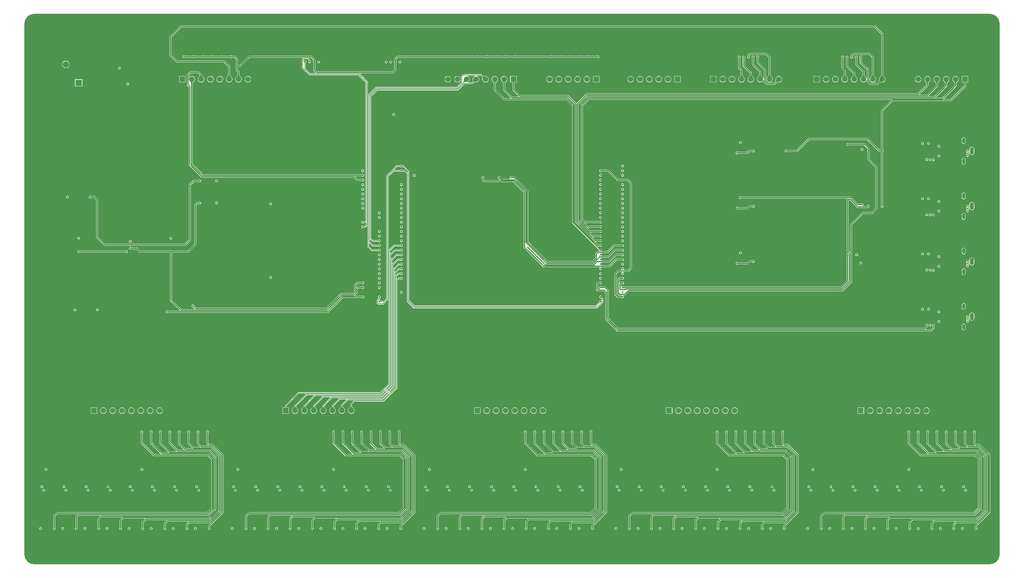
<source format=gbr>
%TF.GenerationSoftware,Altium Limited,Altium Designer,20.0.13 (296)*%
G04 Layer_Physical_Order=3*
G04 Layer_Color=16440176*
%FSLAX26Y26*%
%MOIN*%
%TF.FileFunction,Copper,L3,Inr,Signal*%
%TF.Part,Single*%
G01*
G75*
%TA.AperFunction,Conductor*%
%ADD32C,0.007874*%
%ADD33C,0.011811*%
%TA.AperFunction,ComponentPad*%
%ADD35O,0.043307X0.078740*%
%ADD36O,0.031496X0.062992*%
%ADD37R,0.060000X0.060000*%
%ADD38C,0.060000*%
%ADD39R,0.070866X0.070866*%
%ADD40C,0.070866*%
%TA.AperFunction,ViaPad*%
%ADD43C,0.019685*%
%ADD44C,0.118110*%
G36*
X10336091Y5893628D02*
X10349775Y5889961D01*
X10362864Y5884539D01*
X10375133Y5877456D01*
X10386372Y5868831D01*
X10396390Y5858814D01*
X10405015Y5847574D01*
X10412098Y5835305D01*
X10417520Y5822216D01*
X10421187Y5808531D01*
X10423036Y5794485D01*
X10423036Y5787401D01*
Y118110D01*
X10423036Y111026D01*
X10421187Y96980D01*
X10417520Y83296D01*
X10412098Y70207D01*
X10405015Y57938D01*
X10396390Y46698D01*
X10386372Y36680D01*
X10375132Y28056D01*
X10362864Y20973D01*
X10349774Y15551D01*
X10336091Y11884D01*
X10322044Y10035D01*
X111027D01*
X96981Y11884D01*
X83296Y15551D01*
X70207Y20972D01*
X57938Y28056D01*
X46698Y36680D01*
X36680Y46698D01*
X28056Y57938D01*
X20973Y70207D01*
X15551Y83296D01*
X11884Y96980D01*
X10035Y111027D01*
Y118110D01*
Y5787402D01*
Y5794485D01*
X11884Y5808531D01*
X15551Y5822216D01*
X20972Y5835305D01*
X28056Y5847574D01*
X36680Y5858814D01*
X46698Y5868831D01*
X57938Y5877456D01*
X70207Y5884539D01*
X83296Y5889961D01*
X96981Y5893628D01*
X111026Y5895477D01*
X10322044D01*
X10336091Y5893628D01*
D02*
G37*
%LPC*%
G36*
X1814173Y5450589D02*
X1808797Y5449520D01*
X1806527Y5448003D01*
X1805694Y5447808D01*
X1805306Y5447530D01*
X1805031Y5447359D01*
X1804750Y5447210D01*
X1804461Y5447082D01*
X1804163Y5446973D01*
X1803846Y5446881D01*
X1803512Y5446808D01*
X1803155Y5446754D01*
X1802772Y5446720D01*
X1802239Y5446704D01*
X1801950Y5446575D01*
X1726397D01*
X1726107Y5446704D01*
X1725575Y5446720D01*
X1725192Y5446754D01*
X1724835Y5446808D01*
X1724500Y5446881D01*
X1724184Y5446973D01*
X1723886Y5447082D01*
X1723596Y5447211D01*
X1723315Y5447359D01*
X1723040Y5447530D01*
X1722652Y5447808D01*
X1721820Y5448003D01*
X1719550Y5449520D01*
X1714173Y5450589D01*
X1708797Y5449520D01*
X1704239Y5446474D01*
X1701193Y5441916D01*
X1700124Y5436539D01*
X1701193Y5431163D01*
X1704239Y5426605D01*
X1708797Y5423560D01*
X1714173Y5422490D01*
X1719550Y5423560D01*
X1721820Y5425076D01*
X1722652Y5425270D01*
X1723040Y5425549D01*
X1723316Y5425720D01*
X1723597Y5425869D01*
X1723884Y5425997D01*
X1724184Y5426106D01*
X1724501Y5426198D01*
X1724833Y5426270D01*
X1725192Y5426325D01*
X1725575Y5426359D01*
X1726107Y5426374D01*
X1726396Y5426504D01*
X1801950D01*
X1802240Y5426374D01*
X1802772Y5426359D01*
X1803155Y5426325D01*
X1803513Y5426270D01*
X1803846Y5426198D01*
X1804163Y5426106D01*
X1804463Y5425997D01*
X1804750Y5425869D01*
X1805031Y5425720D01*
X1805308Y5425548D01*
X1805695Y5425270D01*
X1806527Y5425076D01*
X1808797Y5423560D01*
X1814173Y5422490D01*
X1819550Y5423560D01*
X1821820Y5425076D01*
X1822652Y5425270D01*
X1823040Y5425549D01*
X1823316Y5425720D01*
X1823597Y5425869D01*
X1823884Y5425997D01*
X1824184Y5426106D01*
X1824501Y5426198D01*
X1824833Y5426270D01*
X1825192Y5426325D01*
X1825575Y5426359D01*
X1826107Y5426374D01*
X1826396Y5426504D01*
X1901950D01*
X1902240Y5426374D01*
X1902772Y5426359D01*
X1903155Y5426325D01*
X1903512Y5426271D01*
X1903847Y5426197D01*
X1904162Y5426106D01*
X1904461Y5425997D01*
X1904751Y5425868D01*
X1905031Y5425720D01*
X1905306Y5425549D01*
X1905694Y5425271D01*
X1906526Y5425076D01*
X1908797Y5423559D01*
X1914173Y5422490D01*
X1919550Y5423559D01*
X1921820Y5425076D01*
X1922652Y5425271D01*
X1923040Y5425549D01*
X1923316Y5425720D01*
X1923596Y5425868D01*
X1923884Y5425997D01*
X1924185Y5426106D01*
X1924499Y5426197D01*
X1924834Y5426271D01*
X1925192Y5426325D01*
X1925575Y5426359D01*
X1926107Y5426374D01*
X1926397Y5426504D01*
X2001950D01*
X2002240Y5426374D01*
X2002772Y5426359D01*
X2003155Y5426325D01*
X2003512Y5426271D01*
X2003847Y5426197D01*
X2004162Y5426106D01*
X2004461Y5425997D01*
X2004751Y5425868D01*
X2005031Y5425720D01*
X2005306Y5425549D01*
X2005694Y5425271D01*
X2006526Y5425076D01*
X2008797Y5423559D01*
X2014173Y5422490D01*
X2019550Y5423559D01*
X2021820Y5425076D01*
X2022652Y5425271D01*
X2023040Y5425549D01*
X2023316Y5425720D01*
X2023596Y5425868D01*
X2023884Y5425997D01*
X2024185Y5426106D01*
X2024499Y5426197D01*
X2024834Y5426271D01*
X2025192Y5426325D01*
X2025575Y5426359D01*
X2026107Y5426374D01*
X2026397Y5426504D01*
X2101950D01*
X2102240Y5426374D01*
X2102772Y5426359D01*
X2103155Y5426325D01*
X2103512Y5426271D01*
X2103847Y5426197D01*
X2104162Y5426106D01*
X2104461Y5425997D01*
X2104751Y5425868D01*
X2105031Y5425720D01*
X2105306Y5425549D01*
X2105694Y5425271D01*
X2106526Y5425076D01*
X2108797Y5423559D01*
X2114173Y5422490D01*
X2119550Y5423559D01*
X2121820Y5425076D01*
X2122652Y5425271D01*
X2123040Y5425549D01*
X2123316Y5425720D01*
X2123596Y5425868D01*
X2123885Y5425997D01*
X2124185Y5426106D01*
X2124499Y5426197D01*
X2124834Y5426271D01*
X2125192Y5426325D01*
X2125575Y5426359D01*
X2126107Y5426374D01*
X2126396Y5426504D01*
X2201950D01*
X2202240Y5426374D01*
X2202772Y5426359D01*
X2203155Y5426325D01*
X2203512Y5426271D01*
X2203847Y5426197D01*
X2204162Y5426106D01*
X2204461Y5425997D01*
X2204751Y5425868D01*
X2205031Y5425720D01*
X2205306Y5425549D01*
X2205694Y5425271D01*
X2206526Y5425076D01*
X2208797Y5423559D01*
X2214173Y5422490D01*
X2219550Y5423559D01*
X2221820Y5425076D01*
X2222652Y5425271D01*
X2223040Y5425549D01*
X2223316Y5425720D01*
X2223596Y5425868D01*
X2223885Y5425997D01*
X2224185Y5426106D01*
X2224499Y5426197D01*
X2224834Y5426271D01*
X2225192Y5426325D01*
X2225575Y5426359D01*
X2226107Y5426374D01*
X2226396Y5426504D01*
X2254304D01*
X2270280Y5410528D01*
Y5348763D01*
X2270150Y5348473D01*
X2270135Y5347941D01*
X2270101Y5347558D01*
X2270046Y5347200D01*
X2269973Y5346865D01*
X2269882Y5346551D01*
X2269773Y5346252D01*
X2269644Y5345962D01*
X2269496Y5345682D01*
X2269325Y5345407D01*
X2269046Y5345018D01*
X2268852Y5344186D01*
X2267335Y5341916D01*
X2266266Y5336539D01*
X2267335Y5331163D01*
X2268852Y5328893D01*
X2269046Y5328061D01*
X2269325Y5327672D01*
X2269496Y5327397D01*
X2269644Y5327116D01*
X2269772Y5326828D01*
X2269882Y5326528D01*
X2269973Y5326214D01*
X2270046Y5325879D01*
X2270101Y5325521D01*
X2270135Y5325138D01*
X2270150Y5324606D01*
X2270280Y5324316D01*
Y5294686D01*
X2271044Y5290845D01*
X2273219Y5287590D01*
X2287209Y5273600D01*
Y5239889D01*
X2270081Y5217731D01*
X2269857Y5216906D01*
X2267600Y5213965D01*
X2264181Y5205710D01*
X2263014Y5196850D01*
X2264181Y5187991D01*
X2267600Y5179736D01*
X2273040Y5172646D01*
X2280129Y5167207D01*
X2288385Y5163787D01*
X2297244Y5162621D01*
X2306104Y5163787D01*
X2314359Y5167207D01*
X2321448Y5172646D01*
X2326888Y5179736D01*
X2330308Y5187991D01*
X2331474Y5196850D01*
X2330308Y5205710D01*
X2326888Y5213965D01*
X2324634Y5216903D01*
X2324412Y5217725D01*
X2309388Y5237233D01*
X2309372Y5237242D01*
X2309367Y5237259D01*
X2307280Y5239925D01*
Y5277757D01*
X2306516Y5281597D01*
X2304340Y5284853D01*
X2290350Y5298842D01*
Y5324316D01*
X2290480Y5324606D01*
X2290495Y5325138D01*
X2290530Y5325521D01*
X2290584Y5325879D01*
X2290654Y5326200D01*
X2290976Y5326271D01*
X2291333Y5326325D01*
X2291717Y5326359D01*
X2292249Y5326374D01*
X2292538Y5326504D01*
X2311539D01*
X2315380Y5327268D01*
X2318635Y5329444D01*
X2414157Y5424965D01*
X2982078D01*
X2983992Y5420345D01*
X2974323Y5410677D01*
X2972583Y5408072D01*
X2971972Y5405000D01*
Y5318297D01*
X2972583Y5315225D01*
X2974323Y5312620D01*
X3048210Y5238733D01*
X3048210Y5238733D01*
X3050815Y5236992D01*
X3053887Y5236381D01*
X3575562D01*
X3648350Y5163593D01*
Y3684704D01*
X3640375Y3676729D01*
X3635485D01*
X3635461Y3676741D01*
X3635333Y3676832D01*
X3635251Y3676850D01*
X3635187Y3676883D01*
X3635052Y3676895D01*
X3634863Y3676958D01*
X3634518Y3677103D01*
X3634150Y3677282D01*
X3631151Y3679141D01*
X3630282Y3679757D01*
X3629419Y3679954D01*
X3627424Y3681287D01*
X3622047Y3682356D01*
X3616671Y3681287D01*
X3612113Y3678242D01*
X3609067Y3673684D01*
X3607998Y3668307D01*
X3609067Y3662930D01*
X3612113Y3658372D01*
X3616671Y3655327D01*
X3622047Y3654258D01*
X3627424Y3655327D01*
X3630082Y3657103D01*
X3630923Y3657346D01*
X3631839Y3658078D01*
X3633430Y3659262D01*
X3634703Y3660092D01*
X3635119Y3660324D01*
X3635441Y3660479D01*
X3635546Y3660519D01*
X3635591Y3660523D01*
X3635637Y3660548D01*
X3635832Y3660599D01*
X3635929Y3660672D01*
X3643701D01*
X3646773Y3661284D01*
X3649378Y3663024D01*
X3655541Y3669188D01*
X3660161Y3667274D01*
Y3643325D01*
X3643171Y3626335D01*
X3635715D01*
X3635593Y3626424D01*
X3635456Y3626457D01*
X3635399Y3626487D01*
X3635310Y3626495D01*
X3635164Y3626548D01*
X3634829Y3626698D01*
X3634469Y3626887D01*
X3631477Y3628861D01*
X3630606Y3629517D01*
X3629737Y3629741D01*
X3627424Y3631287D01*
X3622047Y3632356D01*
X3616671Y3631287D01*
X3612113Y3628242D01*
X3609067Y3623684D01*
X3607998Y3618307D01*
X3609067Y3612930D01*
X3612113Y3608372D01*
X3616671Y3605327D01*
X3622047Y3604258D01*
X3627424Y3605327D01*
X3629737Y3606873D01*
X3630606Y3607097D01*
X3631524Y3607788D01*
X3633123Y3608910D01*
X3634404Y3609693D01*
X3634829Y3609916D01*
X3635164Y3610066D01*
X3635310Y3610119D01*
X3635399Y3610127D01*
X3635456Y3610157D01*
X3635593Y3610190D01*
X3635715Y3610279D01*
X3646496D01*
X3649568Y3610890D01*
X3652173Y3612630D01*
X3667352Y3627809D01*
X3671972Y3625896D01*
Y3410000D01*
X3672583Y3406928D01*
X3674323Y3404323D01*
X3716016Y3362630D01*
X3718621Y3360890D01*
X3721693Y3360279D01*
X3785545D01*
X3785667Y3360190D01*
X3785804Y3360157D01*
X3785860Y3360127D01*
X3785950Y3360119D01*
X3786096Y3360066D01*
X3786430Y3359916D01*
X3786791Y3359727D01*
X3789783Y3357753D01*
X3790654Y3357097D01*
X3791523Y3356873D01*
X3793836Y3355327D01*
X3799213Y3354258D01*
X3804589Y3355327D01*
X3809147Y3358372D01*
X3812193Y3362930D01*
X3813262Y3368307D01*
X3812193Y3373684D01*
X3809147Y3378242D01*
X3804589Y3381287D01*
X3799213Y3382356D01*
X3793836Y3381287D01*
X3791523Y3379741D01*
X3790654Y3379517D01*
X3789736Y3378826D01*
X3788136Y3377704D01*
X3786856Y3376921D01*
X3786430Y3376698D01*
X3786096Y3376548D01*
X3785950Y3376495D01*
X3785860Y3376487D01*
X3785804Y3376457D01*
X3785667Y3376424D01*
X3785545Y3376335D01*
X3725019D01*
X3688028Y3413325D01*
Y3444085D01*
X3692648Y3445999D01*
X3726016Y3412630D01*
X3726016Y3412630D01*
X3728621Y3410890D01*
X3731693Y3410279D01*
X3731693Y3410279D01*
X3785545D01*
X3785667Y3410190D01*
X3785804Y3410157D01*
X3785860Y3410127D01*
X3785950Y3410119D01*
X3786096Y3410066D01*
X3786430Y3409916D01*
X3786791Y3409727D01*
X3789783Y3407753D01*
X3790654Y3407097D01*
X3791523Y3406873D01*
X3793836Y3405327D01*
X3799213Y3404258D01*
X3804589Y3405327D01*
X3809147Y3408372D01*
X3812193Y3412930D01*
X3813262Y3418307D01*
X3812193Y3423684D01*
X3809147Y3428242D01*
X3804589Y3431287D01*
X3799213Y3432356D01*
X3793836Y3431287D01*
X3791523Y3429741D01*
X3790654Y3429517D01*
X3789736Y3428826D01*
X3788136Y3427704D01*
X3786856Y3426921D01*
X3786430Y3426698D01*
X3786096Y3426548D01*
X3785950Y3426495D01*
X3785860Y3426487D01*
X3785804Y3426457D01*
X3785667Y3426424D01*
X3785545Y3426335D01*
X3735018D01*
X3699839Y3461515D01*
Y3482274D01*
X3704459Y3484188D01*
X3726016Y3462630D01*
X3726016Y3462630D01*
X3728621Y3460890D01*
X3731693Y3460279D01*
X3785545D01*
X3785667Y3460190D01*
X3785804Y3460157D01*
X3785860Y3460127D01*
X3785950Y3460119D01*
X3786096Y3460066D01*
X3786430Y3459916D01*
X3786791Y3459727D01*
X3789783Y3457753D01*
X3790654Y3457097D01*
X3791523Y3456873D01*
X3793836Y3455327D01*
X3799213Y3454258D01*
X3804589Y3455327D01*
X3809147Y3458372D01*
X3812193Y3462930D01*
X3813262Y3468307D01*
X3812193Y3473684D01*
X3809147Y3478242D01*
X3804589Y3481287D01*
X3799213Y3482356D01*
X3793836Y3481287D01*
X3791523Y3479741D01*
X3790654Y3479517D01*
X3789736Y3478826D01*
X3788136Y3477704D01*
X3786856Y3476921D01*
X3786430Y3476698D01*
X3786096Y3476548D01*
X3785950Y3476495D01*
X3785860Y3476487D01*
X3785804Y3476457D01*
X3785667Y3476424D01*
X3785545Y3476335D01*
X3735019D01*
X3713028Y3498326D01*
Y5008160D01*
X3781840Y5076972D01*
X4636743D01*
X4639815Y5077583D01*
X4642419Y5079323D01*
X4705068Y5141972D01*
X4785039D01*
X4788112Y5142583D01*
X4790716Y5144323D01*
X4806806Y5160413D01*
X4836145Y5162859D01*
X4836986Y5163292D01*
X4840749Y5163787D01*
X4849005Y5167207D01*
X4856094Y5172646D01*
X4861534Y5179736D01*
X4864953Y5187991D01*
X4866120Y5196850D01*
X4864953Y5205710D01*
X4861534Y5213965D01*
X4856094Y5221055D01*
X4849005Y5226494D01*
X4847852Y5226972D01*
X4848847Y5231972D01*
X4885415D01*
X4895452Y5221935D01*
X4897898Y5192595D01*
X4898331Y5191755D01*
X4898826Y5187991D01*
X4902246Y5179736D01*
X4907686Y5172646D01*
X4914775Y5167207D01*
X4923030Y5163787D01*
X4931890Y5162621D01*
X4940749Y5163787D01*
X4949005Y5167207D01*
X4956094Y5172646D01*
X4961534Y5179736D01*
X4964953Y5187991D01*
X4966120Y5196850D01*
X4964953Y5205710D01*
X4961534Y5213965D01*
X4956094Y5221055D01*
X4949005Y5226494D01*
X4940749Y5229914D01*
X4937065Y5230399D01*
X4936312Y5230825D01*
X4919981Y5232836D01*
X4919914Y5232817D01*
X4919853Y5232849D01*
X4909643Y5233793D01*
X4909525Y5233757D01*
X4909413Y5233808D01*
X4907369Y5233886D01*
X4907225Y5233832D01*
X4907080Y5233887D01*
X4906233Y5233862D01*
X4894417Y5245677D01*
X4891813Y5247417D01*
X4888740Y5248028D01*
X4695000D01*
X4691928Y5247417D01*
X4689323Y5245677D01*
X4674323Y5230677D01*
X4672583Y5228072D01*
X4671972Y5225000D01*
Y5164989D01*
X4623633Y5116650D01*
X3768730D01*
X3768730Y5116650D01*
X3765657Y5116039D01*
X3763053Y5114299D01*
X3680837Y5032083D01*
X3676217Y5033996D01*
Y5171810D01*
X3676217Y5171811D01*
X3675606Y5174883D01*
X3673866Y5177488D01*
X3673866Y5177488D01*
X3596008Y5255345D01*
X3597922Y5259965D01*
X3945000D01*
X3948840Y5260729D01*
X3952096Y5262904D01*
X3977978Y5288786D01*
X3980153Y5292042D01*
X3980917Y5295882D01*
Y5369159D01*
X3981047Y5369448D01*
X3981062Y5369980D01*
X3981096Y5370364D01*
X3981151Y5370721D01*
X3981224Y5371056D01*
X3981315Y5371370D01*
X3981424Y5371670D01*
X3981553Y5371959D01*
X3981701Y5372239D01*
X3981872Y5372515D01*
X3982151Y5372903D01*
X3982345Y5373735D01*
X3983862Y5376005D01*
X3984931Y5381382D01*
X3983862Y5386758D01*
X3982345Y5389029D01*
X3982151Y5389861D01*
X3981872Y5390249D01*
X3981701Y5390524D01*
X3981553Y5390805D01*
X3981425Y5391093D01*
X3981315Y5391393D01*
X3981224Y5391708D01*
X3981151Y5392043D01*
X3981096Y5392400D01*
X3981062Y5392783D01*
X3981047Y5393315D01*
X3980917Y5393605D01*
Y5406725D01*
X4000696Y5426504D01*
X4836596D01*
X4836885Y5426374D01*
X4837417Y5426359D01*
X4837801Y5426325D01*
X4838158Y5426271D01*
X4838493Y5426197D01*
X4838807Y5426106D01*
X4839107Y5425997D01*
X4839396Y5425868D01*
X4839676Y5425720D01*
X4839952Y5425549D01*
X4840340Y5425271D01*
X4841172Y5425076D01*
X4843442Y5423559D01*
X4848819Y5422490D01*
X4854195Y5423559D01*
X4856466Y5425076D01*
X4857298Y5425271D01*
X4857686Y5425549D01*
X4857961Y5425720D01*
X4858242Y5425868D01*
X4858530Y5425997D01*
X4858830Y5426106D01*
X4859145Y5426197D01*
X4859480Y5426271D01*
X4859837Y5426325D01*
X4860221Y5426359D01*
X4860753Y5426374D01*
X4861042Y5426504D01*
X4936596D01*
X4936885Y5426374D01*
X4937417Y5426359D01*
X4937801Y5426325D01*
X4938158Y5426271D01*
X4938493Y5426197D01*
X4938807Y5426106D01*
X4939107Y5425997D01*
X4939396Y5425868D01*
X4939676Y5425720D01*
X4939952Y5425549D01*
X4940340Y5425271D01*
X4941172Y5425076D01*
X4943442Y5423559D01*
X4948819Y5422490D01*
X4954195Y5423559D01*
X4956466Y5425076D01*
X4957298Y5425271D01*
X4957686Y5425549D01*
X4957961Y5425720D01*
X4958242Y5425868D01*
X4958530Y5425997D01*
X4958830Y5426106D01*
X4959145Y5426197D01*
X4959480Y5426271D01*
X4959837Y5426325D01*
X4960221Y5426359D01*
X4960753Y5426374D01*
X4961042Y5426504D01*
X5036596D01*
X5036885Y5426374D01*
X5037417Y5426359D01*
X5037801Y5426325D01*
X5038158Y5426271D01*
X5038493Y5426197D01*
X5038807Y5426106D01*
X5039107Y5425997D01*
X5039396Y5425868D01*
X5039676Y5425720D01*
X5039952Y5425549D01*
X5040340Y5425271D01*
X5041172Y5425076D01*
X5043442Y5423559D01*
X5048819Y5422490D01*
X5054195Y5423559D01*
X5056466Y5425076D01*
X5057298Y5425271D01*
X5057686Y5425549D01*
X5057961Y5425720D01*
X5058242Y5425868D01*
X5058530Y5425997D01*
X5058830Y5426106D01*
X5059145Y5426197D01*
X5059480Y5426271D01*
X5059837Y5426325D01*
X5060221Y5426359D01*
X5060753Y5426374D01*
X5061042Y5426504D01*
X5136596D01*
X5136885Y5426374D01*
X5137417Y5426359D01*
X5137801Y5426325D01*
X5138158Y5426271D01*
X5138493Y5426197D01*
X5138807Y5426106D01*
X5139107Y5425997D01*
X5139396Y5425868D01*
X5139676Y5425720D01*
X5139952Y5425549D01*
X5140340Y5425271D01*
X5141172Y5425076D01*
X5143442Y5423559D01*
X5148819Y5422490D01*
X5154195Y5423559D01*
X5156466Y5425076D01*
X5157298Y5425271D01*
X5157686Y5425549D01*
X5157961Y5425720D01*
X5158242Y5425868D01*
X5158530Y5425997D01*
X5158830Y5426106D01*
X5159145Y5426197D01*
X5159480Y5426271D01*
X5159837Y5426325D01*
X5160221Y5426359D01*
X5160753Y5426374D01*
X5161042Y5426504D01*
X5236596D01*
X5236885Y5426374D01*
X5237417Y5426359D01*
X5237801Y5426325D01*
X5238158Y5426271D01*
X5238493Y5426197D01*
X5238807Y5426106D01*
X5239107Y5425997D01*
X5239396Y5425868D01*
X5239676Y5425720D01*
X5239952Y5425549D01*
X5240340Y5425271D01*
X5241172Y5425076D01*
X5243442Y5423559D01*
X5248819Y5422490D01*
X5254195Y5423559D01*
X5256466Y5425076D01*
X5257298Y5425271D01*
X5257686Y5425549D01*
X5257961Y5425720D01*
X5258242Y5425868D01*
X5258530Y5425997D01*
X5258830Y5426106D01*
X5259145Y5426197D01*
X5259480Y5426271D01*
X5259837Y5426325D01*
X5260221Y5426359D01*
X5260753Y5426374D01*
X5261042Y5426504D01*
X5620848D01*
X5621137Y5426374D01*
X5621669Y5426359D01*
X5622053Y5426325D01*
X5622410Y5426271D01*
X5622745Y5426197D01*
X5623060Y5426106D01*
X5623359Y5425997D01*
X5623648Y5425868D01*
X5623928Y5425720D01*
X5624204Y5425549D01*
X5624592Y5425271D01*
X5625424Y5425076D01*
X5627694Y5423559D01*
X5633071Y5422490D01*
X5638447Y5423559D01*
X5640718Y5425076D01*
X5641550Y5425271D01*
X5641938Y5425549D01*
X5642213Y5425720D01*
X5642494Y5425868D01*
X5642782Y5425997D01*
X5643082Y5426106D01*
X5643397Y5426197D01*
X5643732Y5426271D01*
X5644089Y5426325D01*
X5644472Y5426359D01*
X5645005Y5426374D01*
X5645294Y5426504D01*
X5720848D01*
X5721137Y5426374D01*
X5721669Y5426359D01*
X5722053Y5426325D01*
X5722410Y5426271D01*
X5722745Y5426197D01*
X5723060Y5426106D01*
X5723359Y5425997D01*
X5723648Y5425868D01*
X5723928Y5425720D01*
X5724204Y5425549D01*
X5724592Y5425271D01*
X5725424Y5425076D01*
X5727694Y5423559D01*
X5733071Y5422490D01*
X5738447Y5423559D01*
X5740718Y5425076D01*
X5741550Y5425271D01*
X5741938Y5425549D01*
X5742213Y5425720D01*
X5742494Y5425868D01*
X5742782Y5425997D01*
X5743082Y5426106D01*
X5743397Y5426197D01*
X5743732Y5426271D01*
X5744089Y5426325D01*
X5744472Y5426359D01*
X5745005Y5426374D01*
X5745294Y5426504D01*
X5820848D01*
X5821137Y5426374D01*
X5821669Y5426359D01*
X5822053Y5426325D01*
X5822410Y5426271D01*
X5822745Y5426197D01*
X5823060Y5426106D01*
X5823359Y5425997D01*
X5823648Y5425868D01*
X5823928Y5425720D01*
X5824204Y5425549D01*
X5824592Y5425271D01*
X5825424Y5425076D01*
X5827694Y5423559D01*
X5833071Y5422490D01*
X5838447Y5423559D01*
X5840718Y5425076D01*
X5841550Y5425271D01*
X5841938Y5425549D01*
X5842213Y5425720D01*
X5842494Y5425868D01*
X5842782Y5425997D01*
X5843082Y5426106D01*
X5843397Y5426197D01*
X5843732Y5426271D01*
X5844089Y5426325D01*
X5844472Y5426359D01*
X5845005Y5426374D01*
X5845294Y5426504D01*
X5920848D01*
X5921137Y5426374D01*
X5921669Y5426359D01*
X5922053Y5426325D01*
X5922410Y5426271D01*
X5922745Y5426197D01*
X5923060Y5426106D01*
X5923359Y5425997D01*
X5923648Y5425868D01*
X5923928Y5425720D01*
X5924204Y5425549D01*
X5924592Y5425271D01*
X5925424Y5425076D01*
X5927694Y5423559D01*
X5933071Y5422490D01*
X5938447Y5423559D01*
X5940718Y5425076D01*
X5941550Y5425271D01*
X5941938Y5425549D01*
X5942213Y5425720D01*
X5942494Y5425868D01*
X5942782Y5425997D01*
X5943082Y5426106D01*
X5943397Y5426197D01*
X5943732Y5426271D01*
X5944089Y5426325D01*
X5944472Y5426359D01*
X5945005Y5426374D01*
X5945294Y5426504D01*
X6020848D01*
X6021137Y5426374D01*
X6021669Y5426359D01*
X6022053Y5426325D01*
X6022410Y5426271D01*
X6022745Y5426197D01*
X6023060Y5426106D01*
X6023359Y5425997D01*
X6023648Y5425868D01*
X6023928Y5425720D01*
X6024204Y5425549D01*
X6024592Y5425271D01*
X6025424Y5425076D01*
X6027694Y5423559D01*
X6033071Y5422490D01*
X6038447Y5423559D01*
X6040718Y5425076D01*
X6041550Y5425271D01*
X6041938Y5425549D01*
X6042213Y5425720D01*
X6042494Y5425868D01*
X6042782Y5425997D01*
X6043082Y5426106D01*
X6043397Y5426197D01*
X6043732Y5426271D01*
X6044089Y5426325D01*
X6044472Y5426359D01*
X6045005Y5426374D01*
X6045294Y5426504D01*
X6120848D01*
X6121137Y5426374D01*
X6121669Y5426359D01*
X6122053Y5426325D01*
X6122410Y5426271D01*
X6122745Y5426197D01*
X6123060Y5426106D01*
X6123359Y5425997D01*
X6123648Y5425868D01*
X6123928Y5425720D01*
X6124204Y5425549D01*
X6124592Y5425271D01*
X6125424Y5425076D01*
X6127694Y5423559D01*
X6133071Y5422490D01*
X6138447Y5423559D01*
X6143005Y5426605D01*
X6146051Y5431163D01*
X6147120Y5436539D01*
X6146051Y5441916D01*
X6143005Y5446474D01*
X6138447Y5449519D01*
X6133071Y5450589D01*
X6127694Y5449519D01*
X6125424Y5448002D01*
X6124592Y5447808D01*
X6124204Y5447530D01*
X6123928Y5447359D01*
X6123648Y5447210D01*
X6123360Y5447082D01*
X6123060Y5446973D01*
X6122745Y5446882D01*
X6122410Y5446808D01*
X6122053Y5446754D01*
X6121669Y5446720D01*
X6121137Y5446704D01*
X6120848Y5446575D01*
X6045294D01*
X6045005Y5446704D01*
X6044472Y5446720D01*
X6044089Y5446754D01*
X6043732Y5446808D01*
X6043397Y5446882D01*
X6043082Y5446973D01*
X6042783Y5447082D01*
X6042494Y5447210D01*
X6042213Y5447359D01*
X6041938Y5447530D01*
X6041550Y5447808D01*
X6040718Y5448002D01*
X6038447Y5449519D01*
X6033071Y5450589D01*
X6027694Y5449519D01*
X6025424Y5448002D01*
X6024592Y5447808D01*
X6024204Y5447530D01*
X6023928Y5447359D01*
X6023648Y5447210D01*
X6023360Y5447082D01*
X6023060Y5446973D01*
X6022745Y5446882D01*
X6022410Y5446808D01*
X6022053Y5446754D01*
X6021669Y5446720D01*
X6021137Y5446704D01*
X6020848Y5446575D01*
X5945294D01*
X5945005Y5446704D01*
X5944472Y5446720D01*
X5944089Y5446754D01*
X5943732Y5446808D01*
X5943397Y5446882D01*
X5943082Y5446973D01*
X5942783Y5447082D01*
X5942494Y5447210D01*
X5942213Y5447359D01*
X5941938Y5447530D01*
X5941550Y5447808D01*
X5940718Y5448002D01*
X5938447Y5449519D01*
X5933071Y5450589D01*
X5927694Y5449519D01*
X5925424Y5448002D01*
X5924592Y5447808D01*
X5924204Y5447530D01*
X5923928Y5447359D01*
X5923648Y5447210D01*
X5923360Y5447082D01*
X5923060Y5446973D01*
X5922745Y5446882D01*
X5922410Y5446808D01*
X5922053Y5446754D01*
X5921669Y5446720D01*
X5921137Y5446704D01*
X5920848Y5446575D01*
X5845294D01*
X5845005Y5446704D01*
X5844472Y5446720D01*
X5844089Y5446754D01*
X5843732Y5446808D01*
X5843397Y5446882D01*
X5843082Y5446973D01*
X5842783Y5447082D01*
X5842494Y5447210D01*
X5842213Y5447359D01*
X5841938Y5447530D01*
X5841550Y5447808D01*
X5840718Y5448002D01*
X5838447Y5449519D01*
X5833071Y5450589D01*
X5827694Y5449519D01*
X5825424Y5448002D01*
X5824592Y5447808D01*
X5824204Y5447530D01*
X5823928Y5447359D01*
X5823648Y5447210D01*
X5823360Y5447082D01*
X5823060Y5446973D01*
X5822745Y5446882D01*
X5822410Y5446808D01*
X5822053Y5446754D01*
X5821669Y5446720D01*
X5821137Y5446704D01*
X5820848Y5446575D01*
X5745294D01*
X5745005Y5446704D01*
X5744472Y5446720D01*
X5744089Y5446754D01*
X5743732Y5446808D01*
X5743397Y5446882D01*
X5743082Y5446973D01*
X5742783Y5447082D01*
X5742494Y5447210D01*
X5742213Y5447359D01*
X5741938Y5447530D01*
X5741550Y5447808D01*
X5740718Y5448002D01*
X5738447Y5449519D01*
X5733071Y5450589D01*
X5727694Y5449519D01*
X5725424Y5448002D01*
X5724592Y5447808D01*
X5724204Y5447530D01*
X5723928Y5447359D01*
X5723648Y5447210D01*
X5723360Y5447082D01*
X5723060Y5446973D01*
X5722745Y5446882D01*
X5722410Y5446808D01*
X5722053Y5446754D01*
X5721669Y5446720D01*
X5721137Y5446704D01*
X5720848Y5446575D01*
X5645294D01*
X5645005Y5446704D01*
X5644472Y5446720D01*
X5644089Y5446754D01*
X5643732Y5446808D01*
X5643397Y5446882D01*
X5643082Y5446973D01*
X5642783Y5447082D01*
X5642494Y5447210D01*
X5642213Y5447359D01*
X5641938Y5447530D01*
X5641550Y5447808D01*
X5640718Y5448002D01*
X5638447Y5449519D01*
X5633071Y5450589D01*
X5627694Y5449519D01*
X5625424Y5448002D01*
X5624592Y5447808D01*
X5624204Y5447530D01*
X5623928Y5447359D01*
X5623648Y5447210D01*
X5623360Y5447082D01*
X5623060Y5446973D01*
X5622745Y5446882D01*
X5622410Y5446808D01*
X5622053Y5446754D01*
X5621669Y5446720D01*
X5621137Y5446704D01*
X5620848Y5446575D01*
X5261042D01*
X5260753Y5446704D01*
X5260221Y5446720D01*
X5259837Y5446754D01*
X5259480Y5446808D01*
X5259145Y5446882D01*
X5258830Y5446973D01*
X5258531Y5447082D01*
X5258242Y5447210D01*
X5257961Y5447359D01*
X5257686Y5447530D01*
X5257298Y5447808D01*
X5256466Y5448002D01*
X5254195Y5449519D01*
X5248819Y5450589D01*
X5243442Y5449519D01*
X5241172Y5448002D01*
X5240340Y5447808D01*
X5239952Y5447530D01*
X5239676Y5447359D01*
X5239396Y5447210D01*
X5239108Y5447082D01*
X5238807Y5446973D01*
X5238493Y5446882D01*
X5238158Y5446808D01*
X5237801Y5446754D01*
X5237417Y5446720D01*
X5236885Y5446704D01*
X5236596Y5446575D01*
X5161042D01*
X5160753Y5446704D01*
X5160221Y5446720D01*
X5159837Y5446754D01*
X5159480Y5446808D01*
X5159145Y5446882D01*
X5158830Y5446973D01*
X5158531Y5447082D01*
X5158242Y5447210D01*
X5157961Y5447359D01*
X5157686Y5447530D01*
X5157298Y5447808D01*
X5156466Y5448002D01*
X5154195Y5449519D01*
X5148819Y5450589D01*
X5143442Y5449519D01*
X5141172Y5448002D01*
X5140340Y5447808D01*
X5139952Y5447530D01*
X5139676Y5447359D01*
X5139396Y5447210D01*
X5139108Y5447082D01*
X5138807Y5446973D01*
X5138493Y5446882D01*
X5138158Y5446808D01*
X5137801Y5446754D01*
X5137417Y5446720D01*
X5136885Y5446704D01*
X5136596Y5446575D01*
X5061042D01*
X5060753Y5446704D01*
X5060221Y5446720D01*
X5059837Y5446754D01*
X5059480Y5446808D01*
X5059145Y5446882D01*
X5058830Y5446973D01*
X5058531Y5447082D01*
X5058242Y5447210D01*
X5057961Y5447359D01*
X5057686Y5447530D01*
X5057298Y5447808D01*
X5056466Y5448002D01*
X5054195Y5449519D01*
X5048819Y5450589D01*
X5043442Y5449519D01*
X5041172Y5448002D01*
X5040340Y5447808D01*
X5039952Y5447530D01*
X5039676Y5447359D01*
X5039396Y5447210D01*
X5039108Y5447082D01*
X5038807Y5446973D01*
X5038493Y5446882D01*
X5038158Y5446808D01*
X5037801Y5446754D01*
X5037417Y5446720D01*
X5036885Y5446704D01*
X5036596Y5446575D01*
X4961042D01*
X4960753Y5446704D01*
X4960221Y5446720D01*
X4959837Y5446754D01*
X4959480Y5446808D01*
X4959145Y5446882D01*
X4958830Y5446973D01*
X4958531Y5447082D01*
X4958242Y5447210D01*
X4957961Y5447359D01*
X4957686Y5447530D01*
X4957298Y5447808D01*
X4956466Y5448002D01*
X4954195Y5449519D01*
X4948819Y5450589D01*
X4943442Y5449519D01*
X4941172Y5448002D01*
X4940340Y5447808D01*
X4939952Y5447530D01*
X4939676Y5447359D01*
X4939396Y5447210D01*
X4939108Y5447082D01*
X4938807Y5446973D01*
X4938493Y5446882D01*
X4938158Y5446808D01*
X4937801Y5446754D01*
X4937417Y5446720D01*
X4936885Y5446704D01*
X4936596Y5446575D01*
X4861042D01*
X4860753Y5446704D01*
X4860221Y5446720D01*
X4859837Y5446754D01*
X4859480Y5446808D01*
X4859145Y5446882D01*
X4858830Y5446973D01*
X4858531Y5447082D01*
X4858242Y5447210D01*
X4857961Y5447359D01*
X4857686Y5447530D01*
X4857298Y5447808D01*
X4856466Y5448002D01*
X4854195Y5449519D01*
X4848819Y5450589D01*
X4843442Y5449519D01*
X4841172Y5448002D01*
X4840340Y5447808D01*
X4839952Y5447530D01*
X4839676Y5447359D01*
X4839396Y5447210D01*
X4839108Y5447082D01*
X4838807Y5446973D01*
X4838493Y5446882D01*
X4838158Y5446808D01*
X4837801Y5446754D01*
X4837417Y5446720D01*
X4836885Y5446704D01*
X4836596Y5446575D01*
X3996539D01*
X3992699Y5445811D01*
X3989443Y5443635D01*
X3963786Y5417978D01*
X3961610Y5414722D01*
X3960847Y5410882D01*
Y5393605D01*
X3960717Y5393315D01*
X3960702Y5392783D01*
X3960668Y5392400D01*
X3960613Y5392043D01*
X3960540Y5391708D01*
X3960449Y5391393D01*
X3960339Y5391094D01*
X3960211Y5390805D01*
X3960062Y5390524D01*
X3959892Y5390249D01*
X3959613Y5389861D01*
X3959419Y5389029D01*
X3957902Y5386758D01*
X3956832Y5381382D01*
X3957902Y5376005D01*
X3959419Y5373735D01*
X3959613Y5372903D01*
X3959892Y5372515D01*
X3960062Y5372239D01*
X3960211Y5371959D01*
X3960339Y5371671D01*
X3960449Y5371370D01*
X3960540Y5371056D01*
X3960613Y5370721D01*
X3960668Y5370364D01*
X3960702Y5369980D01*
X3960717Y5369448D01*
X3960847Y5369159D01*
Y5300039D01*
X3940843Y5280035D01*
X3134157D01*
X3114776Y5299417D01*
Y5369159D01*
X3114905Y5369448D01*
X3114921Y5369980D01*
X3114955Y5370364D01*
X3115009Y5370721D01*
X3115082Y5371056D01*
X3115173Y5371370D01*
X3115283Y5371670D01*
X3115411Y5371959D01*
X3115560Y5372239D01*
X3115731Y5372515D01*
X3116009Y5372903D01*
X3116203Y5373735D01*
X3117720Y5376005D01*
X3118790Y5381382D01*
X3117720Y5386758D01*
X3116203Y5389029D01*
X3116009Y5389861D01*
X3115731Y5390249D01*
X3115560Y5390524D01*
X3115411Y5390805D01*
X3115283Y5391093D01*
X3115173Y5391393D01*
X3115082Y5391708D01*
X3115009Y5392043D01*
X3114955Y5392400D01*
X3114921Y5392783D01*
X3114905Y5393315D01*
X3114776Y5393605D01*
Y5405260D01*
X3114012Y5409100D01*
X3111836Y5412356D01*
X3082096Y5442096D01*
X3078840Y5444271D01*
X3075000Y5445035D01*
X2410000D01*
X2406160Y5444271D01*
X2402904Y5442096D01*
X2307383Y5346575D01*
X2292538D01*
X2292249Y5346705D01*
X2291717Y5346720D01*
X2291333Y5346754D01*
X2290976Y5346808D01*
X2290654Y5346879D01*
X2290584Y5347200D01*
X2290530Y5347558D01*
X2290495Y5347941D01*
X2290480Y5348473D01*
X2290350Y5348763D01*
Y5414685D01*
X2289586Y5418525D01*
X2287411Y5421781D01*
X2265557Y5443635D01*
X2262301Y5445811D01*
X2258461Y5446575D01*
X2226396D01*
X2226107Y5446704D01*
X2225575Y5446720D01*
X2225192Y5446754D01*
X2224834Y5446808D01*
X2224499Y5446882D01*
X2224185Y5446973D01*
X2223885Y5447082D01*
X2223596Y5447210D01*
X2223316Y5447359D01*
X2223040Y5447530D01*
X2222652Y5447808D01*
X2221820Y5448002D01*
X2219550Y5449519D01*
X2214173Y5450589D01*
X2208797Y5449519D01*
X2206526Y5448002D01*
X2205694Y5447808D01*
X2205306Y5447530D01*
X2205031Y5447359D01*
X2204750Y5447210D01*
X2204462Y5447082D01*
X2204162Y5446973D01*
X2203847Y5446882D01*
X2203512Y5446808D01*
X2203155Y5446754D01*
X2202772Y5446720D01*
X2202240Y5446704D01*
X2201950Y5446575D01*
X2126396D01*
X2126107Y5446704D01*
X2125575Y5446720D01*
X2125192Y5446754D01*
X2124834Y5446808D01*
X2124499Y5446882D01*
X2124185Y5446973D01*
X2123885Y5447082D01*
X2123596Y5447210D01*
X2123316Y5447359D01*
X2123040Y5447530D01*
X2122652Y5447808D01*
X2121820Y5448002D01*
X2119550Y5449519D01*
X2114173Y5450589D01*
X2108797Y5449519D01*
X2106526Y5448002D01*
X2105694Y5447808D01*
X2105306Y5447530D01*
X2105031Y5447359D01*
X2104750Y5447210D01*
X2104462Y5447082D01*
X2104162Y5446973D01*
X2103847Y5446882D01*
X2103512Y5446808D01*
X2103155Y5446754D01*
X2102772Y5446720D01*
X2102240Y5446704D01*
X2101950Y5446575D01*
X2026397D01*
X2026107Y5446704D01*
X2025575Y5446720D01*
X2025192Y5446754D01*
X2024834Y5446808D01*
X2024499Y5446882D01*
X2024185Y5446973D01*
X2023885Y5447082D01*
X2023596Y5447210D01*
X2023316Y5447359D01*
X2023040Y5447530D01*
X2022652Y5447808D01*
X2021820Y5448002D01*
X2019550Y5449519D01*
X2014173Y5450589D01*
X2008797Y5449519D01*
X2006526Y5448002D01*
X2005694Y5447808D01*
X2005306Y5447530D01*
X2005031Y5447359D01*
X2004750Y5447210D01*
X2004462Y5447082D01*
X2004162Y5446973D01*
X2003847Y5446882D01*
X2003512Y5446808D01*
X2003155Y5446754D01*
X2002772Y5446720D01*
X2002240Y5446704D01*
X2001950Y5446575D01*
X1926397D01*
X1926107Y5446704D01*
X1925575Y5446720D01*
X1925192Y5446754D01*
X1924834Y5446808D01*
X1924499Y5446882D01*
X1924185Y5446973D01*
X1923885Y5447082D01*
X1923596Y5447210D01*
X1923316Y5447359D01*
X1923040Y5447530D01*
X1922652Y5447808D01*
X1921820Y5448002D01*
X1919550Y5449519D01*
X1914173Y5450589D01*
X1908797Y5449519D01*
X1906526Y5448002D01*
X1905694Y5447808D01*
X1905306Y5447530D01*
X1905031Y5447359D01*
X1904750Y5447210D01*
X1904462Y5447082D01*
X1904162Y5446973D01*
X1903847Y5446882D01*
X1903512Y5446808D01*
X1903155Y5446754D01*
X1902772Y5446720D01*
X1902240Y5446704D01*
X1901950Y5446575D01*
X1826397D01*
X1826107Y5446704D01*
X1825575Y5446720D01*
X1825192Y5446754D01*
X1824835Y5446808D01*
X1824500Y5446881D01*
X1824184Y5446973D01*
X1823886Y5447082D01*
X1823596Y5447211D01*
X1823315Y5447359D01*
X1823040Y5447530D01*
X1822652Y5447808D01*
X1821820Y5448003D01*
X1819550Y5449520D01*
X1814173Y5450589D01*
D02*
G37*
G36*
X4020095Y5395431D02*
X4014718Y5394362D01*
X4010160Y5391316D01*
X4007115Y5386758D01*
X4006045Y5381382D01*
X4007115Y5376005D01*
X4010160Y5371447D01*
X4014718Y5368402D01*
X4020095Y5367332D01*
X4025471Y5368402D01*
X4030029Y5371447D01*
X4033075Y5376005D01*
X4034144Y5381382D01*
X4033075Y5386758D01*
X4030029Y5391316D01*
X4025471Y5394362D01*
X4020095Y5395431D01*
D02*
G37*
G36*
X3921669D02*
X3916293Y5394362D01*
X3911735Y5391316D01*
X3908689Y5386758D01*
X3907620Y5381382D01*
X3908689Y5376005D01*
X3911735Y5371447D01*
X3916293Y5368402D01*
X3921669Y5367332D01*
X3927046Y5368402D01*
X3931604Y5371447D01*
X3934649Y5376005D01*
X3935719Y5381382D01*
X3934649Y5386758D01*
X3931604Y5391316D01*
X3927046Y5394362D01*
X3921669Y5395431D01*
D02*
G37*
G36*
X3872457D02*
X3867080Y5394362D01*
X3862522Y5391316D01*
X3859477Y5386758D01*
X3858407Y5381382D01*
X3859477Y5376005D01*
X3862522Y5371447D01*
X3867080Y5368402D01*
X3872457Y5367332D01*
X3877833Y5368402D01*
X3882391Y5371447D01*
X3885437Y5376005D01*
X3886506Y5381382D01*
X3885437Y5386758D01*
X3882391Y5391316D01*
X3877833Y5394362D01*
X3872457Y5395431D01*
D02*
G37*
G36*
X3153953D02*
X3148576Y5394362D01*
X3144018Y5391316D01*
X3140973Y5386758D01*
X3139903Y5381382D01*
X3140973Y5376005D01*
X3144018Y5371447D01*
X3148576Y5368402D01*
X3153953Y5367332D01*
X3159329Y5368402D01*
X3163887Y5371447D01*
X3166933Y5376005D01*
X3168002Y5381382D01*
X3166933Y5386758D01*
X3163887Y5391316D01*
X3159329Y5394362D01*
X3153953Y5395431D01*
D02*
G37*
G36*
X456693Y5393522D02*
Y5358268D01*
X491947D01*
X491113Y5364608D01*
X487146Y5374186D01*
X480835Y5382410D01*
X472611Y5388720D01*
X463034Y5392687D01*
X456693Y5393522D01*
D02*
G37*
G36*
X448819D02*
X442478Y5392687D01*
X432901Y5388720D01*
X424677Y5382410D01*
X418366Y5374186D01*
X414399Y5364608D01*
X413565Y5358268D01*
X448819D01*
Y5393522D01*
D02*
G37*
G36*
X491947Y5350394D02*
X456693D01*
Y5315139D01*
X463034Y5315974D01*
X472611Y5319941D01*
X480835Y5326252D01*
X487146Y5334476D01*
X491113Y5344053D01*
X491947Y5350394D01*
D02*
G37*
G36*
X448819D02*
X413565D01*
X414399Y5344053D01*
X418366Y5334476D01*
X424677Y5326252D01*
X432901Y5319941D01*
X442478Y5315974D01*
X448819Y5315139D01*
Y5350394D01*
D02*
G37*
G36*
X1023622Y5329010D02*
X1018245Y5327941D01*
X1013688Y5324895D01*
X1010642Y5320337D01*
X1009572Y5314961D01*
X1010642Y5309584D01*
X1013688Y5305026D01*
X1018245Y5301981D01*
X1023622Y5300911D01*
X1028998Y5301981D01*
X1033556Y5305026D01*
X1036602Y5309584D01*
X1037671Y5314961D01*
X1036602Y5320337D01*
X1033556Y5324895D01*
X1028998Y5327941D01*
X1023622Y5329010D01*
D02*
G37*
G36*
X7838992Y5447120D02*
X7833616Y5446051D01*
X7829058Y5443005D01*
X7826012Y5438447D01*
X7824943Y5433071D01*
X7826012Y5427694D01*
X7827529Y5425424D01*
X7827723Y5424592D01*
X7828002Y5424204D01*
X7828173Y5423928D01*
X7828321Y5423648D01*
X7828449Y5423360D01*
X7828559Y5423060D01*
X7828650Y5422745D01*
X7828723Y5422410D01*
X7828778Y5422053D01*
X7828812Y5421669D01*
X7828827Y5421137D01*
X7828957Y5420848D01*
Y5376008D01*
X7829721Y5372167D01*
X7831896Y5368912D01*
X7904965Y5295843D01*
Y5203258D01*
X7899965Y5202931D01*
X7899599Y5205710D01*
X7896179Y5213965D01*
X7893925Y5216903D01*
X7893703Y5217725D01*
X7878679Y5237233D01*
X7878663Y5237242D01*
X7878658Y5237259D01*
X7876571Y5239925D01*
Y5278465D01*
X7875807Y5282305D01*
X7873631Y5285561D01*
X7799815Y5359377D01*
Y5420848D01*
X7799945Y5421137D01*
X7799960Y5421669D01*
X7799994Y5422053D01*
X7800048Y5422410D01*
X7800122Y5422745D01*
X7800213Y5423060D01*
X7800322Y5423359D01*
X7800450Y5423648D01*
X7800599Y5423928D01*
X7800770Y5424204D01*
X7801048Y5424592D01*
X7801243Y5425424D01*
X7802760Y5427694D01*
X7803829Y5433071D01*
X7802760Y5438447D01*
X7799714Y5443005D01*
X7795156Y5446051D01*
X7789779Y5447120D01*
X7784403Y5446051D01*
X7779845Y5443005D01*
X7776800Y5438447D01*
X7775730Y5433071D01*
X7776800Y5427694D01*
X7778316Y5425424D01*
X7778511Y5424592D01*
X7778789Y5424204D01*
X7778960Y5423928D01*
X7779109Y5423648D01*
X7779237Y5423360D01*
X7779346Y5423060D01*
X7779437Y5422745D01*
X7779511Y5422410D01*
X7779565Y5422053D01*
X7779599Y5421669D01*
X7779614Y5421137D01*
X7779744Y5420848D01*
Y5355221D01*
X7780508Y5351380D01*
X7782684Y5348125D01*
X7856500Y5274308D01*
Y5239889D01*
X7839372Y5217731D01*
X7839148Y5216906D01*
X7836891Y5213965D01*
X7833472Y5205710D01*
X7832306Y5196850D01*
X7833472Y5187991D01*
X7836891Y5179736D01*
X7842331Y5172646D01*
X7849421Y5167207D01*
X7857676Y5163787D01*
X7866535Y5162621D01*
X7875395Y5163787D01*
X7883650Y5167207D01*
X7890739Y5172646D01*
X7896179Y5179736D01*
X7899599Y5187991D01*
X7899965Y5190770D01*
X7904965Y5190443D01*
Y5170000D01*
X7905729Y5166160D01*
X7907904Y5162904D01*
X7932904Y5137904D01*
X7936160Y5135729D01*
X7940000Y5134965D01*
X8014685D01*
X8018525Y5135729D01*
X8021781Y5137904D01*
X8043199Y5159322D01*
X8070978Y5162878D01*
X8071721Y5163303D01*
X8075395Y5163787D01*
X8083650Y5167207D01*
X8090739Y5172646D01*
X8096179Y5179736D01*
X8099599Y5187991D01*
X8100765Y5196850D01*
X8099599Y5205710D01*
X8096179Y5213965D01*
X8090739Y5221055D01*
X8083650Y5226494D01*
X8075395Y5229914D01*
X8066535Y5231080D01*
X8057676Y5229914D01*
X8049421Y5226494D01*
X8042331Y5221055D01*
X8036891Y5213965D01*
X8033472Y5205710D01*
X8032989Y5202039D01*
X8032564Y5201301D01*
X8029394Y5176883D01*
X8029399Y5176865D01*
X8029390Y5176849D01*
X8028981Y5173488D01*
X8010528Y5155035D01*
X7944157D01*
X7925035Y5174157D01*
Y5300000D01*
X7924271Y5303840D01*
X7922096Y5307096D01*
X7849027Y5380165D01*
Y5420848D01*
X7849157Y5421137D01*
X7849172Y5421669D01*
X7849207Y5422053D01*
X7849261Y5422410D01*
X7849334Y5422745D01*
X7849425Y5423060D01*
X7849535Y5423359D01*
X7849663Y5423648D01*
X7849812Y5423928D01*
X7849983Y5424204D01*
X7850261Y5424592D01*
X7850455Y5425424D01*
X7851972Y5427694D01*
X7853042Y5433071D01*
X7851972Y5438447D01*
X7848927Y5443005D01*
X7844369Y5446051D01*
X7838992Y5447120D01*
D02*
G37*
G36*
X8572835Y5230562D02*
Y5200788D01*
X8602609D01*
X8601961Y5205710D01*
X8598541Y5213965D01*
X8593102Y5221055D01*
X8586013Y5226494D01*
X8577757Y5229914D01*
X8572835Y5230562D01*
D02*
G37*
G36*
X8564961D02*
X8560038Y5229914D01*
X8551783Y5226494D01*
X8544693Y5221055D01*
X8539254Y5213965D01*
X8535834Y5205710D01*
X8535186Y5200788D01*
X8564961D01*
Y5230562D01*
D02*
G37*
G36*
X8502835Y5230788D02*
X8472835D01*
Y5200788D01*
X8502835D01*
Y5230788D01*
D02*
G37*
G36*
X8464961D02*
X8434961D01*
Y5200788D01*
X8464961D01*
Y5230788D01*
D02*
G37*
G36*
X7470472Y5230562D02*
Y5200788D01*
X7500247D01*
X7499599Y5205710D01*
X7496179Y5213965D01*
X7490739Y5221055D01*
X7483650Y5226494D01*
X7475395Y5229914D01*
X7470472Y5230562D01*
D02*
G37*
G36*
X7462598D02*
X7457676Y5229914D01*
X7449421Y5226494D01*
X7442331Y5221055D01*
X7436891Y5213965D01*
X7433472Y5205710D01*
X7432824Y5200788D01*
X7462598D01*
Y5230562D01*
D02*
G37*
G36*
X7400472Y5230788D02*
X7370472D01*
Y5200788D01*
X7400472D01*
Y5230788D01*
D02*
G37*
G36*
X7362598D02*
X7332598D01*
Y5200788D01*
X7362598D01*
Y5230788D01*
D02*
G37*
G36*
X2401181Y5230562D02*
Y5200788D01*
X2430956D01*
X2430308Y5205710D01*
X2426888Y5213965D01*
X2421448Y5221055D01*
X2414359Y5226494D01*
X2406104Y5229914D01*
X2401181Y5230562D01*
D02*
G37*
G36*
X2393307D02*
X2388385Y5229914D01*
X2380129Y5226494D01*
X2373040Y5221055D01*
X2367600Y5213965D01*
X2364181Y5205710D01*
X2363533Y5200788D01*
X2393307D01*
Y5230562D01*
D02*
G37*
G36*
X6486221Y5230562D02*
Y5200787D01*
X6515995D01*
X6515347Y5205710D01*
X6511927Y5213965D01*
X6506488Y5221055D01*
X6499398Y5226494D01*
X6491143Y5229914D01*
X6486221Y5230562D01*
D02*
G37*
G36*
X9557087Y5230562D02*
Y5200787D01*
X9586861D01*
X9586213Y5205710D01*
X9582793Y5213965D01*
X9577354Y5221055D01*
X9570264Y5226494D01*
X9562009Y5229914D01*
X9557087Y5230562D01*
D02*
G37*
G36*
X4635826D02*
Y5200787D01*
X4665601D01*
X4664953Y5205710D01*
X4661534Y5213965D01*
X4656094Y5221055D01*
X4649005Y5226494D01*
X4640749Y5229914D01*
X4635826Y5230562D01*
D02*
G37*
G36*
X4535826D02*
Y5200787D01*
X4565601D01*
X4564953Y5205710D01*
X4561534Y5213965D01*
X4556094Y5221055D01*
X4549005Y5226494D01*
X4540749Y5229914D01*
X4535826Y5230562D01*
D02*
G37*
G36*
X4627952Y5230562D02*
X4623030Y5229914D01*
X4614775Y5226494D01*
X4607686Y5221055D01*
X4602246Y5213965D01*
X4598826Y5205710D01*
X4598178Y5200787D01*
X4627952D01*
Y5230562D01*
D02*
G37*
G36*
X4527952D02*
X4523030Y5229914D01*
X4514775Y5226494D01*
X4507686Y5221055D01*
X4502246Y5213965D01*
X4498826Y5205710D01*
X4498178Y5200787D01*
X4527952D01*
Y5230562D01*
D02*
G37*
G36*
X9549213Y5230562D02*
X9544290Y5229914D01*
X9536035Y5226494D01*
X9528945Y5221055D01*
X9523506Y5213965D01*
X9520086Y5205710D01*
X9519438Y5200787D01*
X9549213D01*
Y5230562D01*
D02*
G37*
G36*
X6478347D02*
X6473424Y5229914D01*
X6465169Y5226494D01*
X6458079Y5221055D01*
X6452640Y5213965D01*
X6449220Y5205710D01*
X6448572Y5200787D01*
X6478347D01*
Y5230562D01*
D02*
G37*
G36*
X4627952Y5192913D02*
X4598178D01*
X4598826Y5187991D01*
X4602246Y5179736D01*
X4607686Y5172646D01*
X4614775Y5167207D01*
X4623030Y5163787D01*
X4627952Y5163139D01*
Y5192913D01*
D02*
G37*
G36*
X4527952D02*
X4498178D01*
X4498826Y5187991D01*
X4502246Y5179736D01*
X4507686Y5172646D01*
X4514775Y5167207D01*
X4523030Y5163787D01*
X4527952Y5163139D01*
Y5192913D01*
D02*
G37*
G36*
X6515995D02*
X6486221D01*
Y5163139D01*
X6491143Y5163787D01*
X6499398Y5167207D01*
X6506488Y5172646D01*
X6511927Y5179736D01*
X6515347Y5187991D01*
X6515995Y5192913D01*
D02*
G37*
G36*
X9586861D02*
X9557087D01*
Y5163139D01*
X9562009Y5163787D01*
X9570264Y5167207D01*
X9577354Y5172646D01*
X9582793Y5179736D01*
X9586213Y5187991D01*
X9586861Y5192913D01*
D02*
G37*
G36*
X8602609Y5192913D02*
X8572835D01*
Y5163139D01*
X8577757Y5163787D01*
X8586013Y5167207D01*
X8593102Y5172646D01*
X8598541Y5179736D01*
X8601961Y5187991D01*
X8602609Y5192913D01*
D02*
G37*
G36*
X8564961D02*
X8535186D01*
X8535834Y5187991D01*
X8539254Y5179736D01*
X8544693Y5172646D01*
X8551783Y5167207D01*
X8560038Y5163787D01*
X8564961Y5163139D01*
Y5192913D01*
D02*
G37*
G36*
X7500247D02*
X7470472D01*
Y5163139D01*
X7475395Y5163787D01*
X7483650Y5167207D01*
X7490739Y5172646D01*
X7496179Y5179736D01*
X7499599Y5187991D01*
X7500247Y5192913D01*
D02*
G37*
G36*
X7462598D02*
X7432824D01*
X7433472Y5187991D01*
X7436891Y5179736D01*
X7442331Y5172646D01*
X7449421Y5167207D01*
X7457676Y5163787D01*
X7462598Y5163139D01*
Y5192913D01*
D02*
G37*
G36*
X2430956D02*
X2401181D01*
Y5163139D01*
X2406104Y5163787D01*
X2414359Y5167207D01*
X2421448Y5172646D01*
X2426888Y5179736D01*
X2430308Y5187991D01*
X2430956Y5192913D01*
D02*
G37*
G36*
X2393307D02*
X2363533D01*
X2364181Y5187991D01*
X2367600Y5179736D01*
X2373040Y5172646D01*
X2380129Y5167207D01*
X2388385Y5163787D01*
X2393307Y5163139D01*
Y5192913D01*
D02*
G37*
G36*
X9549213Y5192913D02*
X9519438D01*
X9520086Y5187991D01*
X9523506Y5179736D01*
X9528945Y5172646D01*
X9536035Y5167207D01*
X9544290Y5163787D01*
X9549213Y5163139D01*
Y5192913D01*
D02*
G37*
G36*
X6478347D02*
X6448572D01*
X6449220Y5187991D01*
X6452640Y5179736D01*
X6458079Y5172646D01*
X6465169Y5167207D01*
X6473424Y5163787D01*
X6478347Y5163139D01*
Y5192913D01*
D02*
G37*
G36*
X4665601D02*
X4635826D01*
Y5163139D01*
X4640749Y5163787D01*
X4649005Y5167207D01*
X4656094Y5172646D01*
X4661534Y5179736D01*
X4664953Y5187991D01*
X4665601Y5192913D01*
D02*
G37*
G36*
X4565601D02*
X4535826D01*
Y5163139D01*
X4540749Y5163787D01*
X4549005Y5167207D01*
X4556094Y5172646D01*
X4561534Y5179736D01*
X4564953Y5187991D01*
X4565601Y5192913D01*
D02*
G37*
G36*
X8502835Y5192913D02*
X8472835D01*
Y5162913D01*
X8502835D01*
Y5192913D01*
D02*
G37*
G36*
X8464961D02*
X8434961D01*
Y5162913D01*
X8464961D01*
Y5192913D01*
D02*
G37*
G36*
X7400472D02*
X7370472D01*
Y5162913D01*
X7400472D01*
Y5192913D01*
D02*
G37*
G36*
X7362598D02*
X7332598D01*
Y5162913D01*
X7362598D01*
Y5192913D01*
D02*
G37*
G36*
X7016221Y5230788D02*
X6948346D01*
Y5162913D01*
X7016221D01*
Y5230788D01*
D02*
G37*
G36*
X6150079D02*
X6082205D01*
Y5162913D01*
X6150079D01*
Y5230788D01*
D02*
G37*
G36*
X1731181D02*
X1663307D01*
Y5162913D01*
X1731181D01*
Y5230788D01*
D02*
G37*
G36*
X9037362Y5475035D02*
X8857362D01*
X8853522Y5474271D01*
X8850266Y5472096D01*
X8835833Y5457663D01*
X8833658Y5454407D01*
X8832894Y5450567D01*
Y5445294D01*
X8832764Y5445005D01*
X8832749Y5444472D01*
X8832715Y5444089D01*
X8832660Y5443732D01*
X8832587Y5443397D01*
X8832496Y5443082D01*
X8832387Y5442783D01*
X8832258Y5442494D01*
X8832110Y5442213D01*
X8831939Y5441938D01*
X8831660Y5441550D01*
X8831466Y5440718D01*
X8829949Y5438447D01*
X8828880Y5433071D01*
X8829949Y5427694D01*
X8832995Y5423136D01*
X8837553Y5420091D01*
X8842929Y5419021D01*
X8848306Y5420091D01*
X8852864Y5423136D01*
X8855909Y5427694D01*
X8856979Y5433071D01*
X8855909Y5438447D01*
X8854392Y5440718D01*
X8854198Y5441550D01*
X8853919Y5441938D01*
X8853749Y5442213D01*
X8853600Y5442494D01*
X8853472Y5442782D01*
X8853362Y5443082D01*
X8853271Y5443397D01*
X8853198Y5443732D01*
X8853144Y5444089D01*
X8853110Y5444472D01*
X8853094Y5445005D01*
X8852964Y5445294D01*
Y5446410D01*
X8861519Y5454965D01*
X9033206D01*
X9058862Y5429308D01*
Y5239889D01*
X9041734Y5217731D01*
X9041510Y5216906D01*
X9039254Y5213965D01*
X9035834Y5205710D01*
X9034668Y5196850D01*
X9035834Y5187991D01*
X9039254Y5179736D01*
X9044693Y5172646D01*
X9051783Y5167207D01*
X9060038Y5163787D01*
X9068898Y5162621D01*
X9077757Y5163787D01*
X9086013Y5167207D01*
X9093102Y5172646D01*
X9098541Y5179736D01*
X9101961Y5187991D01*
X9103127Y5196850D01*
X9101961Y5205710D01*
X9098541Y5213965D01*
X9096287Y5216903D01*
X9096066Y5217725D01*
X9081041Y5237233D01*
X9081025Y5237242D01*
X9081020Y5237259D01*
X9078933Y5239925D01*
Y5433465D01*
X9078169Y5437305D01*
X9075994Y5440561D01*
X9044458Y5472096D01*
X9041203Y5474271D01*
X9037362Y5475035D01*
D02*
G37*
G36*
X8793717Y5447120D02*
X8788340Y5446051D01*
X8783782Y5443005D01*
X8780737Y5438447D01*
X8779667Y5433071D01*
X8780737Y5427694D01*
X8782254Y5425424D01*
X8782448Y5424592D01*
X8782726Y5424204D01*
X8782897Y5423928D01*
X8783046Y5423648D01*
X8783174Y5423360D01*
X8783283Y5423060D01*
X8783374Y5422745D01*
X8783448Y5422410D01*
X8783502Y5422053D01*
X8783536Y5421669D01*
X8783551Y5421137D01*
X8783681Y5420848D01*
Y5338646D01*
X8784445Y5334805D01*
X8786621Y5331550D01*
X8858862Y5259308D01*
Y5239889D01*
X8841734Y5217731D01*
X8841510Y5216906D01*
X8839254Y5213965D01*
X8835834Y5205710D01*
X8834668Y5196850D01*
X8835834Y5187991D01*
X8839254Y5179736D01*
X8844693Y5172646D01*
X8851783Y5167207D01*
X8860038Y5163787D01*
X8868898Y5162621D01*
X8877757Y5163787D01*
X8886013Y5167207D01*
X8893102Y5172646D01*
X8898541Y5179736D01*
X8901961Y5187991D01*
X8903127Y5196850D01*
X8901961Y5205710D01*
X8898541Y5213965D01*
X8896287Y5216903D01*
X8896066Y5217725D01*
X8881041Y5237233D01*
X8881025Y5237242D01*
X8881020Y5237259D01*
X8878933Y5239925D01*
Y5263465D01*
X8878169Y5267305D01*
X8875994Y5270561D01*
X8803752Y5342802D01*
Y5420848D01*
X8803882Y5421137D01*
X8803897Y5421669D01*
X8803931Y5422053D01*
X8803985Y5422410D01*
X8804059Y5422745D01*
X8804150Y5423060D01*
X8804259Y5423359D01*
X8804388Y5423648D01*
X8804536Y5423928D01*
X8804707Y5424204D01*
X8804985Y5424592D01*
X8805180Y5425424D01*
X8806697Y5427694D01*
X8807766Y5433071D01*
X8806697Y5438447D01*
X8803651Y5443005D01*
X8799093Y5446051D01*
X8793717Y5447120D01*
D02*
G37*
G36*
X8744504D02*
X8739127Y5446051D01*
X8734569Y5443005D01*
X8731524Y5438447D01*
X8730454Y5433071D01*
X8731524Y5427694D01*
X8733041Y5425424D01*
X8733235Y5424592D01*
X8733513Y5424204D01*
X8733684Y5423928D01*
X8733833Y5423648D01*
X8733961Y5423360D01*
X8734071Y5423060D01*
X8734162Y5422745D01*
X8734235Y5422410D01*
X8734290Y5422053D01*
X8734324Y5421669D01*
X8734339Y5421137D01*
X8734469Y5420848D01*
Y5317858D01*
X8735233Y5314018D01*
X8737408Y5310762D01*
X8758862Y5289308D01*
Y5239889D01*
X8741734Y5217731D01*
X8741510Y5216906D01*
X8739254Y5213965D01*
X8735834Y5205710D01*
X8734668Y5196850D01*
X8735834Y5187991D01*
X8739254Y5179736D01*
X8744693Y5172646D01*
X8751783Y5167207D01*
X8760038Y5163787D01*
X8768898Y5162621D01*
X8777757Y5163787D01*
X8786013Y5167207D01*
X8793102Y5172646D01*
X8798541Y5179736D01*
X8801961Y5187991D01*
X8803127Y5196850D01*
X8801961Y5205710D01*
X8798541Y5213965D01*
X8796287Y5216903D01*
X8796066Y5217725D01*
X8781041Y5237233D01*
X8781025Y5237242D01*
X8781020Y5237259D01*
X8778933Y5239925D01*
Y5293465D01*
X8778169Y5297305D01*
X8775994Y5300561D01*
X8754539Y5322015D01*
Y5420848D01*
X8754669Y5421137D01*
X8754684Y5421669D01*
X8754718Y5422053D01*
X8754773Y5422410D01*
X8754846Y5422745D01*
X8754937Y5423060D01*
X8755046Y5423359D01*
X8755175Y5423648D01*
X8755323Y5423928D01*
X8755494Y5424204D01*
X8755773Y5424592D01*
X8755967Y5425424D01*
X8757484Y5427694D01*
X8758553Y5433071D01*
X8757484Y5438447D01*
X8754438Y5443005D01*
X8749880Y5446051D01*
X8744504Y5447120D01*
D02*
G37*
G36*
X8668898Y5231080D02*
X8660038Y5229914D01*
X8651783Y5226494D01*
X8644693Y5221055D01*
X8639254Y5213965D01*
X8635834Y5205710D01*
X8634668Y5196850D01*
X8635834Y5187991D01*
X8639254Y5179736D01*
X8644693Y5172646D01*
X8651783Y5167207D01*
X8660038Y5163787D01*
X8668898Y5162621D01*
X8677757Y5163787D01*
X8686013Y5167207D01*
X8693102Y5172646D01*
X8698541Y5179736D01*
X8701961Y5187991D01*
X8703127Y5196850D01*
X8701961Y5205710D01*
X8698541Y5213965D01*
X8693102Y5221055D01*
X8686013Y5226494D01*
X8677757Y5229914D01*
X8668898Y5231080D01*
D02*
G37*
G36*
X7935000Y5475035D02*
X7755000D01*
X7751160Y5474271D01*
X7747904Y5472096D01*
X7733471Y5457663D01*
X7731296Y5454407D01*
X7730532Y5450567D01*
Y5445294D01*
X7730402Y5445005D01*
X7730386Y5444472D01*
X7730352Y5444089D01*
X7730298Y5443732D01*
X7730225Y5443397D01*
X7730134Y5443082D01*
X7730024Y5442783D01*
X7729896Y5442494D01*
X7729747Y5442213D01*
X7729577Y5441938D01*
X7729298Y5441550D01*
X7729104Y5440718D01*
X7727587Y5438447D01*
X7726517Y5433071D01*
X7727587Y5427694D01*
X7730632Y5423136D01*
X7735190Y5420091D01*
X7740567Y5419021D01*
X7745943Y5420091D01*
X7750501Y5423136D01*
X7753547Y5427694D01*
X7754616Y5433071D01*
X7753547Y5438447D01*
X7752030Y5440718D01*
X7751836Y5441550D01*
X7751557Y5441938D01*
X7751386Y5442213D01*
X7751238Y5442494D01*
X7751110Y5442782D01*
X7751000Y5443082D01*
X7750909Y5443397D01*
X7750836Y5443732D01*
X7750781Y5444089D01*
X7750747Y5444472D01*
X7750732Y5445005D01*
X7750602Y5445294D01*
Y5446410D01*
X7759157Y5454965D01*
X7930843D01*
X7956500Y5429308D01*
Y5239889D01*
X7939372Y5217731D01*
X7939148Y5216906D01*
X7936891Y5213965D01*
X7933472Y5205710D01*
X7932306Y5196850D01*
X7933472Y5187991D01*
X7936891Y5179736D01*
X7942331Y5172646D01*
X7949421Y5167207D01*
X7957676Y5163787D01*
X7966535Y5162621D01*
X7975395Y5163787D01*
X7983650Y5167207D01*
X7990739Y5172646D01*
X7996179Y5179736D01*
X7999599Y5187991D01*
X8000765Y5196850D01*
X7999599Y5205710D01*
X7996179Y5213965D01*
X7993925Y5216903D01*
X7993703Y5217725D01*
X7978679Y5237233D01*
X7978663Y5237242D01*
X7978658Y5237259D01*
X7976571Y5239925D01*
Y5433465D01*
X7975807Y5437305D01*
X7973631Y5440561D01*
X7942096Y5472096D01*
X7938840Y5474271D01*
X7935000Y5475035D01*
D02*
G37*
G36*
X7691354Y5447120D02*
X7685978Y5446051D01*
X7681420Y5443005D01*
X7678374Y5438447D01*
X7677305Y5433071D01*
X7678374Y5427694D01*
X7679891Y5425424D01*
X7680086Y5424592D01*
X7680364Y5424204D01*
X7680535Y5423928D01*
X7680683Y5423648D01*
X7680811Y5423360D01*
X7680921Y5423060D01*
X7681012Y5422745D01*
X7681086Y5422410D01*
X7681140Y5422053D01*
X7681174Y5421669D01*
X7681189Y5421137D01*
X7681319Y5420848D01*
Y5338646D01*
X7682083Y5334805D01*
X7684258Y5331550D01*
X7756500Y5259308D01*
Y5239889D01*
X7739372Y5217731D01*
X7739148Y5216906D01*
X7736891Y5213965D01*
X7733472Y5205710D01*
X7732306Y5196850D01*
X7733472Y5187991D01*
X7736891Y5179736D01*
X7742331Y5172646D01*
X7749421Y5167207D01*
X7757676Y5163787D01*
X7766535Y5162621D01*
X7775395Y5163787D01*
X7783650Y5167207D01*
X7790739Y5172646D01*
X7796179Y5179736D01*
X7799599Y5187991D01*
X7800765Y5196850D01*
X7799599Y5205710D01*
X7796179Y5213965D01*
X7793925Y5216903D01*
X7793703Y5217725D01*
X7778679Y5237233D01*
X7778663Y5237242D01*
X7778658Y5237259D01*
X7776571Y5239925D01*
Y5263465D01*
X7775807Y5267305D01*
X7773631Y5270561D01*
X7701390Y5342802D01*
Y5420848D01*
X7701519Y5421137D01*
X7701535Y5421669D01*
X7701569Y5422053D01*
X7701623Y5422410D01*
X7701696Y5422745D01*
X7701788Y5423060D01*
X7701897Y5423359D01*
X7702025Y5423648D01*
X7702174Y5423928D01*
X7702345Y5424204D01*
X7702623Y5424592D01*
X7702817Y5425424D01*
X7704334Y5427694D01*
X7705404Y5433071D01*
X7704334Y5438447D01*
X7701289Y5443005D01*
X7696731Y5446051D01*
X7691354Y5447120D01*
D02*
G37*
G36*
X7642142D02*
X7636765Y5446051D01*
X7632207Y5443005D01*
X7629162Y5438447D01*
X7628092Y5433071D01*
X7629162Y5427694D01*
X7630679Y5425424D01*
X7630873Y5424592D01*
X7631151Y5424204D01*
X7631322Y5423928D01*
X7631471Y5423648D01*
X7631599Y5423360D01*
X7631708Y5423060D01*
X7631800Y5422745D01*
X7631873Y5422410D01*
X7631927Y5422053D01*
X7631961Y5421669D01*
X7631977Y5421137D01*
X7632106Y5420848D01*
Y5317858D01*
X7632870Y5314018D01*
X7635046Y5310762D01*
X7656500Y5289308D01*
Y5239889D01*
X7639372Y5217731D01*
X7639148Y5216906D01*
X7636891Y5213965D01*
X7633472Y5205710D01*
X7632306Y5196850D01*
X7633472Y5187991D01*
X7636891Y5179736D01*
X7642331Y5172646D01*
X7649421Y5167207D01*
X7657676Y5163787D01*
X7666535Y5162621D01*
X7675395Y5163787D01*
X7683650Y5167207D01*
X7690739Y5172646D01*
X7696179Y5179736D01*
X7699599Y5187991D01*
X7700765Y5196850D01*
X7699599Y5205710D01*
X7696179Y5213965D01*
X7693925Y5216903D01*
X7693703Y5217725D01*
X7678679Y5237233D01*
X7678663Y5237242D01*
X7678658Y5237259D01*
X7676571Y5239925D01*
Y5293465D01*
X7675807Y5297305D01*
X7673631Y5300561D01*
X7652177Y5322015D01*
Y5420848D01*
X7652307Y5421137D01*
X7652322Y5421669D01*
X7652356Y5422053D01*
X7652410Y5422410D01*
X7652484Y5422745D01*
X7652575Y5423060D01*
X7652684Y5423359D01*
X7652813Y5423648D01*
X7652961Y5423928D01*
X7653132Y5424204D01*
X7653410Y5424592D01*
X7653605Y5425424D01*
X7655122Y5427694D01*
X7656191Y5433071D01*
X7655122Y5438447D01*
X7652076Y5443005D01*
X7647518Y5446051D01*
X7642142Y5447120D01*
D02*
G37*
G36*
X7566535Y5231080D02*
X7557676Y5229914D01*
X7549421Y5226494D01*
X7542331Y5221055D01*
X7536891Y5213965D01*
X7533472Y5205710D01*
X7532306Y5196850D01*
X7533472Y5187991D01*
X7536891Y5179736D01*
X7542331Y5172646D01*
X7549421Y5167207D01*
X7557676Y5163787D01*
X7566535Y5162621D01*
X7575395Y5163787D01*
X7583650Y5167207D01*
X7590739Y5172646D01*
X7596179Y5179736D01*
X7599599Y5187991D01*
X7600765Y5196850D01*
X7599599Y5205710D01*
X7596179Y5213965D01*
X7590739Y5221055D01*
X7583650Y5226494D01*
X7575395Y5229914D01*
X7566535Y5231080D01*
D02*
G37*
G36*
X6882283D02*
X6873424Y5229914D01*
X6865169Y5226494D01*
X6858079Y5221055D01*
X6852640Y5213965D01*
X6849220Y5205710D01*
X6848054Y5196850D01*
X6849220Y5187991D01*
X6852640Y5179736D01*
X6858079Y5172646D01*
X6865169Y5167207D01*
X6873424Y5163787D01*
X6882283Y5162621D01*
X6891143Y5163787D01*
X6899398Y5167207D01*
X6906488Y5172646D01*
X6911927Y5179736D01*
X6915347Y5187991D01*
X6916513Y5196850D01*
X6915347Y5205710D01*
X6911927Y5213965D01*
X6906488Y5221055D01*
X6899398Y5226494D01*
X6891143Y5229914D01*
X6882283Y5231080D01*
D02*
G37*
G36*
X6782283D02*
X6773424Y5229914D01*
X6765169Y5226494D01*
X6758079Y5221055D01*
X6752640Y5213965D01*
X6749220Y5205710D01*
X6748054Y5196850D01*
X6749220Y5187991D01*
X6752640Y5179736D01*
X6758079Y5172646D01*
X6765169Y5167207D01*
X6773424Y5163787D01*
X6782283Y5162621D01*
X6791143Y5163787D01*
X6799398Y5167207D01*
X6806488Y5172646D01*
X6811927Y5179736D01*
X6815347Y5187991D01*
X6816513Y5196850D01*
X6815347Y5205710D01*
X6811927Y5213965D01*
X6806488Y5221055D01*
X6799398Y5226494D01*
X6791143Y5229914D01*
X6782283Y5231080D01*
D02*
G37*
G36*
X6682283D02*
X6673424Y5229914D01*
X6665169Y5226494D01*
X6658079Y5221055D01*
X6652640Y5213965D01*
X6649220Y5205710D01*
X6648054Y5196850D01*
X6649220Y5187991D01*
X6652640Y5179736D01*
X6658079Y5172646D01*
X6665169Y5167207D01*
X6673424Y5163787D01*
X6682283Y5162621D01*
X6691143Y5163787D01*
X6699398Y5167207D01*
X6706488Y5172646D01*
X6711927Y5179736D01*
X6715347Y5187991D01*
X6716513Y5196850D01*
X6715347Y5205710D01*
X6711927Y5213965D01*
X6706488Y5221055D01*
X6699398Y5226494D01*
X6691143Y5229914D01*
X6682283Y5231080D01*
D02*
G37*
G36*
X6582283D02*
X6573424Y5229914D01*
X6565169Y5226494D01*
X6558079Y5221055D01*
X6552640Y5213965D01*
X6549220Y5205710D01*
X6548054Y5196850D01*
X6549220Y5187991D01*
X6552640Y5179736D01*
X6558079Y5172646D01*
X6565169Y5167207D01*
X6573424Y5163787D01*
X6582283Y5162621D01*
X6591143Y5163787D01*
X6599398Y5167207D01*
X6606488Y5172646D01*
X6611927Y5179736D01*
X6615347Y5187991D01*
X6616513Y5196850D01*
X6615347Y5205710D01*
X6611927Y5213965D01*
X6606488Y5221055D01*
X6599398Y5226494D01*
X6591143Y5229914D01*
X6582283Y5231080D01*
D02*
G37*
G36*
X6016142D02*
X6007283Y5229914D01*
X5999027Y5226494D01*
X5991938Y5221055D01*
X5986498Y5213965D01*
X5983078Y5205710D01*
X5981912Y5196850D01*
X5983078Y5187991D01*
X5986498Y5179736D01*
X5991938Y5172646D01*
X5999027Y5167207D01*
X6007283Y5163787D01*
X6016142Y5162621D01*
X6025001Y5163787D01*
X6033257Y5167207D01*
X6040346Y5172646D01*
X6045786Y5179736D01*
X6049205Y5187991D01*
X6050372Y5196850D01*
X6049205Y5205710D01*
X6045786Y5213965D01*
X6040346Y5221055D01*
X6033257Y5226494D01*
X6025001Y5229914D01*
X6016142Y5231080D01*
D02*
G37*
G36*
X5916142D02*
X5907283Y5229914D01*
X5899027Y5226494D01*
X5891938Y5221055D01*
X5886498Y5213965D01*
X5883078Y5205710D01*
X5881912Y5196850D01*
X5883078Y5187991D01*
X5886498Y5179736D01*
X5891938Y5172646D01*
X5899027Y5167207D01*
X5907283Y5163787D01*
X5916142Y5162621D01*
X5925001Y5163787D01*
X5933257Y5167207D01*
X5940346Y5172646D01*
X5945786Y5179736D01*
X5949205Y5187991D01*
X5950372Y5196850D01*
X5949205Y5205710D01*
X5945786Y5213965D01*
X5940346Y5221055D01*
X5933257Y5226494D01*
X5925001Y5229914D01*
X5916142Y5231080D01*
D02*
G37*
G36*
X5816142D02*
X5807283Y5229914D01*
X5799027Y5226494D01*
X5791938Y5221055D01*
X5786498Y5213965D01*
X5783078Y5205710D01*
X5781912Y5196850D01*
X5783078Y5187991D01*
X5786498Y5179736D01*
X5791938Y5172646D01*
X5799027Y5167207D01*
X5807283Y5163787D01*
X5816142Y5162621D01*
X5825001Y5163787D01*
X5833257Y5167207D01*
X5840346Y5172646D01*
X5845786Y5179736D01*
X5849205Y5187991D01*
X5850372Y5196850D01*
X5849205Y5205710D01*
X5845786Y5213965D01*
X5840346Y5221055D01*
X5833257Y5226494D01*
X5825001Y5229914D01*
X5816142Y5231080D01*
D02*
G37*
G36*
X5716142D02*
X5707283Y5229914D01*
X5699027Y5226494D01*
X5691938Y5221055D01*
X5686498Y5213965D01*
X5683078Y5205710D01*
X5681912Y5196850D01*
X5683078Y5187991D01*
X5686498Y5179736D01*
X5691938Y5172646D01*
X5699027Y5167207D01*
X5707283Y5163787D01*
X5716142Y5162621D01*
X5725001Y5163787D01*
X5733257Y5167207D01*
X5740346Y5172646D01*
X5745786Y5179736D01*
X5749205Y5187991D01*
X5750372Y5196850D01*
X5749205Y5205710D01*
X5745786Y5213965D01*
X5740346Y5221055D01*
X5733257Y5226494D01*
X5725001Y5229914D01*
X5716142Y5231080D01*
D02*
G37*
G36*
X5616142D02*
X5607283Y5229914D01*
X5599027Y5226494D01*
X5591938Y5221055D01*
X5586498Y5213965D01*
X5583078Y5205710D01*
X5581912Y5196850D01*
X5583078Y5187991D01*
X5586498Y5179736D01*
X5591938Y5172646D01*
X5599027Y5167207D01*
X5607283Y5163787D01*
X5616142Y5162621D01*
X5625001Y5163787D01*
X5633257Y5167207D01*
X5640346Y5172646D01*
X5645786Y5179736D01*
X5649205Y5187991D01*
X5650372Y5196850D01*
X5649205Y5205710D01*
X5645786Y5213965D01*
X5640346Y5221055D01*
X5633257Y5226494D01*
X5625001Y5229914D01*
X5616142Y5231080D01*
D02*
G37*
G36*
X2097244D02*
X2088385Y5229914D01*
X2080129Y5226494D01*
X2073040Y5221055D01*
X2067600Y5213965D01*
X2064181Y5205710D01*
X2063014Y5196850D01*
X2064181Y5187991D01*
X2067600Y5179736D01*
X2073040Y5172646D01*
X2080129Y5167207D01*
X2088385Y5163787D01*
X2097244Y5162621D01*
X2106104Y5163787D01*
X2114359Y5167207D01*
X2121448Y5172646D01*
X2126888Y5179736D01*
X2130308Y5187991D01*
X2131474Y5196850D01*
X2130308Y5205710D01*
X2126888Y5213965D01*
X2121448Y5221055D01*
X2114359Y5226494D01*
X2106104Y5229914D01*
X2097244Y5231080D01*
D02*
G37*
G36*
X1997244D02*
X1988385Y5229914D01*
X1980129Y5226494D01*
X1973040Y5221055D01*
X1967600Y5213965D01*
X1964181Y5205710D01*
X1963014Y5196850D01*
X1964181Y5187991D01*
X1967600Y5179736D01*
X1973040Y5172646D01*
X1980129Y5167207D01*
X1988385Y5163787D01*
X1997244Y5162621D01*
X2006103Y5163787D01*
X2014359Y5167207D01*
X2021448Y5172646D01*
X2026888Y5179736D01*
X2030308Y5187991D01*
X2031474Y5196850D01*
X2030308Y5205710D01*
X2026888Y5213965D01*
X2021448Y5221055D01*
X2014359Y5226494D01*
X2006103Y5229914D01*
X1997244Y5231080D01*
D02*
G37*
G36*
X1870000Y5280035D02*
X1785000D01*
X1781160Y5279271D01*
X1777904Y5277096D01*
X1747904Y5247096D01*
X1745729Y5243840D01*
X1744965Y5240000D01*
Y5135000D01*
X1745729Y5131160D01*
X1747904Y5127904D01*
X1764965Y5110843D01*
Y4285000D01*
X1765729Y4281160D01*
X1767904Y4277904D01*
X1900345Y4145463D01*
X1903601Y4143288D01*
X1907441Y4142524D01*
X3528284D01*
X3559597Y4111211D01*
X3562853Y4109036D01*
X3566693Y4108272D01*
X3609824D01*
X3610113Y4108142D01*
X3610646Y4108127D01*
X3611029Y4108093D01*
X3611386Y4108038D01*
X3611721Y4107965D01*
X3612036Y4107874D01*
X3612335Y4107765D01*
X3612624Y4107636D01*
X3612905Y4107488D01*
X3613180Y4107317D01*
X3613568Y4107038D01*
X3614400Y4106844D01*
X3616671Y4105327D01*
X3622047Y4104257D01*
X3627424Y4105327D01*
X3631982Y4108373D01*
X3635027Y4112931D01*
X3636097Y4118307D01*
X3635027Y4123684D01*
X3631982Y4128242D01*
X3627424Y4131287D01*
X3622047Y4132356D01*
X3616671Y4131287D01*
X3614400Y4129770D01*
X3613568Y4129576D01*
X3613180Y4129297D01*
X3612905Y4129127D01*
X3612624Y4128978D01*
X3612336Y4128850D01*
X3612036Y4128740D01*
X3611721Y4128649D01*
X3611386Y4128576D01*
X3611029Y4128521D01*
X3610646Y4128487D01*
X3610113Y4128472D01*
X3609824Y4128342D01*
X3570850D01*
X3545540Y4153652D01*
X3547453Y4158272D01*
X3609824D01*
X3610113Y4158142D01*
X3610646Y4158127D01*
X3611029Y4158093D01*
X3611386Y4158038D01*
X3611721Y4157965D01*
X3612036Y4157874D01*
X3612335Y4157765D01*
X3612624Y4157636D01*
X3612905Y4157488D01*
X3613180Y4157317D01*
X3613568Y4157038D01*
X3614400Y4156844D01*
X3616671Y4155327D01*
X3622047Y4154257D01*
X3627424Y4155327D01*
X3631982Y4158373D01*
X3635027Y4162931D01*
X3636097Y4168307D01*
X3635027Y4173684D01*
X3631982Y4178242D01*
X3627424Y4181287D01*
X3622047Y4182356D01*
X3616671Y4181287D01*
X3614400Y4179770D01*
X3613568Y4179576D01*
X3613180Y4179297D01*
X3612905Y4179127D01*
X3612624Y4178978D01*
X3612336Y4178850D01*
X3612036Y4178740D01*
X3611721Y4178649D01*
X3611386Y4178576D01*
X3611029Y4178521D01*
X3610646Y4178487D01*
X3610113Y4178472D01*
X3609824Y4178342D01*
X1918121D01*
X1807280Y4289184D01*
Y5153812D01*
X1824408Y5175970D01*
X1824632Y5176795D01*
X1826888Y5179736D01*
X1830308Y5187991D01*
X1831474Y5196850D01*
X1830308Y5205710D01*
X1826888Y5213965D01*
X1821448Y5221055D01*
X1814359Y5226494D01*
X1806103Y5229914D01*
X1797244Y5231080D01*
X1788385Y5229914D01*
X1780129Y5226494D01*
X1773040Y5221055D01*
X1770035Y5217139D01*
X1765035Y5218836D01*
Y5235843D01*
X1789157Y5259965D01*
X1865843D01*
X1886647Y5239162D01*
X1870081Y5217731D01*
X1869857Y5216906D01*
X1867600Y5213965D01*
X1864181Y5205710D01*
X1863014Y5196850D01*
X1864181Y5187991D01*
X1867600Y5179736D01*
X1873040Y5172646D01*
X1880129Y5167207D01*
X1888385Y5163787D01*
X1897244Y5162621D01*
X1906103Y5163787D01*
X1914359Y5167207D01*
X1921448Y5172646D01*
X1926888Y5179736D01*
X1930308Y5187991D01*
X1931474Y5196850D01*
X1930308Y5205710D01*
X1926888Y5213965D01*
X1924634Y5216903D01*
X1924412Y5217725D01*
X1909388Y5237233D01*
X1909372Y5237242D01*
X1909367Y5237259D01*
X1907280Y5239925D01*
Y5242756D01*
X1906516Y5246596D01*
X1904340Y5249852D01*
X1877096Y5277096D01*
X1873841Y5279271D01*
X1870000Y5280035D01*
D02*
G37*
G36*
X9090000Y5770035D02*
X1680000D01*
X1676160Y5769271D01*
X1672904Y5767096D01*
X1562904Y5657096D01*
X1560729Y5653840D01*
X1559965Y5650000D01*
Y5455000D01*
X1560729Y5451160D01*
X1562904Y5447904D01*
X1632904Y5377904D01*
X1636160Y5375729D01*
X1640000Y5374965D01*
X2140843D01*
X2187209Y5328599D01*
Y5239889D01*
X2170081Y5217731D01*
X2169857Y5216906D01*
X2167600Y5213965D01*
X2164181Y5205710D01*
X2163014Y5196850D01*
X2164181Y5187991D01*
X2167600Y5179736D01*
X2173040Y5172646D01*
X2180129Y5167207D01*
X2188385Y5163787D01*
X2197244Y5162621D01*
X2206104Y5163787D01*
X2214359Y5167207D01*
X2221448Y5172646D01*
X2226888Y5179736D01*
X2230308Y5187991D01*
X2231474Y5196850D01*
X2230308Y5205710D01*
X2226888Y5213965D01*
X2224634Y5216903D01*
X2224412Y5217725D01*
X2209388Y5237233D01*
X2209372Y5237242D01*
X2209367Y5237259D01*
X2207280Y5239925D01*
Y5332756D01*
X2206516Y5336596D01*
X2204340Y5339852D01*
X2152096Y5392096D01*
X2148840Y5394271D01*
X2145000Y5395035D01*
X1644157D01*
X1580035Y5459157D01*
Y5645843D01*
X1684157Y5749965D01*
X9085843D01*
X9158862Y5676946D01*
Y5239889D01*
X9141734Y5217731D01*
X9141510Y5216906D01*
X9139254Y5213965D01*
X9135834Y5205710D01*
X9135351Y5202039D01*
X9134926Y5201301D01*
X9131756Y5176883D01*
X9131761Y5176865D01*
X9131752Y5176849D01*
X9131343Y5173488D01*
X9112890Y5155035D01*
X9046519D01*
X9027397Y5174157D01*
Y5300000D01*
X9026634Y5303840D01*
X9024458Y5307096D01*
X8951390Y5380165D01*
Y5420848D01*
X8951519Y5421137D01*
X8951535Y5421669D01*
X8951569Y5422053D01*
X8951623Y5422410D01*
X8951696Y5422745D01*
X8951788Y5423060D01*
X8951897Y5423359D01*
X8952025Y5423648D01*
X8952174Y5423928D01*
X8952345Y5424204D01*
X8952623Y5424592D01*
X8952817Y5425424D01*
X8954334Y5427694D01*
X8955404Y5433071D01*
X8954334Y5438447D01*
X8951289Y5443005D01*
X8946731Y5446051D01*
X8941354Y5447120D01*
X8935978Y5446051D01*
X8931420Y5443005D01*
X8928374Y5438447D01*
X8927305Y5433071D01*
X8928374Y5427694D01*
X8929891Y5425424D01*
X8930086Y5424592D01*
X8930364Y5424204D01*
X8930535Y5423928D01*
X8930683Y5423648D01*
X8930811Y5423360D01*
X8930921Y5423060D01*
X8931012Y5422745D01*
X8931085Y5422410D01*
X8931140Y5422053D01*
X8931174Y5421669D01*
X8931189Y5421137D01*
X8931319Y5420848D01*
Y5376008D01*
X8932083Y5372167D01*
X8934258Y5368912D01*
X9007327Y5295843D01*
Y5203258D01*
X9002327Y5202931D01*
X9001961Y5205710D01*
X8998541Y5213965D01*
X8996287Y5216903D01*
X8996066Y5217725D01*
X8981041Y5237233D01*
X8981025Y5237242D01*
X8981020Y5237259D01*
X8978933Y5239925D01*
Y5278465D01*
X8978169Y5282305D01*
X8975994Y5285561D01*
X8902177Y5359377D01*
Y5420848D01*
X8902307Y5421137D01*
X8902322Y5421669D01*
X8902356Y5422053D01*
X8902410Y5422410D01*
X8902484Y5422745D01*
X8902575Y5423060D01*
X8902684Y5423359D01*
X8902813Y5423648D01*
X8902961Y5423928D01*
X8903132Y5424204D01*
X8903410Y5424592D01*
X8903605Y5425424D01*
X8905122Y5427694D01*
X8906191Y5433071D01*
X8905122Y5438447D01*
X8902076Y5443005D01*
X8897518Y5446051D01*
X8892142Y5447120D01*
X8886765Y5446051D01*
X8882207Y5443005D01*
X8879162Y5438447D01*
X8878092Y5433071D01*
X8879162Y5427694D01*
X8880679Y5425424D01*
X8880873Y5424592D01*
X8881151Y5424204D01*
X8881322Y5423928D01*
X8881471Y5423648D01*
X8881599Y5423360D01*
X8881709Y5423060D01*
X8881800Y5422745D01*
X8881873Y5422410D01*
X8881927Y5422053D01*
X8881961Y5421669D01*
X8881977Y5421137D01*
X8882106Y5420848D01*
Y5355221D01*
X8882870Y5351380D01*
X8885046Y5348125D01*
X8958862Y5274308D01*
Y5239889D01*
X8941734Y5217731D01*
X8941510Y5216906D01*
X8939254Y5213965D01*
X8935834Y5205710D01*
X8934668Y5196850D01*
X8935834Y5187991D01*
X8939254Y5179736D01*
X8944693Y5172646D01*
X8951783Y5167207D01*
X8960038Y5163787D01*
X8968898Y5162621D01*
X8977757Y5163787D01*
X8986013Y5167207D01*
X8993102Y5172646D01*
X8998541Y5179736D01*
X9001961Y5187991D01*
X9002327Y5190770D01*
X9007327Y5190443D01*
Y5170000D01*
X9008091Y5166160D01*
X9010266Y5162904D01*
X9035266Y5137904D01*
X9038522Y5135729D01*
X9042362Y5134965D01*
X9117047D01*
X9120888Y5135729D01*
X9124143Y5137904D01*
X9145561Y5159322D01*
X9173340Y5162878D01*
X9174083Y5163303D01*
X9177757Y5163787D01*
X9186013Y5167207D01*
X9193102Y5172646D01*
X9198541Y5179736D01*
X9201961Y5187991D01*
X9203127Y5196850D01*
X9201961Y5205710D01*
X9198541Y5213965D01*
X9196287Y5216903D01*
X9196066Y5217725D01*
X9181041Y5237233D01*
X9181025Y5237242D01*
X9181020Y5237259D01*
X9178933Y5239925D01*
Y5681102D01*
X9178169Y5684943D01*
X9175994Y5688198D01*
X9097096Y5767096D01*
X9093840Y5769271D01*
X9090000Y5770035D01*
D02*
G37*
G36*
X1114173Y5159050D02*
X1108797Y5157980D01*
X1104239Y5154935D01*
X1101193Y5150377D01*
X1100124Y5145000D01*
X1101193Y5139623D01*
X1104239Y5135065D01*
X1108797Y5132020D01*
X1114173Y5130950D01*
X1119550Y5132020D01*
X1124108Y5135065D01*
X1127153Y5139623D01*
X1128223Y5145000D01*
X1127153Y5150377D01*
X1124108Y5154935D01*
X1119550Y5157980D01*
X1114173Y5159050D01*
D02*
G37*
G36*
X629921Y5196850D02*
X551181D01*
Y5118110D01*
X629921D01*
Y5196850D01*
D02*
G37*
G36*
X9953150Y5231080D02*
X9944290Y5229914D01*
X9936035Y5226494D01*
X9928945Y5221055D01*
X9923506Y5213965D01*
X9920086Y5205710D01*
X9918920Y5196850D01*
X9920086Y5187991D01*
X9923506Y5179736D01*
X9925760Y5176798D01*
X9925982Y5175976D01*
X9941006Y5156468D01*
X9941022Y5156459D01*
X9941027Y5156442D01*
X9943114Y5153776D01*
Y5132306D01*
X9808599Y4997791D01*
X9743516D01*
X9741603Y5002411D01*
X9860246Y5121054D01*
X9862421Y5124309D01*
X9863185Y5128150D01*
Y5153812D01*
X9880313Y5175970D01*
X9880537Y5176795D01*
X9882793Y5179736D01*
X9886213Y5187991D01*
X9887379Y5196850D01*
X9886213Y5205710D01*
X9882793Y5213965D01*
X9877354Y5221055D01*
X9870264Y5226494D01*
X9862009Y5229914D01*
X9853150Y5231080D01*
X9844290Y5229914D01*
X9836035Y5226494D01*
X9828945Y5221055D01*
X9823506Y5213965D01*
X9820086Y5205710D01*
X9818920Y5196850D01*
X9820086Y5187991D01*
X9823506Y5179736D01*
X9825760Y5176798D01*
X9825982Y5175976D01*
X9841006Y5156468D01*
X9841022Y5156459D01*
X9841027Y5156442D01*
X9843114Y5153776D01*
Y5132306D01*
X9724347Y5013539D01*
X9664264D01*
X9662351Y5018159D01*
X9760246Y5116054D01*
X9762421Y5119309D01*
X9763185Y5123150D01*
Y5153812D01*
X9780313Y5175970D01*
X9780537Y5176795D01*
X9782793Y5179736D01*
X9786213Y5187991D01*
X9787379Y5196850D01*
X9786213Y5205710D01*
X9782793Y5213965D01*
X9777354Y5221055D01*
X9770264Y5226494D01*
X9762009Y5229914D01*
X9753150Y5231080D01*
X9744290Y5229914D01*
X9736035Y5226494D01*
X9728945Y5221055D01*
X9723506Y5213965D01*
X9720086Y5205710D01*
X9718920Y5196850D01*
X9720086Y5187991D01*
X9723506Y5179736D01*
X9725760Y5176798D01*
X9725982Y5175976D01*
X9741006Y5156468D01*
X9741022Y5156459D01*
X9741027Y5156442D01*
X9743114Y5153776D01*
Y5127306D01*
X9645095Y5029287D01*
X9570012D01*
X9568099Y5033907D01*
X9660246Y5126054D01*
X9662421Y5129309D01*
X9663185Y5133150D01*
Y5153812D01*
X9680313Y5175970D01*
X9680537Y5176795D01*
X9682793Y5179736D01*
X9686213Y5187991D01*
X9687379Y5196850D01*
X9686213Y5205710D01*
X9682793Y5213965D01*
X9677354Y5221055D01*
X9670264Y5226494D01*
X9662009Y5229914D01*
X9653150Y5231080D01*
X9644290Y5229914D01*
X9636035Y5226494D01*
X9628945Y5221055D01*
X9623506Y5213965D01*
X9620086Y5205710D01*
X9618920Y5196850D01*
X9620086Y5187991D01*
X9623506Y5179736D01*
X9625760Y5176798D01*
X9625982Y5175976D01*
X9641006Y5156468D01*
X9641022Y5156459D01*
X9641027Y5156442D01*
X9643114Y5153776D01*
Y5137306D01*
X9550843Y5045035D01*
X6015000D01*
X6011160Y5044271D01*
X6007904Y5042096D01*
X5908652Y4942844D01*
X5908559Y4942704D01*
X5902237Y4941955D01*
X5821348Y5022844D01*
X5818092Y5025019D01*
X5814252Y5025783D01*
X5303409D01*
X5241925Y5087267D01*
Y5154755D01*
X5242055Y5155047D01*
X5242111Y5157160D01*
X5242262Y5158873D01*
X5242496Y5160276D01*
X5242786Y5161352D01*
X5243086Y5162088D01*
X5243335Y5162494D01*
X5243470Y5162640D01*
X5243496Y5162657D01*
X5243524Y5162667D01*
X5244147Y5162733D01*
X5244480Y5162913D01*
X5265827D01*
Y5230788D01*
X5197953D01*
Y5162913D01*
X5219300D01*
X5219633Y5162733D01*
X5220256Y5162667D01*
X5220284Y5162657D01*
X5220309Y5162640D01*
X5220445Y5162494D01*
X5220693Y5162088D01*
X5220994Y5161352D01*
X5221284Y5160276D01*
X5221518Y5158873D01*
X5221669Y5157160D01*
X5221724Y5155047D01*
X5221855Y5154755D01*
Y5083110D01*
X5222618Y5079270D01*
X5224794Y5076014D01*
X5286153Y5014655D01*
X5284240Y5010035D01*
X5219157D01*
X5141925Y5087267D01*
Y5153812D01*
X5159053Y5175970D01*
X5159277Y5176795D01*
X5161534Y5179736D01*
X5164953Y5187991D01*
X5166120Y5196850D01*
X5164953Y5205710D01*
X5161534Y5213965D01*
X5156094Y5221055D01*
X5149005Y5226494D01*
X5140749Y5229914D01*
X5131890Y5231080D01*
X5123030Y5229914D01*
X5114775Y5226494D01*
X5107686Y5221055D01*
X5102246Y5213965D01*
X5098826Y5205710D01*
X5097660Y5196850D01*
X5098826Y5187991D01*
X5102246Y5179736D01*
X5104500Y5176798D01*
X5104722Y5175976D01*
X5119746Y5156468D01*
X5119762Y5156459D01*
X5119767Y5156442D01*
X5121855Y5153776D01*
Y5083110D01*
X5122618Y5079270D01*
X5124794Y5076014D01*
X5201901Y4998907D01*
X5199988Y4994287D01*
X5134905D01*
X5041925Y5087267D01*
Y5153812D01*
X5059053Y5175970D01*
X5059277Y5176795D01*
X5061534Y5179736D01*
X5064953Y5187991D01*
X5066120Y5196850D01*
X5064953Y5205710D01*
X5061534Y5213965D01*
X5056094Y5221055D01*
X5049005Y5226494D01*
X5040749Y5229914D01*
X5031890Y5231080D01*
X5023030Y5229914D01*
X5014775Y5226494D01*
X5007686Y5221055D01*
X5002246Y5213965D01*
X4998826Y5205710D01*
X4997660Y5196850D01*
X4998826Y5187991D01*
X5002246Y5179736D01*
X5004500Y5176798D01*
X5004722Y5175976D01*
X5019746Y5156468D01*
X5019762Y5156459D01*
X5019767Y5156442D01*
X5021855Y5153776D01*
Y5083110D01*
X5022618Y5079270D01*
X5024794Y5076014D01*
X5123652Y4977156D01*
X5126908Y4974981D01*
X5130748Y4974217D01*
X5797049D01*
X5858469Y4912797D01*
Y3661220D01*
X5859233Y3657380D01*
X5861408Y3654124D01*
X6145678Y3369854D01*
X6145791Y3369557D01*
X6146157Y3369169D01*
X6146404Y3368875D01*
X6146618Y3368584D01*
X6146802Y3368296D01*
X6146961Y3368009D01*
X6147096Y3367719D01*
X6147208Y3367425D01*
X6147302Y3367121D01*
X6147376Y3366805D01*
X6147453Y3366334D01*
X6147904Y3365608D01*
X6148437Y3362930D01*
X6150372Y3360035D01*
X6148167Y3355046D01*
X6148157Y3355035D01*
X6135000D01*
X6131160Y3354271D01*
X6127904Y3352096D01*
X6107904Y3332096D01*
X6105729Y3328840D01*
X6104965Y3325000D01*
Y3284157D01*
X6073087Y3252279D01*
X5599184D01*
X5390783Y3460680D01*
Y4001523D01*
X5390019Y4005363D01*
X5387844Y4008619D01*
X5244603Y4151860D01*
X5241348Y4154035D01*
X5237507Y4154799D01*
X5218444D01*
X5218154Y4154929D01*
X5217622Y4154944D01*
X5217239Y4154978D01*
X5216881Y4155033D01*
X5216546Y4155106D01*
X5216232Y4155197D01*
X5215933Y4155306D01*
X5215643Y4155435D01*
X5215363Y4155583D01*
X5215087Y4155754D01*
X5214699Y4156033D01*
X5213867Y4156227D01*
X5211597Y4157744D01*
X5206221Y4158813D01*
X5200844Y4157744D01*
X5196286Y4154698D01*
X5193240Y4150140D01*
X5192171Y4144764D01*
X5193240Y4139387D01*
X5195649Y4135783D01*
X5194532Y4132341D01*
X5193434Y4130783D01*
X5106834D01*
X5094401Y4143217D01*
X5094288Y4143513D01*
X5093922Y4143901D01*
X5093675Y4144196D01*
X5093461Y4144486D01*
X5093276Y4144775D01*
X5093118Y4145062D01*
X5092983Y4145351D01*
X5092870Y4145646D01*
X5092777Y4145950D01*
X5092702Y4146266D01*
X5092625Y4146736D01*
X5092174Y4147462D01*
X5091641Y4150140D01*
X5088596Y4154698D01*
X5084038Y4157744D01*
X5078661Y4158813D01*
X5073285Y4157744D01*
X5068727Y4154698D01*
X5065681Y4150140D01*
X5064612Y4144764D01*
X5065681Y4139387D01*
X5068727Y4134829D01*
X5073285Y4131784D01*
X5075963Y4131251D01*
X5076689Y4130800D01*
X5077158Y4130723D01*
X5077475Y4130649D01*
X5077779Y4130555D01*
X5078074Y4130442D01*
X5078363Y4130307D01*
X5078650Y4130149D01*
X5078938Y4129965D01*
X5079230Y4129750D01*
X5079525Y4129503D01*
X5079912Y4129137D01*
X5080209Y4129024D01*
X5089578Y4119655D01*
X5087665Y4115035D01*
X4929157D01*
X4916256Y4127936D01*
Y4132541D01*
X4916386Y4132830D01*
X4916401Y4133362D01*
X4916435Y4133745D01*
X4916489Y4134103D01*
X4916563Y4134438D01*
X4916654Y4134752D01*
X4916763Y4135052D01*
X4916891Y4135341D01*
X4917040Y4135621D01*
X4917211Y4135897D01*
X4917489Y4136285D01*
X4917684Y4137117D01*
X4919200Y4139387D01*
X4920270Y4144764D01*
X4919200Y4150140D01*
X4916155Y4154698D01*
X4911597Y4157744D01*
X4906221Y4158813D01*
X4900844Y4157744D01*
X4896286Y4154698D01*
X4893240Y4150140D01*
X4892171Y4144764D01*
X4893240Y4139387D01*
X4894757Y4137117D01*
X4894952Y4136285D01*
X4895230Y4135897D01*
X4895401Y4135621D01*
X4895550Y4135341D01*
X4895678Y4135053D01*
X4895787Y4134752D01*
X4895878Y4134438D01*
X4895952Y4134103D01*
X4896006Y4133745D01*
X4896040Y4133362D01*
X4896055Y4132830D01*
X4896185Y4132541D01*
Y4123780D01*
X4896949Y4119939D01*
X4899124Y4116684D01*
X4917904Y4097904D01*
X4921160Y4095729D01*
X4925000Y4094965D01*
X5228572D01*
X5339217Y3984320D01*
Y3400748D01*
X5339981Y3396908D01*
X5342156Y3393652D01*
X5547904Y3187904D01*
X5551160Y3185729D01*
X5555000Y3184965D01*
X6152545D01*
X6154062Y3179965D01*
X6151483Y3178242D01*
X6148437Y3173684D01*
X6147368Y3168307D01*
X6148437Y3162930D01*
X6151483Y3158372D01*
X6156041Y3155327D01*
X6161417Y3154258D01*
X6166794Y3155327D01*
X6171352Y3158372D01*
X6174397Y3162930D01*
X6175467Y3168307D01*
X6174397Y3173684D01*
X6171352Y3178242D01*
X6168773Y3179965D01*
X6170289Y3184965D01*
X6255000D01*
X6258840Y3185729D01*
X6262096Y3187904D01*
X6332464Y3258272D01*
X6385415D01*
X6385704Y3258142D01*
X6386236Y3258127D01*
X6386619Y3258093D01*
X6386977Y3258038D01*
X6387312Y3257965D01*
X6387626Y3257874D01*
X6387926Y3257765D01*
X6388215Y3257636D01*
X6388495Y3257488D01*
X6388771Y3257317D01*
X6389159Y3257038D01*
X6389991Y3256844D01*
X6392261Y3255327D01*
X6397638Y3254258D01*
X6403014Y3255327D01*
X6407572Y3258372D01*
X6410618Y3262930D01*
X6411687Y3268307D01*
X6410618Y3273684D01*
X6407572Y3278242D01*
X6403014Y3281287D01*
X6397638Y3282356D01*
X6392261Y3281287D01*
X6389991Y3279770D01*
X6389159Y3279576D01*
X6388771Y3279297D01*
X6388495Y3279126D01*
X6388215Y3278978D01*
X6387927Y3278850D01*
X6387626Y3278740D01*
X6387312Y3278649D01*
X6386977Y3278576D01*
X6386619Y3278521D01*
X6386236Y3278487D01*
X6385704Y3278472D01*
X6385415Y3278342D01*
X6328307D01*
X6324467Y3277578D01*
X6321211Y3275403D01*
X6250843Y3205035D01*
X6174678D01*
X6174667Y3205046D01*
X6172463Y3210035D01*
X6174397Y3212930D01*
X6175467Y3218307D01*
X6174397Y3223684D01*
X6171352Y3228242D01*
X6168773Y3229965D01*
X6170289Y3234965D01*
X6250000D01*
X6253840Y3235729D01*
X6257096Y3237904D01*
X6327464Y3308272D01*
X6385415D01*
X6385704Y3308142D01*
X6386236Y3308127D01*
X6386619Y3308093D01*
X6386977Y3308038D01*
X6387312Y3307965D01*
X6387626Y3307874D01*
X6387926Y3307765D01*
X6388215Y3307636D01*
X6388495Y3307488D01*
X6388771Y3307317D01*
X6389159Y3307038D01*
X6389991Y3306844D01*
X6392261Y3305327D01*
X6397638Y3304258D01*
X6403014Y3305327D01*
X6407572Y3308372D01*
X6410618Y3312930D01*
X6411687Y3318307D01*
X6410618Y3323684D01*
X6407572Y3328242D01*
X6403014Y3331287D01*
X6397638Y3332356D01*
X6392261Y3331287D01*
X6389991Y3329770D01*
X6389159Y3329576D01*
X6388771Y3329297D01*
X6388495Y3329126D01*
X6388215Y3328978D01*
X6387927Y3328850D01*
X6387626Y3328740D01*
X6387312Y3328649D01*
X6386977Y3328576D01*
X6386619Y3328521D01*
X6386236Y3328487D01*
X6385704Y3328472D01*
X6385415Y3328342D01*
X6323307D01*
X6319467Y3327578D01*
X6316211Y3325403D01*
X6245843Y3255035D01*
X6174678D01*
X6174667Y3255046D01*
X6172463Y3260035D01*
X6174397Y3262930D01*
X6175467Y3268307D01*
X6174397Y3273684D01*
X6171352Y3278242D01*
X6168773Y3279965D01*
X6170289Y3284965D01*
X6240000D01*
X6243840Y3285729D01*
X6247096Y3287904D01*
X6317464Y3358272D01*
X6385415D01*
X6385704Y3358142D01*
X6386236Y3358127D01*
X6386619Y3358093D01*
X6386977Y3358038D01*
X6387312Y3357965D01*
X6387626Y3357874D01*
X6387926Y3357765D01*
X6388215Y3357636D01*
X6388495Y3357488D01*
X6388771Y3357317D01*
X6389159Y3357038D01*
X6389991Y3356844D01*
X6392261Y3355327D01*
X6397638Y3354258D01*
X6403014Y3355327D01*
X6407572Y3358372D01*
X6410618Y3362930D01*
X6411687Y3368307D01*
X6410618Y3373684D01*
X6407572Y3378242D01*
X6403014Y3381287D01*
X6397638Y3382356D01*
X6392261Y3381287D01*
X6389991Y3379770D01*
X6389159Y3379576D01*
X6388771Y3379297D01*
X6388495Y3379126D01*
X6388215Y3378978D01*
X6387927Y3378850D01*
X6387626Y3378740D01*
X6387312Y3378649D01*
X6386977Y3378576D01*
X6386619Y3378521D01*
X6386236Y3378487D01*
X6385704Y3378472D01*
X6385415Y3378342D01*
X6313307D01*
X6309467Y3377578D01*
X6306211Y3375403D01*
X6235843Y3305035D01*
X6174678D01*
X6174667Y3305046D01*
X6172463Y3310035D01*
X6174397Y3312930D01*
X6175467Y3318307D01*
X6174397Y3323684D01*
X6171352Y3328242D01*
X6168773Y3329965D01*
X6170289Y3334965D01*
X6235000D01*
X6238840Y3335729D01*
X6242096Y3337904D01*
X6312464Y3408272D01*
X6385415D01*
X6385704Y3408142D01*
X6386236Y3408127D01*
X6386619Y3408093D01*
X6386977Y3408038D01*
X6387312Y3407965D01*
X6387626Y3407874D01*
X6387926Y3407765D01*
X6388215Y3407636D01*
X6388495Y3407488D01*
X6388771Y3407317D01*
X6389159Y3407038D01*
X6389991Y3406844D01*
X6392261Y3405327D01*
X6397638Y3404258D01*
X6403014Y3405327D01*
X6407572Y3408372D01*
X6410618Y3412930D01*
X6411687Y3418307D01*
X6410618Y3423684D01*
X6407572Y3428242D01*
X6403014Y3431287D01*
X6397638Y3432356D01*
X6392261Y3431287D01*
X6389991Y3429770D01*
X6389159Y3429576D01*
X6388771Y3429297D01*
X6388495Y3429126D01*
X6388215Y3428978D01*
X6387927Y3428850D01*
X6387626Y3428740D01*
X6387312Y3428649D01*
X6386977Y3428576D01*
X6386619Y3428521D01*
X6386236Y3428487D01*
X6385704Y3428472D01*
X6385415Y3428342D01*
X6308307D01*
X6304467Y3427578D01*
X6301211Y3425403D01*
X6230843Y3355035D01*
X6174678D01*
X6174667Y3355046D01*
X6172463Y3360035D01*
X6174397Y3362930D01*
X6175467Y3368307D01*
X6174397Y3373684D01*
X6171352Y3378242D01*
X6166794Y3381287D01*
X6164116Y3381820D01*
X6163390Y3382271D01*
X6162920Y3382348D01*
X6162603Y3382422D01*
X6162298Y3382516D01*
X6162006Y3382628D01*
X6161715Y3382764D01*
X6161428Y3382922D01*
X6161140Y3383106D01*
X6160849Y3383320D01*
X6160553Y3383568D01*
X6160166Y3383933D01*
X6159870Y3384046D01*
X6140264Y3403652D01*
X6142177Y3408272D01*
X6149194D01*
X6149484Y3408142D01*
X6150016Y3408127D01*
X6150399Y3408093D01*
X6150756Y3408038D01*
X6151091Y3407965D01*
X6151406Y3407874D01*
X6151705Y3407765D01*
X6151994Y3407636D01*
X6152275Y3407488D01*
X6152550Y3407317D01*
X6152938Y3407038D01*
X6153770Y3406844D01*
X6156041Y3405327D01*
X6161417Y3404258D01*
X6166794Y3405327D01*
X6171352Y3408372D01*
X6174397Y3412930D01*
X6175467Y3418307D01*
X6174397Y3423684D01*
X6171352Y3428242D01*
X6166794Y3431287D01*
X6161417Y3432356D01*
X6156041Y3431287D01*
X6153770Y3429770D01*
X6152938Y3429576D01*
X6152550Y3429297D01*
X6152275Y3429126D01*
X6151994Y3428978D01*
X6151706Y3428850D01*
X6151406Y3428740D01*
X6151091Y3428649D01*
X6150756Y3428576D01*
X6150399Y3428521D01*
X6150016Y3428487D01*
X6149484Y3428472D01*
X6149194Y3428342D01*
X6137845D01*
X6112535Y3453652D01*
X6114448Y3458272D01*
X6149194D01*
X6149484Y3458142D01*
X6150016Y3458127D01*
X6150399Y3458093D01*
X6150756Y3458038D01*
X6151091Y3457965D01*
X6151406Y3457874D01*
X6151705Y3457765D01*
X6151994Y3457636D01*
X6152275Y3457488D01*
X6152550Y3457317D01*
X6152938Y3457038D01*
X6153770Y3456844D01*
X6156041Y3455327D01*
X6161417Y3454258D01*
X6166794Y3455327D01*
X6171352Y3458372D01*
X6174397Y3462930D01*
X6175467Y3468307D01*
X6174397Y3473684D01*
X6171352Y3478242D01*
X6166794Y3481287D01*
X6161417Y3482356D01*
X6156041Y3481287D01*
X6153770Y3479770D01*
X6152938Y3479576D01*
X6152550Y3479297D01*
X6152275Y3479126D01*
X6151994Y3478978D01*
X6151706Y3478850D01*
X6151406Y3478740D01*
X6151091Y3478649D01*
X6150756Y3478576D01*
X6150399Y3478521D01*
X6150016Y3478487D01*
X6149484Y3478472D01*
X6149194Y3478342D01*
X6110116D01*
X6084806Y3503652D01*
X6086719Y3508272D01*
X6149194D01*
X6149484Y3508142D01*
X6150016Y3508127D01*
X6150399Y3508093D01*
X6150756Y3508038D01*
X6151091Y3507965D01*
X6151406Y3507874D01*
X6151705Y3507765D01*
X6151994Y3507636D01*
X6152275Y3507488D01*
X6152550Y3507317D01*
X6152938Y3507038D01*
X6153770Y3506844D01*
X6156041Y3505327D01*
X6161417Y3504258D01*
X6166794Y3505327D01*
X6171352Y3508372D01*
X6174397Y3512930D01*
X6175467Y3518307D01*
X6174397Y3523684D01*
X6171352Y3528242D01*
X6166794Y3531287D01*
X6161417Y3532356D01*
X6156041Y3531287D01*
X6153770Y3529770D01*
X6152938Y3529576D01*
X6152550Y3529297D01*
X6152275Y3529126D01*
X6151994Y3528978D01*
X6151706Y3528850D01*
X6151406Y3528740D01*
X6151091Y3528649D01*
X6150756Y3528576D01*
X6150399Y3528521D01*
X6150016Y3528487D01*
X6149484Y3528472D01*
X6149194Y3528342D01*
X6082387D01*
X6057077Y3553652D01*
X6058990Y3558272D01*
X6149194D01*
X6149484Y3558142D01*
X6150016Y3558127D01*
X6150399Y3558093D01*
X6150756Y3558038D01*
X6151091Y3557965D01*
X6151406Y3557874D01*
X6151705Y3557765D01*
X6151994Y3557636D01*
X6152275Y3557488D01*
X6152550Y3557317D01*
X6152938Y3557038D01*
X6153770Y3556844D01*
X6156041Y3555327D01*
X6161417Y3554258D01*
X6166794Y3555327D01*
X6171352Y3558372D01*
X6174397Y3562930D01*
X6175467Y3568307D01*
X6174397Y3573684D01*
X6171352Y3578242D01*
X6166794Y3581287D01*
X6161417Y3582356D01*
X6156041Y3581287D01*
X6153770Y3579770D01*
X6152938Y3579576D01*
X6152550Y3579297D01*
X6152275Y3579126D01*
X6151994Y3578978D01*
X6151706Y3578850D01*
X6151406Y3578740D01*
X6151091Y3578649D01*
X6150756Y3578576D01*
X6150399Y3578521D01*
X6150016Y3578487D01*
X6149484Y3578472D01*
X6149194Y3578342D01*
X6054658D01*
X6029348Y3603652D01*
X6031261Y3608272D01*
X6149194D01*
X6149484Y3608142D01*
X6150016Y3608127D01*
X6150399Y3608093D01*
X6150756Y3608038D01*
X6151091Y3607965D01*
X6151406Y3607874D01*
X6151705Y3607765D01*
X6151994Y3607636D01*
X6152275Y3607488D01*
X6152550Y3607317D01*
X6152938Y3607038D01*
X6153770Y3606844D01*
X6156041Y3605327D01*
X6161417Y3604258D01*
X6166794Y3605327D01*
X6171352Y3608372D01*
X6174397Y3612930D01*
X6175467Y3618307D01*
X6174397Y3623684D01*
X6171352Y3628242D01*
X6166794Y3631287D01*
X6161417Y3632356D01*
X6156041Y3631287D01*
X6153770Y3629770D01*
X6152938Y3629576D01*
X6152550Y3629297D01*
X6152275Y3629126D01*
X6151994Y3628978D01*
X6151706Y3628850D01*
X6151406Y3628740D01*
X6151091Y3628649D01*
X6150756Y3628576D01*
X6150399Y3628521D01*
X6150016Y3628487D01*
X6149484Y3628472D01*
X6149194Y3628342D01*
X6026929D01*
X6001619Y3653652D01*
X6003532Y3658272D01*
X6149194D01*
X6149484Y3658142D01*
X6150016Y3658127D01*
X6150399Y3658093D01*
X6150756Y3658038D01*
X6151091Y3657965D01*
X6151406Y3657874D01*
X6151705Y3657765D01*
X6151994Y3657636D01*
X6152275Y3657488D01*
X6152550Y3657317D01*
X6152938Y3657038D01*
X6153770Y3656844D01*
X6156041Y3655327D01*
X6161417Y3654258D01*
X6166794Y3655327D01*
X6171352Y3658372D01*
X6174397Y3662930D01*
X6175467Y3668307D01*
X6174397Y3673684D01*
X6171352Y3678242D01*
X6166794Y3681287D01*
X6161417Y3682356D01*
X6156041Y3681287D01*
X6153770Y3679770D01*
X6152938Y3679576D01*
X6152550Y3679297D01*
X6152275Y3679126D01*
X6151994Y3678978D01*
X6151706Y3678850D01*
X6151406Y3678740D01*
X6151091Y3678649D01*
X6150756Y3678576D01*
X6150399Y3678521D01*
X6150016Y3678487D01*
X6149484Y3678472D01*
X6149194Y3678342D01*
X5999200D01*
X5973027Y3704515D01*
Y4912022D01*
X6038726Y4977721D01*
X9261996D01*
X9263909Y4973101D01*
X9160227Y4869419D01*
X9158051Y4866163D01*
X9157288Y4862323D01*
Y4441357D01*
X9157158Y4441068D01*
X9157142Y4440535D01*
X9157133Y4440425D01*
X9156968Y4440413D01*
X9156398Y4440402D01*
X9156097Y4440271D01*
X9143921D01*
X9022096Y4562096D01*
X9018840Y4564271D01*
X9015000Y4565035D01*
X8385000D01*
X8381160Y4564271D01*
X8377904Y4562096D01*
X8254977Y4439169D01*
X8155416D01*
X8155127Y4439299D01*
X8154595Y4439314D01*
X8154211Y4439348D01*
X8153854Y4439403D01*
X8153519Y4439476D01*
X8153204Y4439567D01*
X8152905Y4439676D01*
X8152616Y4439805D01*
X8152336Y4439953D01*
X8152060Y4440124D01*
X8151672Y4440403D01*
X8150840Y4440597D01*
X8148570Y4442114D01*
X8143193Y4443183D01*
X8137817Y4442114D01*
X8133259Y4439068D01*
X8130213Y4434510D01*
X8129144Y4429134D01*
X8130213Y4423757D01*
X8133259Y4419199D01*
X8137817Y4416154D01*
X8143193Y4415084D01*
X8148570Y4416154D01*
X8150840Y4417671D01*
X8151672Y4417865D01*
X8152060Y4418144D01*
X8152336Y4418314D01*
X8152616Y4418463D01*
X8152904Y4418591D01*
X8153204Y4418701D01*
X8153519Y4418792D01*
X8153854Y4418865D01*
X8154211Y4418919D01*
X8154595Y4418953D01*
X8155127Y4418969D01*
X8155416Y4419099D01*
X8259134D01*
X8262974Y4419863D01*
X8266230Y4422038D01*
X8389157Y4544965D01*
X9010843D01*
X9132668Y4423140D01*
X9135924Y4420965D01*
X9139764Y4420201D01*
X9154044D01*
X9154195Y4420112D01*
X9157288Y4416547D01*
Y3850806D01*
X9157158Y3850516D01*
X9157142Y3849984D01*
X9157108Y3849601D01*
X9157054Y3849244D01*
X9156981Y3848909D01*
X9156890Y3848594D01*
X9156780Y3848295D01*
X9156652Y3848006D01*
X9156503Y3847725D01*
X9156332Y3847450D01*
X9156054Y3847062D01*
X9155860Y3846229D01*
X9154343Y3843959D01*
X9153273Y3838583D01*
X9154343Y3833206D01*
X9157388Y3828648D01*
X9161946Y3825603D01*
X9167323Y3824533D01*
X9172699Y3825603D01*
X9177257Y3828648D01*
X9180303Y3833206D01*
X9181372Y3838583D01*
X9180303Y3843959D01*
X9178786Y3846229D01*
X9178592Y3847062D01*
X9178313Y3847450D01*
X9178142Y3847725D01*
X9177994Y3848006D01*
X9177866Y3848294D01*
X9177756Y3848594D01*
X9177665Y3848909D01*
X9177592Y3849244D01*
X9177537Y3849601D01*
X9177503Y3849984D01*
X9177488Y3850516D01*
X9177358Y3850806D01*
Y4416911D01*
X9177488Y4417200D01*
X9177503Y4417732D01*
X9177537Y4418116D01*
X9177592Y4418473D01*
X9177665Y4418808D01*
X9177756Y4419123D01*
X9177865Y4419422D01*
X9177994Y4419711D01*
X9178142Y4419991D01*
X9178313Y4420267D01*
X9178592Y4420655D01*
X9178786Y4421487D01*
X9180303Y4423757D01*
X9181372Y4429134D01*
X9180303Y4434510D01*
X9178786Y4436781D01*
X9178592Y4437613D01*
X9178313Y4438001D01*
X9178142Y4438276D01*
X9177994Y4438557D01*
X9177866Y4438845D01*
X9177756Y4439145D01*
X9177665Y4439460D01*
X9177592Y4439795D01*
X9177537Y4440152D01*
X9177503Y4440535D01*
X9177488Y4441068D01*
X9177358Y4441357D01*
Y4858166D01*
X9281165Y4961973D01*
X9902008D01*
X9905848Y4962737D01*
X9909104Y4964912D01*
X10060246Y5116054D01*
X10062421Y5119309D01*
X10063185Y5123150D01*
Y5154755D01*
X10063315Y5155047D01*
X10063371Y5157160D01*
X10063522Y5158873D01*
X10063756Y5160276D01*
X10064045Y5161352D01*
X10064346Y5162088D01*
X10064594Y5162494D01*
X10064730Y5162640D01*
X10064755Y5162657D01*
X10064783Y5162667D01*
X10065407Y5162733D01*
X10065740Y5162913D01*
X10087087D01*
Y5230788D01*
X10019213D01*
Y5162913D01*
X10040559D01*
X10040892Y5162733D01*
X10041516Y5162667D01*
X10041544Y5162657D01*
X10041569Y5162640D01*
X10041705Y5162494D01*
X10041953Y5162088D01*
X10042254Y5161352D01*
X10042544Y5160276D01*
X10042778Y5158873D01*
X10042929Y5157160D01*
X10042984Y5155047D01*
X10043114Y5154755D01*
Y5127306D01*
X9897851Y4982043D01*
X9827768D01*
X9825855Y4986663D01*
X9960246Y5121053D01*
X9962421Y5124309D01*
X9963185Y5128150D01*
Y5153812D01*
X9980313Y5175970D01*
X9980537Y5176795D01*
X9982793Y5179736D01*
X9986213Y5187991D01*
X9987379Y5196850D01*
X9986213Y5205710D01*
X9982793Y5213965D01*
X9977354Y5221055D01*
X9970264Y5226494D01*
X9962009Y5229914D01*
X9953150Y5231080D01*
D02*
G37*
G36*
X3955000Y4834050D02*
X3949624Y4832980D01*
X3945066Y4829935D01*
X3942020Y4825377D01*
X3940950Y4820000D01*
X3942020Y4814623D01*
X3945066Y4810065D01*
X3949624Y4807020D01*
X3955000Y4805950D01*
X3960376Y4807020D01*
X3964934Y4810065D01*
X3967980Y4814623D01*
X3969050Y4820000D01*
X3967980Y4825377D01*
X3964934Y4829935D01*
X3960376Y4832980D01*
X3955000Y4834050D01*
D02*
G37*
G36*
X7655118Y4534408D02*
X7649742Y4533338D01*
X7645184Y4530293D01*
X7642138Y4525735D01*
X7641069Y4520358D01*
X7642138Y4514982D01*
X7645184Y4510424D01*
X7649742Y4507378D01*
X7655118Y4506309D01*
X7660495Y4507378D01*
X7665053Y4510424D01*
X7668098Y4514982D01*
X7669168Y4520358D01*
X7668098Y4525735D01*
X7665053Y4530293D01*
X7660495Y4533338D01*
X7655118Y4534408D01*
D02*
G37*
G36*
X10039370Y4575189D02*
X10031689Y4573661D01*
X10025178Y4569310D01*
X10020827Y4562799D01*
X10019299Y4555118D01*
Y4523622D01*
X10020827Y4515941D01*
X10025178Y4509430D01*
X10031689Y4505079D01*
X10039370Y4503551D01*
X10047051Y4505079D01*
X10053562Y4509430D01*
X10057913Y4515941D01*
X10059441Y4523622D01*
Y4555118D01*
X10057913Y4562799D01*
X10053562Y4569310D01*
X10047051Y4573661D01*
X10039370Y4575189D01*
D02*
G37*
G36*
X9663425Y4524050D02*
X9658049Y4522980D01*
X9653491Y4519935D01*
X9650445Y4515377D01*
X9649376Y4510000D01*
X9650445Y4504623D01*
X9653491Y4500065D01*
X9658049Y4497020D01*
X9663425Y4495950D01*
X9668802Y4497020D01*
X9673360Y4500065D01*
X9676405Y4504623D01*
X9677475Y4510000D01*
X9676405Y4515377D01*
X9673360Y4519935D01*
X9668802Y4522980D01*
X9663425Y4524050D01*
D02*
G37*
G36*
X9600000D02*
X9594623Y4522980D01*
X9590066Y4519935D01*
X9587020Y4515377D01*
X9585951Y4510000D01*
X9587020Y4504623D01*
X9590066Y4500065D01*
X9594623Y4497020D01*
X9600000Y4495950D01*
X9605377Y4497020D01*
X9609934Y4500065D01*
X9612980Y4504623D01*
X9614049Y4510000D01*
X9612980Y4515377D01*
X9609934Y4519935D01*
X9605377Y4522980D01*
X9600000Y4524050D01*
D02*
G37*
G36*
X9773661Y4494364D02*
X9768285Y4493295D01*
X9763727Y4490249D01*
X9760681Y4485691D01*
X9759612Y4480315D01*
X9760681Y4474939D01*
X9763727Y4470381D01*
X9768285Y4467335D01*
X9773661Y4466266D01*
X9779038Y4467335D01*
X9783596Y4470381D01*
X9786641Y4474939D01*
X9787711Y4480315D01*
X9786641Y4485691D01*
X9783596Y4490249D01*
X9779038Y4493295D01*
X9773661Y4494364D01*
D02*
G37*
G36*
X8952248Y4460113D02*
X8946872Y4459043D01*
X8942314Y4455998D01*
X8939268Y4451440D01*
X8938199Y4446063D01*
X8939268Y4440686D01*
X8942314Y4436128D01*
X8946872Y4433083D01*
X8952248Y4432014D01*
X8957625Y4433083D01*
X8962183Y4436128D01*
X8965228Y4440686D01*
X8966298Y4446063D01*
X8965228Y4451440D01*
X8962183Y4455998D01*
X8957625Y4459043D01*
X8952248Y4460113D01*
D02*
G37*
G36*
X7792799Y4443183D02*
X7787423Y4442114D01*
X7785153Y4440597D01*
X7784320Y4440403D01*
X7783932Y4440124D01*
X7783657Y4439953D01*
X7783376Y4439805D01*
X7783088Y4439677D01*
X7782788Y4439567D01*
X7782473Y4439476D01*
X7782138Y4439403D01*
X7781781Y4439348D01*
X7781398Y4439314D01*
X7780866Y4439299D01*
X7780576Y4439169D01*
X7749134D01*
X7745294Y4438405D01*
X7742038Y4436230D01*
X7724209Y4418401D01*
X7632105D01*
X7631816Y4418531D01*
X7631283Y4418547D01*
X7630900Y4418581D01*
X7630543Y4418635D01*
X7630208Y4418708D01*
X7629893Y4418799D01*
X7629594Y4418909D01*
X7629305Y4419037D01*
X7629024Y4419186D01*
X7628749Y4419357D01*
X7628361Y4419635D01*
X7627529Y4419829D01*
X7625258Y4421346D01*
X7619882Y4422416D01*
X7614505Y4421346D01*
X7609947Y4418301D01*
X7606902Y4413743D01*
X7605832Y4408366D01*
X7606902Y4402990D01*
X7609947Y4398432D01*
X7614505Y4395386D01*
X7619882Y4394317D01*
X7625258Y4395386D01*
X7627529Y4396903D01*
X7628361Y4397097D01*
X7628749Y4397376D01*
X7629024Y4397547D01*
X7629305Y4397695D01*
X7629593Y4397823D01*
X7629893Y4397933D01*
X7630208Y4398024D01*
X7630543Y4398097D01*
X7630900Y4398152D01*
X7631283Y4398186D01*
X7631816Y4398201D01*
X7632105Y4398331D01*
X7728366D01*
X7732207Y4399095D01*
X7735462Y4401270D01*
X7753291Y4419099D01*
X7780576D01*
X7780866Y4418969D01*
X7781398Y4418953D01*
X7781781Y4418919D01*
X7782138Y4418865D01*
X7782473Y4418792D01*
X7782788Y4418701D01*
X7783087Y4418591D01*
X7783377Y4418463D01*
X7783657Y4418314D01*
X7783932Y4418144D01*
X7784320Y4417865D01*
X7785153Y4417671D01*
X7787423Y4416154D01*
X7792799Y4415084D01*
X7798176Y4416154D01*
X7802734Y4419199D01*
X7805779Y4423757D01*
X7806849Y4429134D01*
X7805779Y4434510D01*
X7802734Y4439068D01*
X7798176Y4442114D01*
X7792799Y4443183D01*
D02*
G37*
G36*
X10125984Y4472662D02*
X10119304Y4471782D01*
X10113079Y4469204D01*
X10107733Y4465102D01*
X10103631Y4459756D01*
X10101052Y4453531D01*
X10100173Y4446850D01*
Y4411417D01*
X10101052Y4404737D01*
X10103631Y4398512D01*
X10107733Y4393166D01*
X10113079Y4389064D01*
X10119304Y4386485D01*
X10125984Y4385606D01*
X10132665Y4386485D01*
X10138890Y4389064D01*
X10144236Y4393166D01*
X10148337Y4398512D01*
X10150916Y4404737D01*
X10151796Y4411417D01*
Y4446850D01*
X10150916Y4453531D01*
X10148337Y4459756D01*
X10144236Y4465102D01*
X10138890Y4469204D01*
X10132665Y4471782D01*
X10125984Y4472662D01*
D02*
G37*
G36*
X10078740Y4443183D02*
X10073364Y4442114D01*
X10068806Y4439068D01*
X10065760Y4434510D01*
X10064691Y4429134D01*
X10065760Y4423757D01*
X10068671Y4419401D01*
X10069346Y4418081D01*
Y4414596D01*
X10068671Y4413276D01*
X10065760Y4408920D01*
X10064691Y4403543D01*
X10065760Y4398167D01*
X10068671Y4393811D01*
X10069346Y4392490D01*
Y4389006D01*
X10068671Y4387685D01*
X10065760Y4383329D01*
X10064691Y4377953D01*
X10065760Y4372576D01*
X10068806Y4368018D01*
X10073364Y4364973D01*
X10078740Y4363903D01*
X10084117Y4364973D01*
X10088675Y4368018D01*
X10091720Y4372576D01*
X10092790Y4377953D01*
X10091720Y4383329D01*
X10088810Y4387685D01*
X10088135Y4389006D01*
Y4392490D01*
X10088810Y4393811D01*
X10091720Y4398167D01*
X10092790Y4403543D01*
X10091720Y4408920D01*
X10088809Y4413276D01*
X10088135Y4414596D01*
Y4418081D01*
X10088809Y4419401D01*
X10091720Y4423757D01*
X10092790Y4429134D01*
X10091720Y4434510D01*
X10088675Y4439068D01*
X10084117Y4442114D01*
X10078740Y4443183D01*
D02*
G37*
G36*
X9773661Y4392002D02*
X9768285Y4390933D01*
X9763727Y4387887D01*
X9760681Y4383329D01*
X9759612Y4377953D01*
X9760681Y4372576D01*
X9763727Y4368018D01*
X9768285Y4364973D01*
X9773661Y4363903D01*
X9779038Y4364973D01*
X9783596Y4368018D01*
X9786641Y4372576D01*
X9787711Y4377953D01*
X9786641Y4383329D01*
X9783596Y4387887D01*
X9779038Y4390933D01*
X9773661Y4392002D01*
D02*
G37*
G36*
X9645709Y4352632D02*
X9640332Y4351563D01*
X9635774Y4348517D01*
X9632729Y4343959D01*
X9631659Y4338583D01*
X9632729Y4333206D01*
X9635774Y4328648D01*
X9640332Y4325603D01*
X9645709Y4324533D01*
X9651085Y4325603D01*
X9655643Y4328648D01*
X9658689Y4333206D01*
X9659758Y4338583D01*
X9658689Y4343959D01*
X9655643Y4348517D01*
X9651085Y4351563D01*
X9645709Y4352632D01*
D02*
G37*
G36*
X9681142Y4351001D02*
X9675765Y4349932D01*
X9671207Y4346886D01*
X9668162Y4342328D01*
X9667092Y4336952D01*
X9668162Y4331575D01*
X9671207Y4327017D01*
X9675765Y4323972D01*
X9681142Y4322902D01*
X9686518Y4323972D01*
X9691076Y4327017D01*
X9694122Y4331575D01*
X9695191Y4336952D01*
X9694122Y4342328D01*
X9691076Y4346886D01*
X9686518Y4349932D01*
X9681142Y4351001D01*
D02*
G37*
G36*
X9716575Y4349050D02*
X9711198Y4347980D01*
X9706640Y4344935D01*
X9703595Y4340377D01*
X9702525Y4335000D01*
X9703595Y4329623D01*
X9706640Y4325065D01*
X9711198Y4322020D01*
X9716575Y4320950D01*
X9721951Y4322020D01*
X9726509Y4325065D01*
X9729555Y4329623D01*
X9730624Y4335000D01*
X9729555Y4340377D01*
X9726509Y4344935D01*
X9721951Y4347980D01*
X9716575Y4349050D01*
D02*
G37*
G36*
X10039370Y4354716D02*
X10031689Y4353189D01*
X10025178Y4348838D01*
X10020827Y4342326D01*
X10019299Y4334646D01*
Y4303150D01*
X10020827Y4295469D01*
X10025178Y4288958D01*
X10031689Y4284607D01*
X10039370Y4283079D01*
X10047051Y4284607D01*
X10053562Y4288958D01*
X10057913Y4295469D01*
X10059441Y4303150D01*
Y4334646D01*
X10057913Y4342326D01*
X10053562Y4348838D01*
X10047051Y4353189D01*
X10039370Y4354716D01*
D02*
G37*
G36*
X4035433Y4282356D02*
X4030057Y4281287D01*
X4027743Y4279741D01*
X4026874Y4279517D01*
X4025956Y4278826D01*
X4024357Y4277704D01*
X4023076Y4276921D01*
X4022651Y4276698D01*
X4022317Y4276548D01*
X4022170Y4276495D01*
X4022081Y4276487D01*
X4022024Y4276457D01*
X4021887Y4276424D01*
X4021766Y4276335D01*
X3983307D01*
X3983307Y4276335D01*
X3980235Y4275724D01*
X3977630Y4273984D01*
X3977630Y4273984D01*
X3874323Y4170677D01*
X3872583Y4168072D01*
X3871972Y4165000D01*
Y2855029D01*
X3843278Y2826335D01*
X3812880D01*
X3812758Y2826424D01*
X3812621Y2826457D01*
X3812565Y2826487D01*
X3812475Y2826495D01*
X3812329Y2826548D01*
X3811995Y2826698D01*
X3811634Y2826887D01*
X3808642Y2828861D01*
X3807771Y2829517D01*
X3806902Y2829741D01*
X3804589Y2831287D01*
X3800521Y2832096D01*
X3798744Y2835788D01*
X3798552Y2837198D01*
X3804889Y2843535D01*
X3804889Y2843536D01*
X3806630Y2846140D01*
X3807241Y2849213D01*
X3807241Y2849213D01*
Y2854640D01*
X3807330Y2854761D01*
X3807363Y2854898D01*
X3807393Y2854955D01*
X3807401Y2855044D01*
X3807453Y2855191D01*
X3807603Y2855525D01*
X3807792Y2855885D01*
X3809767Y2858877D01*
X3810422Y2859748D01*
X3810647Y2860617D01*
X3812193Y2862930D01*
X3813262Y2868307D01*
X3812193Y2873684D01*
X3809147Y2878242D01*
X3804589Y2881287D01*
X3799213Y2882356D01*
X3793836Y2881287D01*
X3789278Y2878242D01*
X3786233Y2873684D01*
X3785163Y2868307D01*
X3786233Y2862930D01*
X3787778Y2860617D01*
X3788003Y2859748D01*
X3788694Y2858830D01*
X3789815Y2857231D01*
X3790599Y2855950D01*
X3790822Y2855525D01*
X3790972Y2855191D01*
X3791024Y2855044D01*
X3791032Y2854955D01*
X3791062Y2854898D01*
X3791095Y2854761D01*
X3791184Y2854640D01*
Y2852538D01*
X3774323Y2835677D01*
X3772583Y2833072D01*
X3771972Y2830000D01*
Y2805000D01*
X3772583Y2801928D01*
X3774323Y2799323D01*
X3784323Y2789323D01*
X3784323Y2789323D01*
X3786928Y2787583D01*
X3790000Y2786972D01*
X3840000D01*
X3843072Y2787583D01*
X3845677Y2789323D01*
X3890974Y2834620D01*
X3895594Y2832707D01*
Y1938870D01*
X3805618Y1848894D01*
X2935866D01*
X2932794Y1848283D01*
X2930189Y1846543D01*
X2793929Y1710283D01*
X2792189Y1707679D01*
X2791578Y1704606D01*
Y1691787D01*
X2791409Y1691408D01*
X2791373Y1690018D01*
X2791280Y1688949D01*
X2791143Y1688114D01*
X2790988Y1687529D01*
X2790968Y1687480D01*
X2765669D01*
Y1619606D01*
X2833543D01*
Y1687480D01*
X2808244D01*
X2808224Y1687529D01*
X2808069Y1688114D01*
X2807932Y1688949D01*
X2807839Y1690018D01*
X2807803Y1691408D01*
X2807635Y1691787D01*
Y1701281D01*
X2939191Y1832838D01*
X3009951D01*
X3011865Y1828218D01*
X2893929Y1710283D01*
X2892189Y1707679D01*
X2891578Y1704606D01*
Y1697046D01*
X2872561Y1674570D01*
X2872273Y1673670D01*
X2869962Y1670658D01*
X2866543Y1662403D01*
X2865376Y1653543D01*
X2866543Y1644684D01*
X2869962Y1636428D01*
X2875402Y1629339D01*
X2882491Y1623899D01*
X2890747Y1620480D01*
X2899606Y1619313D01*
X2908466Y1620480D01*
X2916721Y1623899D01*
X2923810Y1629339D01*
X2929250Y1636428D01*
X2932670Y1644684D01*
X2933836Y1653543D01*
X2932670Y1662403D01*
X2929250Y1670658D01*
X2926988Y1673607D01*
X2926757Y1674440D01*
X2916631Y1687409D01*
X2916571Y1687443D01*
X2916550Y1687509D01*
X2909998Y1695396D01*
X2909889Y1695454D01*
X2909846Y1695570D01*
X2908456Y1697070D01*
X2908359Y1698412D01*
X2908734Y1702380D01*
X3027380Y1821027D01*
X3098140D01*
X3100054Y1816407D01*
X2993929Y1710283D01*
X2992189Y1707679D01*
X2991578Y1704606D01*
Y1697046D01*
X2972561Y1674570D01*
X2972273Y1673670D01*
X2969962Y1670658D01*
X2966543Y1662403D01*
X2965376Y1653543D01*
X2966543Y1644684D01*
X2969962Y1636428D01*
X2975402Y1629339D01*
X2982491Y1623899D01*
X2990747Y1620480D01*
X2999606Y1619313D01*
X3008466Y1620480D01*
X3016721Y1623899D01*
X3023810Y1629339D01*
X3029250Y1636428D01*
X3032670Y1644684D01*
X3033836Y1653543D01*
X3032670Y1662403D01*
X3029250Y1670658D01*
X3026988Y1673607D01*
X3026757Y1674440D01*
X3016631Y1687409D01*
X3016571Y1687443D01*
X3016550Y1687509D01*
X3009998Y1695396D01*
X3009889Y1695454D01*
X3009846Y1695570D01*
X3008456Y1697070D01*
X3008359Y1698412D01*
X3008734Y1702380D01*
X3115569Y1809216D01*
X3186329D01*
X3188242Y1804596D01*
X3093929Y1710283D01*
X3092189Y1707679D01*
X3091578Y1704606D01*
Y1697046D01*
X3072561Y1674570D01*
X3072273Y1673670D01*
X3069962Y1670658D01*
X3066543Y1662403D01*
X3065376Y1653543D01*
X3066543Y1644684D01*
X3069962Y1636428D01*
X3075402Y1629339D01*
X3082491Y1623899D01*
X3090747Y1620480D01*
X3099606Y1619313D01*
X3108466Y1620480D01*
X3116721Y1623899D01*
X3123810Y1629339D01*
X3129250Y1636428D01*
X3132670Y1644684D01*
X3133836Y1653543D01*
X3132670Y1662403D01*
X3129250Y1670658D01*
X3126988Y1673607D01*
X3126757Y1674440D01*
X3116631Y1687409D01*
X3116571Y1687443D01*
X3116550Y1687509D01*
X3109998Y1695396D01*
X3109889Y1695454D01*
X3109846Y1695570D01*
X3108456Y1697070D01*
X3108359Y1698412D01*
X3108734Y1702380D01*
X3203758Y1797405D01*
X3274518D01*
X3276432Y1792785D01*
X3193929Y1710283D01*
X3192189Y1707679D01*
X3191578Y1704606D01*
Y1697046D01*
X3172561Y1674570D01*
X3172273Y1673670D01*
X3169962Y1670658D01*
X3166543Y1662403D01*
X3165376Y1653543D01*
X3166543Y1644684D01*
X3169962Y1636428D01*
X3175402Y1629339D01*
X3182491Y1623899D01*
X3190747Y1620480D01*
X3199606Y1619313D01*
X3208466Y1620480D01*
X3216721Y1623899D01*
X3223810Y1629339D01*
X3229250Y1636428D01*
X3232670Y1644684D01*
X3233836Y1653543D01*
X3232670Y1662403D01*
X3229250Y1670658D01*
X3226988Y1673607D01*
X3226757Y1674440D01*
X3216631Y1687409D01*
X3216571Y1687443D01*
X3216550Y1687509D01*
X3209998Y1695396D01*
X3209889Y1695454D01*
X3209846Y1695570D01*
X3208456Y1697070D01*
X3208359Y1698412D01*
X3208734Y1702380D01*
X3291948Y1785594D01*
X3362707D01*
X3364621Y1780974D01*
X3293929Y1710283D01*
X3292189Y1707679D01*
X3291578Y1704606D01*
Y1697046D01*
X3272561Y1674570D01*
X3272273Y1673670D01*
X3269962Y1670658D01*
X3266543Y1662403D01*
X3265376Y1653543D01*
X3266543Y1644684D01*
X3269962Y1636428D01*
X3275402Y1629339D01*
X3282491Y1623899D01*
X3290747Y1620480D01*
X3299606Y1619313D01*
X3308466Y1620480D01*
X3316721Y1623899D01*
X3323810Y1629339D01*
X3329250Y1636428D01*
X3332670Y1644684D01*
X3333836Y1653543D01*
X3332670Y1662403D01*
X3329250Y1670658D01*
X3326988Y1673607D01*
X3326757Y1674440D01*
X3316631Y1687409D01*
X3316571Y1687443D01*
X3316550Y1687509D01*
X3309998Y1695396D01*
X3309889Y1695454D01*
X3309846Y1695570D01*
X3308456Y1697070D01*
X3308359Y1698412D01*
X3308734Y1702380D01*
X3380136Y1773783D01*
X3445896D01*
X3447809Y1769163D01*
X3393929Y1715283D01*
X3392189Y1712679D01*
X3391578Y1709606D01*
Y1697046D01*
X3372561Y1674570D01*
X3372273Y1673670D01*
X3369962Y1670658D01*
X3366543Y1662403D01*
X3365376Y1653543D01*
X3366543Y1644684D01*
X3369962Y1636428D01*
X3375402Y1629339D01*
X3382491Y1623899D01*
X3390747Y1620480D01*
X3399606Y1619313D01*
X3408466Y1620480D01*
X3416721Y1623899D01*
X3423810Y1629339D01*
X3429250Y1636428D01*
X3432670Y1644684D01*
X3433836Y1653543D01*
X3432670Y1662403D01*
X3429250Y1670658D01*
X3426988Y1673607D01*
X3426757Y1674440D01*
X3416631Y1687409D01*
X3416571Y1687443D01*
X3416550Y1687509D01*
X3409998Y1695396D01*
X3409889Y1695454D01*
X3409846Y1695570D01*
X3408456Y1697070D01*
X3408315Y1697134D01*
X3408252Y1697275D01*
X3407635Y1697856D01*
Y1706281D01*
X3463325Y1761972D01*
X3519085D01*
X3520999Y1757352D01*
X3493929Y1730283D01*
X3492189Y1727679D01*
X3491578Y1724606D01*
Y1697046D01*
X3472561Y1674570D01*
X3472273Y1673670D01*
X3469962Y1670658D01*
X3466543Y1662403D01*
X3465376Y1653543D01*
X3466543Y1644684D01*
X3469962Y1636428D01*
X3475402Y1629339D01*
X3482491Y1623899D01*
X3490747Y1620480D01*
X3499606Y1619313D01*
X3508466Y1620480D01*
X3516721Y1623899D01*
X3523810Y1629339D01*
X3529250Y1636428D01*
X3532670Y1644684D01*
X3533836Y1653543D01*
X3532670Y1662403D01*
X3529250Y1670658D01*
X3526988Y1673607D01*
X3526757Y1674440D01*
X3516631Y1687409D01*
X3516571Y1687443D01*
X3516550Y1687509D01*
X3509998Y1695396D01*
X3509889Y1695454D01*
X3509846Y1695570D01*
X3508456Y1697070D01*
X3508315Y1697134D01*
X3508252Y1697275D01*
X3507635Y1697856D01*
Y1721281D01*
X3536515Y1750161D01*
X3843189D01*
X3846261Y1750772D01*
X3848866Y1752512D01*
X3991976Y1895622D01*
X3993716Y1898227D01*
X3994327Y1901299D01*
Y3047974D01*
X4006632Y3060279D01*
X4021766D01*
X4021887Y3060190D01*
X4022024Y3060157D01*
X4022081Y3060127D01*
X4022170Y3060119D01*
X4022317Y3060066D01*
X4022651Y3059916D01*
X4023011Y3059727D01*
X4026003Y3057753D01*
X4026874Y3057097D01*
X4027743Y3056873D01*
X4030057Y3055327D01*
X4035433Y3054258D01*
X4040810Y3055327D01*
X4045368Y3058372D01*
X4048413Y3062930D01*
X4049483Y3068307D01*
X4048413Y3073684D01*
X4045368Y3078242D01*
X4040810Y3081287D01*
X4035433Y3082356D01*
X4030057Y3081287D01*
X4027743Y3079741D01*
X4026874Y3079517D01*
X4025956Y3078826D01*
X4024357Y3077704D01*
X4023076Y3076921D01*
X4022651Y3076698D01*
X4022317Y3076548D01*
X4022170Y3076495D01*
X4022081Y3076487D01*
X4022024Y3076457D01*
X4021887Y3076424D01*
X4021766Y3076335D01*
X4003307D01*
X4000235Y3075724D01*
X3997630Y3073984D01*
X3997630Y3073984D01*
X3987136Y3063490D01*
X3982516Y3065403D01*
Y3091162D01*
X4001632Y3110279D01*
X4021766D01*
X4021887Y3110190D01*
X4022024Y3110157D01*
X4022081Y3110127D01*
X4022170Y3110119D01*
X4022317Y3110066D01*
X4022651Y3109916D01*
X4023011Y3109727D01*
X4026003Y3107753D01*
X4026874Y3107097D01*
X4027743Y3106873D01*
X4030057Y3105327D01*
X4035433Y3104258D01*
X4040810Y3105327D01*
X4045368Y3108372D01*
X4048413Y3112930D01*
X4049483Y3118307D01*
X4048413Y3123684D01*
X4045368Y3128242D01*
X4040810Y3131287D01*
X4035433Y3132356D01*
X4030057Y3131287D01*
X4027743Y3129741D01*
X4026874Y3129517D01*
X4025956Y3128826D01*
X4024357Y3127704D01*
X4023076Y3126921D01*
X4022651Y3126698D01*
X4022317Y3126548D01*
X4022170Y3126495D01*
X4022081Y3126487D01*
X4022024Y3126457D01*
X4021887Y3126424D01*
X4021766Y3126335D01*
X3998307D01*
X3998307Y3126335D01*
X3995235Y3125724D01*
X3992630Y3123984D01*
X3992630Y3123984D01*
X3975325Y3106678D01*
X3970705Y3108592D01*
Y3119352D01*
X4011632Y3160279D01*
X4021766D01*
X4021887Y3160190D01*
X4022024Y3160157D01*
X4022081Y3160127D01*
X4022170Y3160119D01*
X4022317Y3160066D01*
X4022651Y3159916D01*
X4023011Y3159727D01*
X4026003Y3157753D01*
X4026874Y3157097D01*
X4027743Y3156873D01*
X4030057Y3155327D01*
X4035433Y3154258D01*
X4040810Y3155327D01*
X4045368Y3158372D01*
X4048413Y3162930D01*
X4049483Y3168307D01*
X4048413Y3173684D01*
X4045368Y3178242D01*
X4040810Y3181287D01*
X4035433Y3182356D01*
X4030057Y3181287D01*
X4027743Y3179741D01*
X4026874Y3179517D01*
X4025956Y3178826D01*
X4024357Y3177704D01*
X4023076Y3176921D01*
X4022651Y3176698D01*
X4022317Y3176548D01*
X4022170Y3176495D01*
X4022081Y3176487D01*
X4022024Y3176457D01*
X4021887Y3176424D01*
X4021766Y3176335D01*
X4008307D01*
X4008307Y3176335D01*
X4005235Y3175724D01*
X4002630Y3173984D01*
X4002630Y3173984D01*
X3963514Y3134867D01*
X3958894Y3136781D01*
Y3162541D01*
X4006632Y3210279D01*
X4021766D01*
X4021887Y3210190D01*
X4022024Y3210157D01*
X4022081Y3210127D01*
X4022170Y3210119D01*
X4022317Y3210066D01*
X4022651Y3209916D01*
X4023011Y3209727D01*
X4026003Y3207753D01*
X4026874Y3207097D01*
X4027743Y3206873D01*
X4030057Y3205327D01*
X4035433Y3204258D01*
X4040810Y3205327D01*
X4045368Y3208372D01*
X4048413Y3212930D01*
X4049483Y3218307D01*
X4048413Y3223684D01*
X4045368Y3228242D01*
X4040810Y3231287D01*
X4035433Y3232356D01*
X4030057Y3231287D01*
X4027743Y3229741D01*
X4026874Y3229517D01*
X4025956Y3228826D01*
X4024357Y3227704D01*
X4023076Y3226921D01*
X4022651Y3226698D01*
X4022317Y3226548D01*
X4022170Y3226495D01*
X4022081Y3226487D01*
X4022024Y3226457D01*
X4021887Y3226424D01*
X4021766Y3226335D01*
X4003307D01*
X4003307Y3226335D01*
X4000235Y3225724D01*
X3997630Y3223984D01*
X3997630Y3223984D01*
X3951703Y3178057D01*
X3947083Y3179970D01*
Y3210729D01*
X3996633Y3260279D01*
X4021766D01*
X4021887Y3260190D01*
X4022024Y3260157D01*
X4022081Y3260127D01*
X4022170Y3260119D01*
X4022317Y3260066D01*
X4022651Y3259916D01*
X4023011Y3259727D01*
X4026003Y3257753D01*
X4026874Y3257097D01*
X4027743Y3256873D01*
X4030057Y3255327D01*
X4035433Y3254258D01*
X4040810Y3255327D01*
X4045368Y3258372D01*
X4048413Y3262930D01*
X4049483Y3268307D01*
X4048413Y3273684D01*
X4045368Y3278242D01*
X4040810Y3281287D01*
X4035433Y3282356D01*
X4030057Y3281287D01*
X4027743Y3279741D01*
X4026874Y3279517D01*
X4025956Y3278826D01*
X4024357Y3277704D01*
X4023076Y3276921D01*
X4022651Y3276698D01*
X4022317Y3276548D01*
X4022170Y3276495D01*
X4022081Y3276487D01*
X4022024Y3276457D01*
X4021887Y3276424D01*
X4021766Y3276335D01*
X3993307D01*
X3990235Y3275724D01*
X3987630Y3273984D01*
X3939892Y3226245D01*
X3935272Y3228159D01*
Y3263919D01*
X3981633Y3310279D01*
X4021766D01*
X4021887Y3310190D01*
X4022024Y3310157D01*
X4022081Y3310127D01*
X4022170Y3310119D01*
X4022317Y3310066D01*
X4022651Y3309916D01*
X4023011Y3309727D01*
X4026003Y3307753D01*
X4026874Y3307097D01*
X4027743Y3306873D01*
X4030057Y3305327D01*
X4035433Y3304258D01*
X4040810Y3305327D01*
X4045368Y3308372D01*
X4048413Y3312930D01*
X4049483Y3318307D01*
X4048413Y3323684D01*
X4045368Y3328242D01*
X4040810Y3331287D01*
X4035433Y3332356D01*
X4030057Y3331287D01*
X4027743Y3329741D01*
X4026874Y3329517D01*
X4025956Y3328826D01*
X4024357Y3327704D01*
X4023076Y3326921D01*
X4022651Y3326698D01*
X4022317Y3326548D01*
X4022170Y3326495D01*
X4022081Y3326487D01*
X4022024Y3326457D01*
X4021887Y3326424D01*
X4021766Y3326335D01*
X3978307D01*
X3978307Y3326335D01*
X3975235Y3325724D01*
X3972630Y3323984D01*
X3928081Y3279434D01*
X3923461Y3281348D01*
Y3317108D01*
X3966632Y3360279D01*
X4021766D01*
X4021887Y3360190D01*
X4022024Y3360157D01*
X4022081Y3360127D01*
X4022170Y3360119D01*
X4022317Y3360066D01*
X4022651Y3359916D01*
X4023011Y3359727D01*
X4026003Y3357753D01*
X4026874Y3357097D01*
X4027743Y3356873D01*
X4030057Y3355327D01*
X4035433Y3354258D01*
X4040810Y3355327D01*
X4045368Y3358372D01*
X4048413Y3362930D01*
X4049483Y3368307D01*
X4048413Y3373684D01*
X4045368Y3378242D01*
X4040810Y3381287D01*
X4035433Y3382356D01*
X4030057Y3381287D01*
X4027743Y3379741D01*
X4026874Y3379517D01*
X4025956Y3378826D01*
X4024357Y3377704D01*
X4023076Y3376921D01*
X4022651Y3376698D01*
X4022317Y3376548D01*
X4022170Y3376495D01*
X4022081Y3376487D01*
X4022024Y3376457D01*
X4021887Y3376424D01*
X4021766Y3376335D01*
X3963307D01*
X3963307Y3376335D01*
X3960235Y3375724D01*
X3957630Y3373984D01*
X3957630Y3373984D01*
X3916270Y3332624D01*
X3911650Y3334537D01*
Y3360296D01*
X3961632Y3410279D01*
X4021766D01*
X4021887Y3410190D01*
X4022024Y3410157D01*
X4022081Y3410127D01*
X4022170Y3410119D01*
X4022317Y3410066D01*
X4022651Y3409916D01*
X4023011Y3409727D01*
X4026003Y3407753D01*
X4026874Y3407097D01*
X4027743Y3406873D01*
X4030057Y3405327D01*
X4035433Y3404258D01*
X4040810Y3405327D01*
X4045368Y3408372D01*
X4048413Y3412930D01*
X4049483Y3418307D01*
X4048413Y3423684D01*
X4045368Y3428242D01*
X4040810Y3431287D01*
X4035433Y3432356D01*
X4030057Y3431287D01*
X4027743Y3429741D01*
X4026874Y3429517D01*
X4025956Y3428826D01*
X4024357Y3427704D01*
X4023076Y3426921D01*
X4022651Y3426698D01*
X4022317Y3426548D01*
X4022170Y3426495D01*
X4022081Y3426487D01*
X4022024Y3426457D01*
X4021887Y3426424D01*
X4021766Y3426335D01*
X3958307D01*
X3958307Y3426335D01*
X3955235Y3425724D01*
X3952630Y3423984D01*
X3952630Y3423984D01*
X3904459Y3375812D01*
X3899839Y3377726D01*
Y4156782D01*
X3953336Y4210279D01*
X4021766D01*
X4021887Y4210190D01*
X4022024Y4210157D01*
X4022081Y4210127D01*
X4022170Y4210119D01*
X4022317Y4210066D01*
X4022651Y4209916D01*
X4023011Y4209727D01*
X4026003Y4207753D01*
X4026874Y4207097D01*
X4027743Y4206873D01*
X4030057Y4205327D01*
X4035433Y4204257D01*
X4040810Y4205327D01*
X4043123Y4206873D01*
X4043992Y4207097D01*
X4044910Y4207788D01*
X4046509Y4208909D01*
X4047790Y4209694D01*
X4048215Y4209916D01*
X4048550Y4210066D01*
X4048696Y4210119D01*
X4048785Y4210127D01*
X4048842Y4210157D01*
X4048979Y4210190D01*
X4049100Y4210279D01*
X4066664D01*
X4091972Y4184971D01*
Y2825000D01*
X4092583Y2821928D01*
X4094323Y2819323D01*
X4164323Y2749323D01*
X4164323Y2749323D01*
X4166928Y2747583D01*
X4170000Y2746972D01*
X6125000D01*
X6128072Y2747583D01*
X6130677Y2749323D01*
X6185677Y2804323D01*
X6185677Y2804323D01*
X6187417Y2806928D01*
X6188028Y2810000D01*
Y2849724D01*
X6187417Y2852796D01*
X6185677Y2855401D01*
X6185677Y2855401D01*
X6176758Y2864320D01*
X6176735Y2864468D01*
X6176662Y2864588D01*
X6176643Y2864649D01*
X6176586Y2864719D01*
X6176519Y2864860D01*
X6176389Y2865201D01*
X6176267Y2865590D01*
X6175548Y2869102D01*
X6175396Y2870182D01*
X6174940Y2870955D01*
X6174397Y2873684D01*
X6171352Y2878242D01*
X6166794Y2881287D01*
X6161417Y2882356D01*
X6156041Y2881287D01*
X6151483Y2878242D01*
X6148437Y2873684D01*
X6147368Y2868307D01*
X6148437Y2862930D01*
X6151483Y2858372D01*
X6156041Y2855327D01*
X6158769Y2854784D01*
X6159542Y2854328D01*
X6160682Y2854168D01*
X6162603Y2853830D01*
X6164065Y2853479D01*
X6164523Y2853335D01*
X6164864Y2853206D01*
X6165006Y2853139D01*
X6165075Y2853081D01*
X6165136Y2853062D01*
X6165256Y2852989D01*
X6165405Y2852966D01*
X6171972Y2846399D01*
Y2833841D01*
X6166972Y2831168D01*
X6166794Y2831287D01*
X6161417Y2832356D01*
X6156041Y2831287D01*
X6151483Y2828242D01*
X6148437Y2823684D01*
X6147894Y2820955D01*
X6147439Y2820182D01*
X6147278Y2819042D01*
X6146940Y2817121D01*
X6146589Y2815660D01*
X6146445Y2815201D01*
X6146316Y2814860D01*
X6146249Y2814719D01*
X6146191Y2814649D01*
X6146172Y2814588D01*
X6146099Y2814468D01*
X6146076Y2814320D01*
X6106596Y2774839D01*
X4178218D01*
X4119839Y2833218D01*
Y4218189D01*
X4119228Y4221261D01*
X4117488Y4223866D01*
X4067370Y4273984D01*
X4064765Y4275724D01*
X4061693Y4276335D01*
X4049100D01*
X4048979Y4276424D01*
X4048842Y4276457D01*
X4048785Y4276487D01*
X4048696Y4276495D01*
X4048550Y4276548D01*
X4048215Y4276698D01*
X4047855Y4276887D01*
X4044863Y4278861D01*
X4043992Y4279517D01*
X4043123Y4279741D01*
X4040810Y4281287D01*
X4035433Y4282356D01*
D02*
G37*
G36*
X6397638D02*
X6392261Y4281287D01*
X6387703Y4278242D01*
X6384658Y4273684D01*
X6383588Y4268307D01*
X6384658Y4262931D01*
X6387703Y4258373D01*
X6392261Y4255327D01*
X6397638Y4254257D01*
X6403014Y4255327D01*
X6407572Y4258373D01*
X6410618Y4262931D01*
X6411687Y4268307D01*
X6410618Y4273684D01*
X6407572Y4278242D01*
X6403014Y4281287D01*
X6397638Y4282356D01*
D02*
G37*
G36*
Y4232356D02*
X6392261Y4231287D01*
X6387703Y4228242D01*
X6384658Y4223684D01*
X6383588Y4218307D01*
X6384658Y4212931D01*
X6387703Y4208373D01*
X6392261Y4205327D01*
X6397638Y4204257D01*
X6403014Y4205327D01*
X6407572Y4208373D01*
X6410618Y4212931D01*
X6411687Y4218307D01*
X6410618Y4223684D01*
X6407572Y4228242D01*
X6403014Y4231287D01*
X6397638Y4232356D01*
D02*
G37*
G36*
X3622047D02*
X3616671Y4231287D01*
X3612113Y4228242D01*
X3609067Y4223684D01*
X3607998Y4218307D01*
X3609067Y4212931D01*
X3612113Y4208373D01*
X3616671Y4205327D01*
X3622047Y4204257D01*
X3627424Y4205327D01*
X3631982Y4208373D01*
X3635027Y4212931D01*
X3636097Y4218307D01*
X3635027Y4223684D01*
X3631982Y4228242D01*
X3627424Y4231287D01*
X3622047Y4232356D01*
D02*
G37*
G36*
X6397638Y4182356D02*
X6392261Y4181287D01*
X6387703Y4178242D01*
X6384658Y4173684D01*
X6383588Y4168307D01*
X6384658Y4162931D01*
X6387703Y4158373D01*
X6392261Y4155327D01*
X6397638Y4154257D01*
X6403014Y4155327D01*
X6407572Y4158373D01*
X6410618Y4162931D01*
X6411687Y4168307D01*
X6410618Y4173684D01*
X6407572Y4178242D01*
X6403014Y4181287D01*
X6397638Y4182356D01*
D02*
G37*
G36*
X6161417D02*
X6156041Y4181287D01*
X6151483Y4178242D01*
X6148437Y4173684D01*
X6147368Y4168307D01*
X6148437Y4162931D01*
X6151483Y4158373D01*
X6156041Y4155327D01*
X6161417Y4154257D01*
X6166794Y4155327D01*
X6171352Y4158373D01*
X6174397Y4162931D01*
X6175467Y4168307D01*
X6174397Y4173684D01*
X6171352Y4178242D01*
X6166794Y4181287D01*
X6161417Y4182356D01*
D02*
G37*
G36*
X4173228D02*
X4167852Y4181287D01*
X4163294Y4178242D01*
X4160248Y4173684D01*
X4159179Y4168307D01*
X4160248Y4162931D01*
X4163294Y4158373D01*
X4167852Y4155327D01*
X4173228Y4154257D01*
X4178605Y4155327D01*
X4183163Y4158373D01*
X4186208Y4162931D01*
X4187278Y4168307D01*
X4186208Y4173684D01*
X4183163Y4178242D01*
X4178605Y4181287D01*
X4173228Y4182356D01*
D02*
G37*
G36*
X6161417Y4132356D02*
X6156041Y4131287D01*
X6151483Y4128242D01*
X6148437Y4123684D01*
X6147368Y4118307D01*
X6148437Y4112931D01*
X6151483Y4108373D01*
X6156041Y4105327D01*
X6161417Y4104257D01*
X6166794Y4105327D01*
X6171352Y4108373D01*
X6174397Y4112931D01*
X6175467Y4118307D01*
X6174397Y4123684D01*
X6171352Y4128242D01*
X6166794Y4131287D01*
X6161417Y4132356D01*
D02*
G37*
G36*
X2062484Y4125467D02*
X2057108Y4124397D01*
X2052550Y4121352D01*
X2049504Y4116794D01*
X2048435Y4111417D01*
X2049504Y4106041D01*
X2052550Y4101483D01*
X2057108Y4098437D01*
X2062484Y4097368D01*
X2067861Y4098437D01*
X2072419Y4101483D01*
X2075464Y4106041D01*
X2076534Y4111417D01*
X2075464Y4116794D01*
X2072419Y4121352D01*
X2067861Y4124397D01*
X2062484Y4125467D01*
D02*
G37*
G36*
X1880906Y4123301D02*
X1875529Y4122232D01*
X1873259Y4120715D01*
X1872427Y4120521D01*
X1872039Y4120242D01*
X1871763Y4120072D01*
X1871482Y4119923D01*
X1871194Y4119795D01*
X1870894Y4119685D01*
X1870580Y4119594D01*
X1870245Y4119521D01*
X1869887Y4119466D01*
X1869504Y4119432D01*
X1868972Y4119417D01*
X1868682Y4119287D01*
X1819252D01*
X1815412Y4118523D01*
X1812156Y4116348D01*
X1767904Y4072096D01*
X1765729Y4068840D01*
X1764965Y4065000D01*
Y3479157D01*
X1721040Y3435232D01*
X1153956D01*
X1153666Y3435362D01*
X1153134Y3435377D01*
X1152751Y3435411D01*
X1152393Y3435466D01*
X1152058Y3435539D01*
X1151744Y3435630D01*
X1151444Y3435739D01*
X1151155Y3435868D01*
X1150875Y3436016D01*
X1150599Y3436187D01*
X1150211Y3436466D01*
X1149379Y3436660D01*
X1147109Y3438177D01*
X1141732Y3439246D01*
X1136356Y3438177D01*
X1134085Y3436660D01*
X1133253Y3436466D01*
X1132865Y3436187D01*
X1132590Y3436016D01*
X1132309Y3435868D01*
X1132021Y3435740D01*
X1131721Y3435630D01*
X1131406Y3435539D01*
X1131071Y3435466D01*
X1130714Y3435411D01*
X1130331Y3435377D01*
X1129799Y3435362D01*
X1129509Y3435232D01*
X873960D01*
X795035Y3514157D01*
Y3910000D01*
X794271Y3913840D01*
X792096Y3917096D01*
X765088Y3944104D01*
X761833Y3946279D01*
X757992Y3947043D01*
X724936D01*
X724646Y3947173D01*
X724114Y3947188D01*
X723731Y3947222D01*
X723373Y3947277D01*
X723038Y3947350D01*
X722724Y3947441D01*
X722425Y3947550D01*
X722135Y3947679D01*
X721855Y3947827D01*
X721580Y3947998D01*
X721191Y3948277D01*
X720359Y3948471D01*
X718089Y3949988D01*
X712712Y3951057D01*
X707336Y3949988D01*
X702778Y3946942D01*
X699732Y3942384D01*
X698663Y3937008D01*
X699732Y3931631D01*
X702778Y3927073D01*
X707336Y3924028D01*
X712712Y3922958D01*
X718089Y3924028D01*
X720359Y3925545D01*
X721191Y3925739D01*
X721580Y3926017D01*
X721855Y3926188D01*
X722136Y3926337D01*
X722424Y3926465D01*
X722724Y3926575D01*
X723038Y3926666D01*
X723373Y3926739D01*
X723731Y3926794D01*
X724114Y3926827D01*
X724646Y3926843D01*
X724936Y3926973D01*
X753836D01*
X774965Y3905843D01*
Y3510000D01*
X775729Y3506160D01*
X777904Y3502904D01*
X862707Y3418101D01*
X865963Y3415925D01*
X869803Y3415162D01*
X1129509D01*
X1129799Y3415032D01*
X1130331Y3415017D01*
X1130714Y3414983D01*
X1131071Y3414928D01*
X1131406Y3414855D01*
X1131721Y3414764D01*
X1132020Y3414654D01*
X1132310Y3414526D01*
X1132590Y3414377D01*
X1132865Y3414206D01*
X1133253Y3413928D01*
X1134085Y3413734D01*
X1136356Y3412217D01*
X1141732Y3411147D01*
X1147109Y3412217D01*
X1149379Y3413734D01*
X1150211Y3413928D01*
X1150599Y3414206D01*
X1150875Y3414377D01*
X1151155Y3414526D01*
X1151444Y3414654D01*
X1151744Y3414764D01*
X1152058Y3414855D01*
X1152393Y3414928D01*
X1152751Y3414983D01*
X1153134Y3415017D01*
X1153666Y3415032D01*
X1153956Y3415162D01*
X1725197D01*
X1729037Y3415925D01*
X1732293Y3418101D01*
X1782096Y3467904D01*
X1784271Y3471160D01*
X1785035Y3475000D01*
Y4060843D01*
X1823409Y4099217D01*
X1868682D01*
X1868972Y4099087D01*
X1869504Y4099072D01*
X1869887Y4099038D01*
X1870245Y4098983D01*
X1870580Y4098910D01*
X1870894Y4098819D01*
X1871193Y4098709D01*
X1871483Y4098581D01*
X1871763Y4098432D01*
X1872039Y4098262D01*
X1872427Y4097983D01*
X1873259Y4097789D01*
X1875529Y4096272D01*
X1880906Y4095202D01*
X1886282Y4096272D01*
X1890840Y4099318D01*
X1893886Y4103876D01*
X1894955Y4109252D01*
X1893886Y4114628D01*
X1890840Y4119186D01*
X1886282Y4122232D01*
X1880906Y4123301D01*
D02*
G37*
G36*
X6397638Y4082356D02*
X6392261Y4081287D01*
X6387703Y4078242D01*
X6384658Y4073684D01*
X6383588Y4068307D01*
X6384658Y4062930D01*
X6387703Y4058372D01*
X6392261Y4055327D01*
X6397638Y4054258D01*
X6403014Y4055327D01*
X6407572Y4058372D01*
X6410618Y4062930D01*
X6411687Y4068307D01*
X6410618Y4073684D01*
X6407572Y4078242D01*
X6403014Y4081287D01*
X6397638Y4082356D01*
D02*
G37*
G36*
X6161417D02*
X6156041Y4081287D01*
X6151483Y4078242D01*
X6148437Y4073684D01*
X6147368Y4068307D01*
X6148437Y4062930D01*
X6151483Y4058372D01*
X6156041Y4055327D01*
X6161417Y4054258D01*
X6166794Y4055327D01*
X6171352Y4058372D01*
X6174397Y4062930D01*
X6175467Y4068307D01*
X6174397Y4073684D01*
X6171352Y4078242D01*
X6166794Y4081287D01*
X6161417Y4082356D01*
D02*
G37*
G36*
X4035433D02*
X4030057Y4081287D01*
X4025499Y4078242D01*
X4022453Y4073684D01*
X4021384Y4068307D01*
X4022453Y4062930D01*
X4025499Y4058372D01*
X4030057Y4055327D01*
X4035433Y4054258D01*
X4040810Y4055327D01*
X4045368Y4058372D01*
X4048413Y4062930D01*
X4049483Y4068307D01*
X4048413Y4073684D01*
X4045368Y4078242D01*
X4040810Y4081287D01*
X4035433Y4082356D01*
D02*
G37*
G36*
X3622047D02*
X3616671Y4081287D01*
X3612113Y4078242D01*
X3609067Y4073684D01*
X3607998Y4068307D01*
X3609067Y4062930D01*
X3612113Y4058372D01*
X3616671Y4055327D01*
X3622047Y4054258D01*
X3627424Y4055327D01*
X3631982Y4058372D01*
X3635027Y4062930D01*
X3636097Y4068307D01*
X3635027Y4073684D01*
X3631982Y4078242D01*
X3627424Y4081287D01*
X3622047Y4082356D01*
D02*
G37*
G36*
X6397638Y4032356D02*
X6392261Y4031287D01*
X6387703Y4028242D01*
X6384658Y4023684D01*
X6383588Y4018307D01*
X6384658Y4012930D01*
X6387703Y4008372D01*
X6392261Y4005327D01*
X6397638Y4004258D01*
X6403014Y4005327D01*
X6407572Y4008372D01*
X6410618Y4012930D01*
X6411687Y4018307D01*
X6410618Y4023684D01*
X6407572Y4028242D01*
X6403014Y4031287D01*
X6397638Y4032356D01*
D02*
G37*
G36*
X6161417D02*
X6156041Y4031287D01*
X6151483Y4028242D01*
X6148437Y4023684D01*
X6147368Y4018307D01*
X6148437Y4012930D01*
X6151483Y4008372D01*
X6156041Y4005327D01*
X6161417Y4004258D01*
X6166794Y4005327D01*
X6171352Y4008372D01*
X6174397Y4012930D01*
X6175467Y4018307D01*
X6174397Y4023684D01*
X6171352Y4028242D01*
X6166794Y4031287D01*
X6161417Y4032356D01*
D02*
G37*
G36*
X4035433D02*
X4030057Y4031287D01*
X4025499Y4028242D01*
X4022453Y4023684D01*
X4021384Y4018307D01*
X4022453Y4012930D01*
X4025499Y4008372D01*
X4030057Y4005327D01*
X4035433Y4004258D01*
X4040810Y4005327D01*
X4045368Y4008372D01*
X4048413Y4012930D01*
X4049483Y4018307D01*
X4048413Y4023684D01*
X4045368Y4028242D01*
X4040810Y4031287D01*
X4035433Y4032356D01*
D02*
G37*
G36*
X3622047D02*
X3616671Y4031287D01*
X3612113Y4028242D01*
X3609067Y4023684D01*
X3607998Y4018307D01*
X3609067Y4012930D01*
X3612113Y4008372D01*
X3616671Y4005327D01*
X3622047Y4004258D01*
X3627424Y4005327D01*
X3631982Y4008372D01*
X3635027Y4012930D01*
X3636097Y4018307D01*
X3635027Y4023684D01*
X3631982Y4028242D01*
X3627424Y4031287D01*
X3622047Y4032356D01*
D02*
G37*
G36*
X6397638Y3982356D02*
X6392261Y3981287D01*
X6387703Y3978242D01*
X6384658Y3973684D01*
X6383588Y3968307D01*
X6384658Y3962930D01*
X6387703Y3958372D01*
X6392261Y3955327D01*
X6397638Y3954258D01*
X6403014Y3955327D01*
X6407572Y3958372D01*
X6410618Y3962930D01*
X6411687Y3968307D01*
X6410618Y3973684D01*
X6407572Y3978242D01*
X6403014Y3981287D01*
X6397638Y3982356D01*
D02*
G37*
G36*
X6161417D02*
X6156041Y3981287D01*
X6151483Y3978242D01*
X6148437Y3973684D01*
X6147368Y3968307D01*
X6148437Y3962930D01*
X6151483Y3958372D01*
X6156041Y3955327D01*
X6161417Y3954258D01*
X6166794Y3955327D01*
X6171352Y3958372D01*
X6174397Y3962930D01*
X6175467Y3968307D01*
X6174397Y3973684D01*
X6171352Y3978242D01*
X6166794Y3981287D01*
X6161417Y3982356D01*
D02*
G37*
G36*
X4035433D02*
X4030057Y3981287D01*
X4025499Y3978242D01*
X4022453Y3973684D01*
X4021384Y3968307D01*
X4022453Y3962930D01*
X4025499Y3958372D01*
X4030057Y3955327D01*
X4035433Y3954258D01*
X4040810Y3955327D01*
X4045368Y3958372D01*
X4048413Y3962930D01*
X4049483Y3968307D01*
X4048413Y3973684D01*
X4045368Y3978242D01*
X4040810Y3981287D01*
X4035433Y3982356D01*
D02*
G37*
G36*
X3622047D02*
X3616671Y3981287D01*
X3612113Y3978242D01*
X3609067Y3973684D01*
X3607998Y3968307D01*
X3609067Y3962930D01*
X3612113Y3958372D01*
X3616671Y3955327D01*
X3622047Y3954258D01*
X3627424Y3955327D01*
X3631982Y3958372D01*
X3635027Y3962930D01*
X3636097Y3968307D01*
X3635027Y3973684D01*
X3631982Y3978242D01*
X3627424Y3981287D01*
X3622047Y3982356D01*
D02*
G37*
G36*
X469965Y3951057D02*
X464588Y3949988D01*
X460030Y3946942D01*
X456985Y3942384D01*
X455915Y3937008D01*
X456985Y3931631D01*
X460030Y3927073D01*
X464588Y3924028D01*
X469965Y3922958D01*
X475341Y3924028D01*
X479899Y3927073D01*
X482945Y3931631D01*
X484014Y3937008D01*
X482945Y3942384D01*
X479899Y3946942D01*
X475341Y3949988D01*
X469965Y3951057D01*
D02*
G37*
G36*
X10039370Y3984638D02*
X10031689Y3983110D01*
X10025178Y3978759D01*
X10020827Y3972248D01*
X10019299Y3964567D01*
Y3933071D01*
X10020827Y3925390D01*
X10025178Y3918879D01*
X10031689Y3914528D01*
X10039370Y3913000D01*
X10047051Y3914528D01*
X10053562Y3918879D01*
X10057913Y3925390D01*
X10059441Y3933071D01*
Y3964567D01*
X10057913Y3972248D01*
X10053562Y3978759D01*
X10047051Y3983110D01*
X10039370Y3984638D01*
D02*
G37*
G36*
X9663425Y3933498D02*
X9658049Y3932429D01*
X9653491Y3929383D01*
X9650445Y3924825D01*
X9649376Y3919449D01*
X9650445Y3914072D01*
X9653491Y3909514D01*
X9658049Y3906469D01*
X9663425Y3905399D01*
X9668802Y3906469D01*
X9673360Y3909514D01*
X9676405Y3914072D01*
X9677475Y3919449D01*
X9676405Y3924825D01*
X9673360Y3929383D01*
X9668802Y3932429D01*
X9663425Y3933498D01*
D02*
G37*
G36*
X9600000D02*
X9594623Y3932429D01*
X9590066Y3929383D01*
X9587020Y3924825D01*
X9585951Y3919449D01*
X9587020Y3914072D01*
X9590066Y3909514D01*
X9594623Y3906469D01*
X9600000Y3905399D01*
X9605377Y3906469D01*
X9609934Y3909514D01*
X9612980Y3914072D01*
X9614049Y3919449D01*
X9612980Y3924825D01*
X9609934Y3929383D01*
X9605377Y3932429D01*
X9600000Y3933498D01*
D02*
G37*
G36*
X6397638Y3932356D02*
X6392261Y3931287D01*
X6387703Y3928242D01*
X6384658Y3923684D01*
X6383588Y3918307D01*
X6384658Y3912930D01*
X6387703Y3908372D01*
X6392261Y3905327D01*
X6397638Y3904258D01*
X6403014Y3905327D01*
X6407572Y3908372D01*
X6410618Y3912930D01*
X6411687Y3918307D01*
X6410618Y3923684D01*
X6407572Y3928242D01*
X6403014Y3931287D01*
X6397638Y3932356D01*
D02*
G37*
G36*
X6161417D02*
X6156041Y3931287D01*
X6151483Y3928242D01*
X6148437Y3923684D01*
X6147368Y3918307D01*
X6148437Y3912930D01*
X6151483Y3908372D01*
X6156041Y3905327D01*
X6161417Y3904258D01*
X6166794Y3905327D01*
X6171352Y3908372D01*
X6174397Y3912930D01*
X6175467Y3918307D01*
X6174397Y3923684D01*
X6171352Y3928242D01*
X6166794Y3931287D01*
X6161417Y3932356D01*
D02*
G37*
G36*
X4035433D02*
X4030057Y3931287D01*
X4025499Y3928242D01*
X4022453Y3923684D01*
X4021384Y3918307D01*
X4022453Y3912930D01*
X4025499Y3908372D01*
X4030057Y3905327D01*
X4035433Y3904258D01*
X4040810Y3905327D01*
X4045368Y3908372D01*
X4048413Y3912930D01*
X4049483Y3918307D01*
X4048413Y3923684D01*
X4045368Y3928242D01*
X4040810Y3931287D01*
X4035433Y3932356D01*
D02*
G37*
G36*
X3622047D02*
X3616671Y3931287D01*
X3612113Y3928242D01*
X3609067Y3923684D01*
X3607998Y3918307D01*
X3609067Y3912930D01*
X3612113Y3908372D01*
X3616671Y3905327D01*
X3622047Y3904258D01*
X3627424Y3905327D01*
X3631982Y3908372D01*
X3635027Y3912930D01*
X3636097Y3918307D01*
X3635027Y3923684D01*
X3631982Y3928242D01*
X3627424Y3931287D01*
X3622047Y3932356D01*
D02*
G37*
G36*
X9773661Y3903813D02*
X9768285Y3902744D01*
X9763727Y3899698D01*
X9760681Y3895140D01*
X9759612Y3889764D01*
X9760681Y3884387D01*
X9763727Y3879829D01*
X9768285Y3876784D01*
X9773661Y3875714D01*
X9779038Y3876784D01*
X9783596Y3879829D01*
X9786641Y3884387D01*
X9787711Y3889764D01*
X9786641Y3895140D01*
X9783596Y3899698D01*
X9779038Y3902744D01*
X9773661Y3903813D01*
D02*
G37*
G36*
X2062484Y3889246D02*
X2057108Y3888177D01*
X2052550Y3885131D01*
X2049504Y3880573D01*
X2048435Y3875197D01*
X2049504Y3869820D01*
X2052550Y3865262D01*
X2057108Y3862217D01*
X2062484Y3861147D01*
X2067861Y3862217D01*
X2072419Y3865262D01*
X2075464Y3869820D01*
X2076534Y3875197D01*
X2075464Y3880573D01*
X2072419Y3885131D01*
X2067861Y3888177D01*
X2062484Y3889246D01*
D02*
G37*
G36*
X1880906Y3887081D02*
X1875529Y3886012D01*
X1873259Y3884494D01*
X1872427Y3884300D01*
X1872039Y3884022D01*
X1871763Y3883851D01*
X1871482Y3883702D01*
X1871194Y3883574D01*
X1870894Y3883465D01*
X1870580Y3883374D01*
X1870245Y3883300D01*
X1869887Y3883246D01*
X1869504Y3883212D01*
X1868972Y3883197D01*
X1868682Y3883067D01*
X1858032D01*
X1854191Y3882303D01*
X1850936Y3880128D01*
X1827904Y3857096D01*
X1825729Y3853840D01*
X1824965Y3850000D01*
Y3434157D01*
X1753206Y3362398D01*
X1587026D01*
X1586737Y3362527D01*
X1586205Y3362543D01*
X1585821Y3362577D01*
X1585464Y3362631D01*
X1585129Y3362704D01*
X1584814Y3362796D01*
X1584515Y3362905D01*
X1584226Y3363033D01*
X1583946Y3363182D01*
X1583670Y3363353D01*
X1583282Y3363631D01*
X1582450Y3363825D01*
X1580180Y3365342D01*
X1574803Y3366412D01*
X1569427Y3365342D01*
X1567156Y3363825D01*
X1566324Y3363631D01*
X1565936Y3363353D01*
X1565661Y3363182D01*
X1565380Y3363033D01*
X1565092Y3362905D01*
X1564792Y3362796D01*
X1564477Y3362704D01*
X1564142Y3362631D01*
X1563785Y3362577D01*
X1563401Y3362543D01*
X1562869Y3362527D01*
X1562580Y3362398D01*
X1246794D01*
X1214301Y3394891D01*
X1211045Y3397067D01*
X1207205Y3397831D01*
X1153956D01*
X1153666Y3397960D01*
X1153134Y3397976D01*
X1152751Y3398010D01*
X1152393Y3398064D01*
X1152058Y3398137D01*
X1151744Y3398229D01*
X1151444Y3398338D01*
X1151155Y3398466D01*
X1150875Y3398615D01*
X1150599Y3398786D01*
X1150211Y3399064D01*
X1149379Y3399258D01*
X1147109Y3400775D01*
X1141732Y3401845D01*
X1136356Y3400775D01*
X1131798Y3397730D01*
X1128752Y3393172D01*
X1127683Y3387795D01*
X1128752Y3382419D01*
X1131798Y3377861D01*
X1136356Y3374815D01*
X1141732Y3373746D01*
X1147109Y3374815D01*
X1149379Y3376332D01*
X1150211Y3376527D01*
X1150599Y3376805D01*
X1150875Y3376976D01*
X1151155Y3377124D01*
X1151444Y3377253D01*
X1151744Y3377362D01*
X1152058Y3377453D01*
X1152393Y3377526D01*
X1152751Y3377581D01*
X1153134Y3377615D01*
X1153666Y3377630D01*
X1153956Y3377760D01*
X1203048D01*
X1235542Y3345266D01*
X1238797Y3343091D01*
X1242638Y3342327D01*
X1562580D01*
X1562869Y3342197D01*
X1563401Y3342182D01*
X1563785Y3342148D01*
X1564142Y3342093D01*
X1564464Y3342023D01*
X1564534Y3341701D01*
X1564589Y3341344D01*
X1564623Y3340961D01*
X1564638Y3340429D01*
X1564768Y3340139D01*
Y2835197D01*
X1565532Y2831356D01*
X1567707Y2828101D01*
X1671153Y2724655D01*
X1669240Y2720035D01*
X1545180D01*
X1544890Y2720165D01*
X1544358Y2720180D01*
X1543975Y2720214D01*
X1543618Y2720269D01*
X1543283Y2720342D01*
X1542968Y2720433D01*
X1542669Y2720543D01*
X1542380Y2720671D01*
X1542099Y2720820D01*
X1541824Y2720990D01*
X1541436Y2721269D01*
X1540603Y2721463D01*
X1538333Y2722980D01*
X1532957Y2724050D01*
X1527580Y2722980D01*
X1523022Y2719934D01*
X1519977Y2715376D01*
X1518907Y2710000D01*
X1519977Y2704624D01*
X1523022Y2700066D01*
X1527580Y2697020D01*
X1532957Y2695950D01*
X1538333Y2697020D01*
X1540603Y2698537D01*
X1541436Y2698731D01*
X1541824Y2699010D01*
X1542099Y2699180D01*
X1542380Y2699329D01*
X1542668Y2699457D01*
X1542968Y2699567D01*
X1543283Y2699658D01*
X1543618Y2699731D01*
X1543975Y2699786D01*
X1544358Y2699820D01*
X1544890Y2699835D01*
X1545180Y2699965D01*
X3250000D01*
X3253840Y2700729D01*
X3257096Y2702904D01*
X3412464Y2858272D01*
X3609824D01*
X3610113Y2858142D01*
X3610646Y2858127D01*
X3611029Y2858093D01*
X3611386Y2858038D01*
X3611721Y2857965D01*
X3612036Y2857874D01*
X3612335Y2857765D01*
X3612624Y2857636D01*
X3612905Y2857488D01*
X3613180Y2857317D01*
X3613568Y2857038D01*
X3614400Y2856844D01*
X3616671Y2855327D01*
X3622047Y2854258D01*
X3627424Y2855327D01*
X3631982Y2858372D01*
X3635027Y2862930D01*
X3636097Y2868307D01*
X3635027Y2873684D01*
X3631982Y2878242D01*
X3627424Y2881287D01*
X3622047Y2882356D01*
X3616671Y2881287D01*
X3614400Y2879770D01*
X3613568Y2879576D01*
X3613180Y2879297D01*
X3612905Y2879126D01*
X3612624Y2878978D01*
X3612336Y2878850D01*
X3612036Y2878740D01*
X3611721Y2878649D01*
X3611386Y2878576D01*
X3611029Y2878521D01*
X3610646Y2878487D01*
X3610113Y2878472D01*
X3609824Y2878342D01*
X3539067D01*
X3537154Y2882962D01*
X3562844Y2908652D01*
X3565019Y2911908D01*
X3565783Y2915748D01*
Y2951591D01*
X3572464Y2958272D01*
X3609824D01*
X3610113Y2958142D01*
X3610646Y2958127D01*
X3611029Y2958093D01*
X3611386Y2958038D01*
X3611721Y2957965D01*
X3612036Y2957874D01*
X3612335Y2957765D01*
X3612624Y2957636D01*
X3612905Y2957488D01*
X3613180Y2957317D01*
X3613568Y2957038D01*
X3614400Y2956844D01*
X3616671Y2955327D01*
X3622047Y2954258D01*
X3627424Y2955327D01*
X3631982Y2958372D01*
X3635027Y2962930D01*
X3636097Y2968307D01*
X3635027Y2973684D01*
X3631982Y2978242D01*
X3627424Y2981287D01*
X3622047Y2982356D01*
X3616671Y2981287D01*
X3614400Y2979770D01*
X3613568Y2979576D01*
X3613180Y2979297D01*
X3612905Y2979126D01*
X3612624Y2978978D01*
X3612336Y2978850D01*
X3612036Y2978740D01*
X3611721Y2978649D01*
X3611386Y2978576D01*
X3611029Y2978521D01*
X3610646Y2978487D01*
X3610113Y2978472D01*
X3609824Y2978342D01*
X3568307D01*
X3564467Y2977578D01*
X3561211Y2975403D01*
X3554655Y2968847D01*
X3550035Y2970760D01*
Y2985843D01*
X3572464Y3008272D01*
X3609824D01*
X3610113Y3008142D01*
X3610646Y3008127D01*
X3611029Y3008093D01*
X3611386Y3008038D01*
X3611721Y3007965D01*
X3612036Y3007874D01*
X3612335Y3007765D01*
X3612624Y3007636D01*
X3612905Y3007488D01*
X3613180Y3007317D01*
X3613568Y3007038D01*
X3614400Y3006844D01*
X3616671Y3005327D01*
X3622047Y3004258D01*
X3627424Y3005327D01*
X3631982Y3008372D01*
X3635027Y3012930D01*
X3636097Y3018307D01*
X3635027Y3023684D01*
X3631982Y3028242D01*
X3627424Y3031287D01*
X3622047Y3032356D01*
X3616671Y3031287D01*
X3614400Y3029770D01*
X3613568Y3029576D01*
X3613180Y3029297D01*
X3612905Y3029126D01*
X3612624Y3028978D01*
X3612336Y3028850D01*
X3612036Y3028740D01*
X3611721Y3028649D01*
X3611386Y3028576D01*
X3611029Y3028521D01*
X3610646Y3028487D01*
X3610113Y3028472D01*
X3609824Y3028342D01*
X3568307D01*
X3564467Y3027578D01*
X3561211Y3025403D01*
X3532904Y2997096D01*
X3530729Y2993840D01*
X3529965Y2990000D01*
Y2926428D01*
X3513375Y2909838D01*
X3392532D01*
X3388692Y2909074D01*
X3385436Y2906899D01*
X3230068Y2751531D01*
X1845003D01*
X1825188Y2771347D01*
X1825075Y2771643D01*
X1824709Y2772031D01*
X1824462Y2772326D01*
X1824248Y2772616D01*
X1824063Y2772905D01*
X1823906Y2773192D01*
X1823771Y2773481D01*
X1823658Y2773776D01*
X1823564Y2774080D01*
X1823490Y2774396D01*
X1823412Y2774866D01*
X1822962Y2775592D01*
X1822429Y2778270D01*
X1819383Y2782828D01*
X1814825Y2785874D01*
X1809449Y2786943D01*
X1804072Y2785874D01*
X1799514Y2782828D01*
X1796469Y2778270D01*
X1795399Y2772894D01*
X1796469Y2767517D01*
X1799514Y2762959D01*
X1804072Y2759914D01*
X1806751Y2759381D01*
X1807476Y2758930D01*
X1807946Y2758853D01*
X1808263Y2758779D01*
X1808566Y2758685D01*
X1808861Y2758572D01*
X1809151Y2758437D01*
X1809438Y2758279D01*
X1809725Y2758095D01*
X1810017Y2757880D01*
X1810312Y2757633D01*
X1810699Y2757267D01*
X1810996Y2757154D01*
X1827748Y2740403D01*
X1825834Y2735783D01*
X1688409D01*
X1584838Y2839354D01*
Y3340139D01*
X1584968Y3340429D01*
X1584984Y3340961D01*
X1585017Y3341344D01*
X1585072Y3341701D01*
X1585142Y3342023D01*
X1585464Y3342093D01*
X1585821Y3342148D01*
X1586205Y3342182D01*
X1586737Y3342197D01*
X1587026Y3342327D01*
X1757362D01*
X1761203Y3343091D01*
X1764458Y3345266D01*
X1842096Y3422904D01*
X1844271Y3426160D01*
X1845035Y3430000D01*
Y3845843D01*
X1862188Y3862996D01*
X1868682D01*
X1868972Y3862866D01*
X1869504Y3862851D01*
X1869887Y3862817D01*
X1870245Y3862763D01*
X1870580Y3862689D01*
X1870894Y3862598D01*
X1871193Y3862489D01*
X1871483Y3862360D01*
X1871763Y3862212D01*
X1872039Y3862041D01*
X1872427Y3861763D01*
X1873259Y3861568D01*
X1875529Y3860052D01*
X1880906Y3858982D01*
X1886282Y3860052D01*
X1890840Y3863097D01*
X1893886Y3867655D01*
X1894955Y3873032D01*
X1893886Y3878408D01*
X1890840Y3882966D01*
X1886282Y3886012D01*
X1880906Y3887081D01*
D02*
G37*
G36*
X6397638Y3882356D02*
X6392261Y3881287D01*
X6387703Y3878242D01*
X6384658Y3873684D01*
X6383588Y3868307D01*
X6384658Y3862930D01*
X6387703Y3858372D01*
X6392261Y3855327D01*
X6397638Y3854258D01*
X6403014Y3855327D01*
X6407572Y3858372D01*
X6410618Y3862930D01*
X6411687Y3868307D01*
X6410618Y3873684D01*
X6407572Y3878242D01*
X6403014Y3881287D01*
X6397638Y3882356D01*
D02*
G37*
G36*
X6161417D02*
X6156041Y3881287D01*
X6151483Y3878242D01*
X6148437Y3873684D01*
X6147368Y3868307D01*
X6148437Y3862930D01*
X6151483Y3858372D01*
X6156041Y3855327D01*
X6161417Y3854258D01*
X6166794Y3855327D01*
X6171352Y3858372D01*
X6174397Y3862930D01*
X6175467Y3868307D01*
X6174397Y3873684D01*
X6171352Y3878242D01*
X6166794Y3881287D01*
X6161417Y3882356D01*
D02*
G37*
G36*
X4035433D02*
X4030057Y3881287D01*
X4025499Y3878242D01*
X4022453Y3873684D01*
X4021384Y3868307D01*
X4022453Y3862930D01*
X4025499Y3858372D01*
X4030057Y3855327D01*
X4035433Y3854258D01*
X4040810Y3855327D01*
X4045368Y3858372D01*
X4048413Y3862930D01*
X4049483Y3868307D01*
X4048413Y3873684D01*
X4045368Y3878242D01*
X4040810Y3881287D01*
X4035433Y3882356D01*
D02*
G37*
G36*
X3622047D02*
X3616671Y3881287D01*
X3612113Y3878242D01*
X3609067Y3873684D01*
X3607998Y3868307D01*
X3609067Y3862930D01*
X3612113Y3858372D01*
X3616671Y3855327D01*
X3622047Y3854258D01*
X3627424Y3855327D01*
X3631982Y3858372D01*
X3635027Y3862930D01*
X3636097Y3868307D01*
X3635027Y3873684D01*
X3631982Y3878242D01*
X3627424Y3881287D01*
X3622047Y3882356D01*
D02*
G37*
G36*
X2637795Y3878223D02*
X2632419Y3877153D01*
X2627861Y3874108D01*
X2624815Y3869550D01*
X2623746Y3864173D01*
X2624815Y3858797D01*
X2627861Y3854239D01*
X2632419Y3851193D01*
X2637795Y3850124D01*
X2643172Y3851193D01*
X2647730Y3854239D01*
X2650775Y3858797D01*
X2651845Y3864173D01*
X2650775Y3869550D01*
X2647730Y3874108D01*
X2643172Y3877153D01*
X2637795Y3878223D01*
D02*
G37*
G36*
X7792799Y3852632D02*
X7787423Y3851563D01*
X7785153Y3850046D01*
X7784320Y3849851D01*
X7783932Y3849573D01*
X7783657Y3849402D01*
X7783376Y3849254D01*
X7783088Y3849126D01*
X7782788Y3849016D01*
X7782473Y3848925D01*
X7782138Y3848852D01*
X7781781Y3848797D01*
X7781398Y3848763D01*
X7780866Y3848748D01*
X7780576Y3848618D01*
X7749134D01*
X7745294Y3847854D01*
X7742038Y3845679D01*
X7724209Y3827850D01*
X7632105D01*
X7631816Y3827980D01*
X7631283Y3827995D01*
X7630900Y3828029D01*
X7630543Y3828084D01*
X7630208Y3828157D01*
X7629893Y3828248D01*
X7629594Y3828358D01*
X7629305Y3828486D01*
X7629024Y3828635D01*
X7628749Y3828805D01*
X7628361Y3829084D01*
X7627529Y3829278D01*
X7625258Y3830795D01*
X7619882Y3831865D01*
X7614505Y3830795D01*
X7609947Y3827749D01*
X7606902Y3823191D01*
X7605832Y3817815D01*
X7606902Y3812439D01*
X7609947Y3807881D01*
X7614505Y3804835D01*
X7619882Y3803765D01*
X7625258Y3804835D01*
X7627529Y3806352D01*
X7628361Y3806546D01*
X7628749Y3806825D01*
X7629024Y3806995D01*
X7629305Y3807144D01*
X7629593Y3807272D01*
X7629893Y3807382D01*
X7630208Y3807473D01*
X7630543Y3807546D01*
X7630900Y3807601D01*
X7631283Y3807635D01*
X7631816Y3807650D01*
X7632105Y3807780D01*
X7728366D01*
X7732207Y3808544D01*
X7735462Y3810719D01*
X7753291Y3828547D01*
X7780576D01*
X7780866Y3828418D01*
X7781398Y3828402D01*
X7781781Y3828368D01*
X7782138Y3828314D01*
X7782473Y3828241D01*
X7782788Y3828149D01*
X7783087Y3828040D01*
X7783377Y3827912D01*
X7783657Y3827763D01*
X7783932Y3827592D01*
X7784320Y3827314D01*
X7785153Y3827120D01*
X7787423Y3825603D01*
X7792799Y3824533D01*
X7798176Y3825603D01*
X7802734Y3828648D01*
X7805779Y3833206D01*
X7806849Y3838583D01*
X7805779Y3843959D01*
X7802734Y3848517D01*
X7798176Y3851563D01*
X7792799Y3852632D01*
D02*
G37*
G36*
X8801181Y4512557D02*
X8795805Y4511488D01*
X8791247Y4508443D01*
X8788201Y4503885D01*
X8787132Y4498508D01*
X8788201Y4493132D01*
X8791247Y4488574D01*
X8795805Y4485528D01*
X8801181Y4484458D01*
X8806558Y4485528D01*
X8808828Y4487045D01*
X8809660Y4487239D01*
X8810048Y4487518D01*
X8810324Y4487689D01*
X8810604Y4487837D01*
X8810892Y4487965D01*
X8811192Y4488075D01*
X8811507Y4488166D01*
X8811842Y4488239D01*
X8812199Y4488294D01*
X8812583Y4488328D01*
X8813115Y4488343D01*
X8813404Y4488473D01*
X8977335D01*
X9011618Y4454190D01*
Y4441357D01*
X9011488Y4441068D01*
X9011473Y4440535D01*
X9011439Y4440152D01*
X9011385Y4439795D01*
X9011311Y4439460D01*
X9011220Y4439145D01*
X9011111Y4438846D01*
X9010983Y4438557D01*
X9010834Y4438276D01*
X9010663Y4438001D01*
X9010385Y4437613D01*
X9010191Y4436781D01*
X9008674Y4434510D01*
X9007604Y4429134D01*
X9008674Y4423757D01*
X9010191Y4421487D01*
X9010385Y4420655D01*
X9010663Y4420267D01*
X9010834Y4419991D01*
X9010983Y4419711D01*
X9011111Y4419423D01*
X9011220Y4419123D01*
X9011311Y4418808D01*
X9011385Y4418473D01*
X9011439Y4418116D01*
X9011473Y4417732D01*
X9011488Y4417200D01*
X9011618Y4416911D01*
Y4343346D01*
X9012382Y4339506D01*
X9014558Y4336251D01*
X9094965Y4255843D01*
Y3814157D01*
X9055843Y3775035D01*
X8960000D01*
X8956160Y3774271D01*
X8952904Y3772096D01*
X8829518Y3648710D01*
X8827343Y3645454D01*
X8826579Y3641614D01*
Y3349146D01*
X8821959Y3347233D01*
X8811216Y3357976D01*
Y3895734D01*
X8811346Y3896023D01*
X8811362Y3896555D01*
X8811396Y3896939D01*
X8811450Y3897296D01*
X8811520Y3897618D01*
X8811842Y3897688D01*
X8812199Y3897742D01*
X8812583Y3897776D01*
X8813115Y3897792D01*
X8813404Y3897921D01*
X8827887D01*
X8902904Y3822904D01*
X8906160Y3820729D01*
X8910000Y3819965D01*
X9010940D01*
X9014781Y3820729D01*
X9018036Y3822904D01*
X9018037Y3822905D01*
X9018128Y3822923D01*
X9018271Y3823139D01*
X9018350Y3823218D01*
X9018633Y3823321D01*
X9018953Y3823614D01*
X9019148Y3823764D01*
X9019362Y3823899D01*
X9019602Y3824025D01*
X9019875Y3824140D01*
X9020189Y3824243D01*
X9020549Y3824333D01*
X9020960Y3824405D01*
X9021420Y3824455D01*
X9022055Y3824486D01*
X9022522Y3824706D01*
X9027030Y3825603D01*
X9031588Y3828648D01*
X9034634Y3833206D01*
X9035703Y3838583D01*
X9034634Y3843959D01*
X9031588Y3848517D01*
X9027030Y3851563D01*
X9021654Y3852632D01*
X9016277Y3851563D01*
X9011719Y3848517D01*
X9008674Y3843959D01*
X9008408Y3842627D01*
X9008006Y3842130D01*
X9007946Y3841924D01*
X9007916Y3841849D01*
X9007877Y3841767D01*
X9007545Y3841220D01*
X9007420Y3841045D01*
X9006558Y3840035D01*
X8962888D01*
X8961371Y3845035D01*
X8962183Y3845577D01*
X8965228Y3850135D01*
X8966298Y3855512D01*
X8965228Y3860888D01*
X8962183Y3865446D01*
X8957625Y3868492D01*
X8952248Y3869561D01*
X8946872Y3868492D01*
X8944601Y3866975D01*
X8943769Y3866780D01*
X8943381Y3866502D01*
X8943106Y3866331D01*
X8942825Y3866183D01*
X8942537Y3866055D01*
X8942237Y3865945D01*
X8941922Y3865854D01*
X8941587Y3865781D01*
X8941230Y3865726D01*
X8940846Y3865692D01*
X8940314Y3865677D01*
X8940025Y3865547D01*
X8913645D01*
X8842289Y3936903D01*
X8839034Y3939079D01*
X8835193Y3939842D01*
X7667341D01*
X7667052Y3939972D01*
X7666520Y3939988D01*
X7666136Y3940021D01*
X7665779Y3940076D01*
X7665444Y3940149D01*
X7665130Y3940240D01*
X7664830Y3940350D01*
X7664541Y3940478D01*
X7664261Y3940627D01*
X7663985Y3940798D01*
X7663597Y3941076D01*
X7662765Y3941270D01*
X7660495Y3942787D01*
X7655118Y3943857D01*
X7649742Y3942787D01*
X7645184Y3939742D01*
X7642138Y3935184D01*
X7641069Y3929807D01*
X7642138Y3924431D01*
X7645184Y3919873D01*
X7649742Y3916827D01*
X7655118Y3915758D01*
X7660495Y3916827D01*
X7662765Y3918344D01*
X7663597Y3918538D01*
X7663985Y3918817D01*
X7664261Y3918988D01*
X7664541Y3919136D01*
X7664829Y3919264D01*
X7665130Y3919374D01*
X7665444Y3919465D01*
X7665779Y3919538D01*
X7666136Y3919593D01*
X7666520Y3919627D01*
X7667052Y3919642D01*
X7667341Y3919772D01*
X8786490D01*
X8789162Y3914772D01*
X8788201Y3913333D01*
X8787132Y3907957D01*
X8788201Y3902580D01*
X8789718Y3900310D01*
X8789912Y3899478D01*
X8790191Y3899090D01*
X8790362Y3898814D01*
X8790510Y3898534D01*
X8790638Y3898246D01*
X8790748Y3897945D01*
X8790839Y3897631D01*
X8790912Y3897296D01*
X8790967Y3896939D01*
X8791001Y3896555D01*
X8791016Y3896023D01*
X8791146Y3895734D01*
Y3353819D01*
X8791910Y3349979D01*
X8794085Y3346723D01*
X8805018Y3335790D01*
X8802555Y3331182D01*
X8801181Y3331455D01*
X8795805Y3330386D01*
X8791247Y3327340D01*
X8788201Y3322782D01*
X8787132Y3317406D01*
X8788201Y3312029D01*
X8789718Y3309759D01*
X8789912Y3308927D01*
X8790191Y3308539D01*
X8790362Y3308263D01*
X8790510Y3307983D01*
X8790638Y3307694D01*
X8790748Y3307394D01*
X8790839Y3307080D01*
X8790912Y3306745D01*
X8790967Y3306387D01*
X8791001Y3306004D01*
X8791016Y3305472D01*
X8791146Y3305182D01*
Y3042609D01*
X8726879Y2978342D01*
X6409861D01*
X6409572Y2978472D01*
X6409039Y2978487D01*
X6408656Y2978521D01*
X6408299Y2978576D01*
X6407964Y2978649D01*
X6407649Y2978740D01*
X6407350Y2978849D01*
X6407061Y2978978D01*
X6406780Y2979126D01*
X6406505Y2979297D01*
X6406117Y2979576D01*
X6405285Y2979770D01*
X6403014Y2981287D01*
X6397638Y2982356D01*
X6392261Y2981287D01*
X6387703Y2978242D01*
X6387698Y2978234D01*
X6380988Y2977191D01*
X6380035Y2977952D01*
Y3007231D01*
X6381076Y3008272D01*
X6385415D01*
X6385704Y3008142D01*
X6386236Y3008127D01*
X6386619Y3008093D01*
X6386977Y3008038D01*
X6387312Y3007965D01*
X6387626Y3007874D01*
X6387926Y3007765D01*
X6388215Y3007636D01*
X6388495Y3007488D01*
X6388771Y3007317D01*
X6389159Y3007038D01*
X6389991Y3006844D01*
X6392261Y3005327D01*
X6397638Y3004258D01*
X6403014Y3005327D01*
X6407572Y3008372D01*
X6410618Y3012930D01*
X6411687Y3018307D01*
X6410618Y3023684D01*
X6407572Y3028242D01*
X6403014Y3031287D01*
X6397638Y3032356D01*
X6392261Y3031287D01*
X6389991Y3029770D01*
X6389159Y3029576D01*
X6388771Y3029297D01*
X6388495Y3029126D01*
X6388215Y3028978D01*
X6387927Y3028850D01*
X6387626Y3028740D01*
X6387312Y3028649D01*
X6386977Y3028576D01*
X6386619Y3028521D01*
X6386236Y3028487D01*
X6385704Y3028472D01*
X6385415Y3028342D01*
X6376919D01*
X6373078Y3027578D01*
X6369823Y3025403D01*
X6365035Y3020616D01*
X6360035Y3022687D01*
Y3045843D01*
X6372464Y3058272D01*
X6385415D01*
X6385704Y3058142D01*
X6386236Y3058127D01*
X6386619Y3058093D01*
X6386977Y3058038D01*
X6387312Y3057965D01*
X6387626Y3057874D01*
X6387926Y3057765D01*
X6388215Y3057636D01*
X6388495Y3057488D01*
X6388771Y3057317D01*
X6389159Y3057038D01*
X6389991Y3056844D01*
X6392261Y3055327D01*
X6397638Y3054258D01*
X6403014Y3055327D01*
X6407572Y3058372D01*
X6410618Y3062930D01*
X6411687Y3068307D01*
X6410618Y3073684D01*
X6407572Y3078242D01*
X6403014Y3081287D01*
X6397638Y3082356D01*
X6392261Y3081287D01*
X6389991Y3079770D01*
X6389159Y3079576D01*
X6388771Y3079297D01*
X6388495Y3079126D01*
X6388215Y3078978D01*
X6387927Y3078850D01*
X6387626Y3078740D01*
X6387312Y3078649D01*
X6386977Y3078576D01*
X6386619Y3078521D01*
X6386236Y3078487D01*
X6385704Y3078472D01*
X6385415Y3078342D01*
X6368307D01*
X6364467Y3077578D01*
X6361211Y3075403D01*
X6342904Y3057096D01*
X6340729Y3053840D01*
X6339965Y3050000D01*
Y2910000D01*
X6340729Y2906160D01*
X6342904Y2902904D01*
X6357904Y2887904D01*
X6361160Y2885729D01*
X6365000Y2884965D01*
X6384899D01*
X6386691Y2883196D01*
X6387298Y2879965D01*
X6385704Y2878472D01*
X6385415Y2878342D01*
X6350850D01*
X6330035Y2899157D01*
Y3110843D01*
X6354157Y3134965D01*
X6388766D01*
X6390282Y3129965D01*
X6387703Y3128242D01*
X6384658Y3123684D01*
X6383588Y3118307D01*
X6384658Y3112930D01*
X6387703Y3108372D01*
X6392261Y3105327D01*
X6397638Y3104258D01*
X6403014Y3105327D01*
X6407572Y3108372D01*
X6410618Y3112930D01*
X6411687Y3118307D01*
X6410618Y3123684D01*
X6407572Y3128242D01*
X6404993Y3129965D01*
X6406510Y3134965D01*
X6455000D01*
X6458840Y3135729D01*
X6462096Y3137904D01*
X6492096Y3167904D01*
X6494271Y3171160D01*
X6495035Y3175000D01*
Y4090000D01*
X6494271Y4093840D01*
X6492096Y4097096D01*
X6462096Y4127096D01*
X6458840Y4129271D01*
X6455000Y4130035D01*
X6349157D01*
X6253789Y4225403D01*
X6250533Y4227578D01*
X6246693Y4228342D01*
X6173640D01*
X6173351Y4228472D01*
X6172819Y4228487D01*
X6172435Y4228521D01*
X6172078Y4228576D01*
X6171743Y4228649D01*
X6171429Y4228740D01*
X6171129Y4228850D01*
X6170840Y4228978D01*
X6170560Y4229127D01*
X6170284Y4229297D01*
X6169896Y4229576D01*
X6169064Y4229770D01*
X6166794Y4231287D01*
X6161417Y4232356D01*
X6156041Y4231287D01*
X6151483Y4228242D01*
X6148437Y4223684D01*
X6147368Y4218307D01*
X6148437Y4212931D01*
X6151483Y4208373D01*
X6156041Y4205327D01*
X6161417Y4204257D01*
X6166794Y4205327D01*
X6169064Y4206844D01*
X6169896Y4207038D01*
X6170284Y4207317D01*
X6170560Y4207488D01*
X6170840Y4207636D01*
X6171128Y4207764D01*
X6171429Y4207874D01*
X6171743Y4207965D01*
X6172078Y4208038D01*
X6172435Y4208093D01*
X6172819Y4208127D01*
X6173351Y4208142D01*
X6173640Y4208272D01*
X6242536D01*
X6337904Y4112904D01*
X6341160Y4110729D01*
X6345000Y4109965D01*
X6450843D01*
X6474965Y4085843D01*
Y3179157D01*
X6450843Y3155035D01*
X6410898D01*
X6410888Y3155046D01*
X6408683Y3160035D01*
X6410618Y3162930D01*
X6411687Y3168307D01*
X6410618Y3173684D01*
X6407572Y3178242D01*
X6403014Y3181287D01*
X6397638Y3182356D01*
X6392261Y3181287D01*
X6387703Y3178242D01*
X6384658Y3173684D01*
X6383588Y3168307D01*
X6384658Y3162930D01*
X6386592Y3160035D01*
X6384387Y3155046D01*
X6384377Y3155035D01*
X6350000D01*
X6346160Y3154271D01*
X6342904Y3152096D01*
X6312904Y3122096D01*
X6310729Y3118840D01*
X6309965Y3115000D01*
Y2895000D01*
X6310729Y2891160D01*
X6312904Y2887904D01*
X6339597Y2861211D01*
X6342853Y2859036D01*
X6346693Y2858272D01*
X6385415D01*
X6385704Y2858142D01*
X6386236Y2858127D01*
X6386619Y2858093D01*
X6386977Y2858038D01*
X6387312Y2857965D01*
X6387626Y2857874D01*
X6387926Y2857765D01*
X6388215Y2857636D01*
X6388495Y2857488D01*
X6388771Y2857317D01*
X6389159Y2857038D01*
X6389991Y2856844D01*
X6392261Y2855327D01*
X6397638Y2854258D01*
X6403014Y2855327D01*
X6407572Y2858372D01*
X6410618Y2862930D01*
X6411687Y2868307D01*
X6410618Y2873684D01*
X6407572Y2878242D01*
X6404993Y2879965D01*
X6406510Y2884965D01*
X6420000D01*
X6423840Y2885729D01*
X6427096Y2887904D01*
X6465968Y2926776D01*
X8744082D01*
X8747922Y2927540D01*
X8751178Y2929715D01*
X8843710Y3022247D01*
X8845886Y3025503D01*
X8846649Y3029343D01*
Y3637457D01*
X8964157Y3754965D01*
X9060000D01*
X9063840Y3755729D01*
X9067096Y3757904D01*
X9112096Y3802904D01*
X9114271Y3806160D01*
X9115035Y3810000D01*
Y4260000D01*
X9114271Y4263841D01*
X9112096Y4267096D01*
X9031689Y4347503D01*
Y4416911D01*
X9031819Y4417200D01*
X9031834Y4417732D01*
X9031868Y4418116D01*
X9031922Y4418473D01*
X9031996Y4418808D01*
X9032087Y4419123D01*
X9032196Y4419422D01*
X9032325Y4419711D01*
X9032473Y4419991D01*
X9032644Y4420267D01*
X9032922Y4420655D01*
X9033117Y4421487D01*
X9034634Y4423757D01*
X9035703Y4429134D01*
X9034634Y4434510D01*
X9033117Y4436781D01*
X9032922Y4437613D01*
X9032644Y4438001D01*
X9032473Y4438276D01*
X9032325Y4438557D01*
X9032196Y4438845D01*
X9032087Y4439145D01*
X9031996Y4439460D01*
X9031922Y4439795D01*
X9031868Y4440152D01*
X9031834Y4440535D01*
X9031819Y4441068D01*
X9031689Y4441357D01*
Y4458346D01*
X9030925Y4462187D01*
X9028750Y4465443D01*
X8988588Y4505604D01*
X8985333Y4507779D01*
X8981492Y4508543D01*
X8813404D01*
X8813115Y4508673D01*
X8812583Y4508688D01*
X8812199Y4508722D01*
X8811842Y4508777D01*
X8811507Y4508850D01*
X8811192Y4508941D01*
X8810893Y4509051D01*
X8810604Y4509179D01*
X8810324Y4509328D01*
X8810048Y4509498D01*
X8809660Y4509777D01*
X8808828Y4509971D01*
X8806558Y4511488D01*
X8801181Y4512557D01*
D02*
G37*
G36*
X6397638Y3832356D02*
X6392261Y3831287D01*
X6387703Y3828242D01*
X6384658Y3823684D01*
X6383588Y3818307D01*
X6384658Y3812930D01*
X6387703Y3808372D01*
X6392261Y3805327D01*
X6397638Y3804258D01*
X6403014Y3805327D01*
X6407572Y3808372D01*
X6410618Y3812930D01*
X6411687Y3818307D01*
X6410618Y3823684D01*
X6407572Y3828242D01*
X6403014Y3831287D01*
X6397638Y3832356D01*
D02*
G37*
G36*
X6161417D02*
X6156041Y3831287D01*
X6151483Y3828242D01*
X6148437Y3823684D01*
X6147368Y3818307D01*
X6148437Y3812930D01*
X6151483Y3808372D01*
X6156041Y3805327D01*
X6161417Y3804258D01*
X6166794Y3805327D01*
X6171352Y3808372D01*
X6174397Y3812930D01*
X6175467Y3818307D01*
X6174397Y3823684D01*
X6171352Y3828242D01*
X6166794Y3831287D01*
X6161417Y3832356D01*
D02*
G37*
G36*
X4035433D02*
X4030057Y3831287D01*
X4025499Y3828242D01*
X4022453Y3823684D01*
X4021384Y3818307D01*
X4022453Y3812930D01*
X4025499Y3808372D01*
X4030057Y3805327D01*
X4035433Y3804258D01*
X4040810Y3805327D01*
X4045368Y3808372D01*
X4048413Y3812930D01*
X4049483Y3818307D01*
X4048413Y3823684D01*
X4045368Y3828242D01*
X4040810Y3831287D01*
X4035433Y3832356D01*
D02*
G37*
G36*
X3622047D02*
X3616671Y3831287D01*
X3612113Y3828242D01*
X3609067Y3823684D01*
X3607998Y3818307D01*
X3609067Y3812930D01*
X3612113Y3808372D01*
X3616671Y3805327D01*
X3622047Y3804258D01*
X3627424Y3805327D01*
X3631982Y3808372D01*
X3635027Y3812930D01*
X3636097Y3818307D01*
X3635027Y3823684D01*
X3631982Y3828242D01*
X3627424Y3831287D01*
X3622047Y3832356D01*
D02*
G37*
G36*
X10125984Y3882111D02*
X10119304Y3881231D01*
X10113079Y3878653D01*
X10107733Y3874551D01*
X10103631Y3869205D01*
X10101052Y3862980D01*
X10100173Y3856299D01*
Y3820866D01*
X10101052Y3814186D01*
X10103631Y3807960D01*
X10107733Y3802615D01*
X10113079Y3798513D01*
X10119304Y3795934D01*
X10125984Y3795055D01*
X10132665Y3795934D01*
X10138890Y3798513D01*
X10144236Y3802615D01*
X10148337Y3807960D01*
X10150916Y3814186D01*
X10151796Y3820866D01*
Y3856299D01*
X10150916Y3862980D01*
X10148337Y3869205D01*
X10144236Y3874551D01*
X10138890Y3878653D01*
X10132665Y3881231D01*
X10125984Y3882111D01*
D02*
G37*
G36*
X10078740Y3852632D02*
X10073364Y3851563D01*
X10068806Y3848517D01*
X10065760Y3843959D01*
X10064691Y3838583D01*
X10065760Y3833206D01*
X10068671Y3828850D01*
X10069346Y3827530D01*
Y3824045D01*
X10068671Y3822725D01*
X10065760Y3818369D01*
X10064691Y3812992D01*
X10065760Y3807616D01*
X10068671Y3803260D01*
X10069346Y3801939D01*
Y3798455D01*
X10068671Y3797134D01*
X10065760Y3792778D01*
X10064691Y3787402D01*
X10065760Y3782025D01*
X10068806Y3777467D01*
X10073364Y3774422D01*
X10078740Y3773352D01*
X10084117Y3774422D01*
X10088675Y3777467D01*
X10091720Y3782025D01*
X10092790Y3787402D01*
X10091720Y3792778D01*
X10088810Y3797134D01*
X10088135Y3798455D01*
Y3801939D01*
X10088810Y3803260D01*
X10091720Y3807616D01*
X10092790Y3812992D01*
X10091720Y3818369D01*
X10088809Y3822725D01*
X10088135Y3824045D01*
Y3827530D01*
X10088809Y3828850D01*
X10091720Y3833206D01*
X10092790Y3838583D01*
X10091720Y3843959D01*
X10088675Y3848517D01*
X10084117Y3851563D01*
X10078740Y3852632D01*
D02*
G37*
G36*
X9773661Y3801451D02*
X9768285Y3800382D01*
X9763727Y3797336D01*
X9760681Y3792778D01*
X9759612Y3787402D01*
X9760681Y3782025D01*
X9763727Y3777467D01*
X9768285Y3774422D01*
X9773661Y3773352D01*
X9779038Y3774422D01*
X9783596Y3777467D01*
X9786641Y3782025D01*
X9787711Y3787402D01*
X9786641Y3792778D01*
X9783596Y3797336D01*
X9779038Y3800382D01*
X9773661Y3801451D01*
D02*
G37*
G36*
X6397638Y3782356D02*
X6392261Y3781287D01*
X6387703Y3778242D01*
X6384658Y3773684D01*
X6383588Y3768307D01*
X6384658Y3762930D01*
X6387703Y3758372D01*
X6392261Y3755327D01*
X6397638Y3754258D01*
X6403014Y3755327D01*
X6407572Y3758372D01*
X6410618Y3762930D01*
X6411687Y3768307D01*
X6410618Y3773684D01*
X6407572Y3778242D01*
X6403014Y3781287D01*
X6397638Y3782356D01*
D02*
G37*
G36*
X6161417D02*
X6156041Y3781287D01*
X6151483Y3778242D01*
X6148437Y3773684D01*
X6147368Y3768307D01*
X6148437Y3762930D01*
X6151483Y3758372D01*
X6156041Y3755327D01*
X6161417Y3754258D01*
X6166794Y3755327D01*
X6171352Y3758372D01*
X6174397Y3762930D01*
X6175467Y3768307D01*
X6174397Y3773684D01*
X6171352Y3778242D01*
X6166794Y3781287D01*
X6161417Y3782356D01*
D02*
G37*
G36*
X4035433D02*
X4030057Y3781287D01*
X4025499Y3778242D01*
X4022453Y3773684D01*
X4021384Y3768307D01*
X4022453Y3762930D01*
X4025499Y3758372D01*
X4030057Y3755327D01*
X4035433Y3754258D01*
X4040810Y3755327D01*
X4045368Y3758372D01*
X4048413Y3762930D01*
X4049483Y3768307D01*
X4048413Y3773684D01*
X4045368Y3778242D01*
X4040810Y3781287D01*
X4035433Y3782356D01*
D02*
G37*
G36*
X3799213D02*
X3793836Y3781287D01*
X3789278Y3778242D01*
X3786233Y3773684D01*
X3785163Y3768307D01*
X3786233Y3762930D01*
X3789278Y3758372D01*
X3793836Y3755327D01*
X3799213Y3754258D01*
X3804589Y3755327D01*
X3809147Y3758372D01*
X3812193Y3762930D01*
X3813262Y3768307D01*
X3812193Y3773684D01*
X3809147Y3778242D01*
X3804589Y3781287D01*
X3799213Y3782356D01*
D02*
G37*
G36*
X9645709Y3762081D02*
X9640332Y3761012D01*
X9635774Y3757966D01*
X9632729Y3753408D01*
X9631659Y3748032D01*
X9632729Y3742655D01*
X9635774Y3738097D01*
X9640332Y3735052D01*
X9645709Y3733982D01*
X9651085Y3735052D01*
X9655643Y3738097D01*
X9658689Y3742655D01*
X9659758Y3748032D01*
X9658689Y3753408D01*
X9655643Y3757966D01*
X9651085Y3761012D01*
X9645709Y3762081D01*
D02*
G37*
G36*
X9681142Y3760450D02*
X9675765Y3759381D01*
X9671207Y3756335D01*
X9668162Y3751777D01*
X9667092Y3746401D01*
X9668162Y3741024D01*
X9671207Y3736466D01*
X9675765Y3733421D01*
X9681142Y3732351D01*
X9686518Y3733421D01*
X9691076Y3736466D01*
X9694122Y3741024D01*
X9695191Y3746401D01*
X9694122Y3751777D01*
X9691076Y3756335D01*
X9686518Y3759381D01*
X9681142Y3760450D01*
D02*
G37*
G36*
X9716575Y3758498D02*
X9711198Y3757429D01*
X9706640Y3754383D01*
X9703595Y3749825D01*
X9702525Y3744449D01*
X9703595Y3739072D01*
X9706640Y3734514D01*
X9711198Y3731469D01*
X9716575Y3730399D01*
X9721951Y3731469D01*
X9726509Y3734514D01*
X9729555Y3739072D01*
X9730624Y3744449D01*
X9729555Y3749825D01*
X9726509Y3754383D01*
X9721951Y3757429D01*
X9716575Y3758498D01*
D02*
G37*
G36*
X6397638Y3732356D02*
X6392261Y3731287D01*
X6387703Y3728242D01*
X6384658Y3723684D01*
X6383588Y3718307D01*
X6384658Y3712930D01*
X6387703Y3708372D01*
X6392261Y3705327D01*
X6397638Y3704258D01*
X6403014Y3705327D01*
X6407572Y3708372D01*
X6410618Y3712930D01*
X6411687Y3718307D01*
X6410618Y3723684D01*
X6407572Y3728242D01*
X6403014Y3731287D01*
X6397638Y3732356D01*
D02*
G37*
G36*
X6161417D02*
X6156041Y3731287D01*
X6151483Y3728242D01*
X6148437Y3723684D01*
X6147368Y3718307D01*
X6148437Y3712930D01*
X6151483Y3708372D01*
X6156041Y3705327D01*
X6161417Y3704258D01*
X6166794Y3705327D01*
X6171352Y3708372D01*
X6174397Y3712930D01*
X6175467Y3718307D01*
X6174397Y3723684D01*
X6171352Y3728242D01*
X6166794Y3731287D01*
X6161417Y3732356D01*
D02*
G37*
G36*
X4035433D02*
X4030057Y3731287D01*
X4025499Y3728242D01*
X4022453Y3723684D01*
X4021384Y3718307D01*
X4022453Y3712930D01*
X4025499Y3708372D01*
X4030057Y3705327D01*
X4035433Y3704258D01*
X4040810Y3705327D01*
X4045368Y3708372D01*
X4048413Y3712930D01*
X4049483Y3718307D01*
X4048413Y3723684D01*
X4045368Y3728242D01*
X4040810Y3731287D01*
X4035433Y3732356D01*
D02*
G37*
G36*
X3799213D02*
X3793836Y3731287D01*
X3789278Y3728242D01*
X3786233Y3723684D01*
X3785163Y3718307D01*
X3786233Y3712930D01*
X3789278Y3708372D01*
X3793836Y3705327D01*
X3799213Y3704258D01*
X3804589Y3705327D01*
X3809147Y3708372D01*
X3812193Y3712930D01*
X3813262Y3718307D01*
X3812193Y3723684D01*
X3809147Y3728242D01*
X3804589Y3731287D01*
X3799213Y3732356D01*
D02*
G37*
G36*
X10039370Y3764165D02*
X10031689Y3762637D01*
X10025178Y3758287D01*
X10020827Y3751775D01*
X10019299Y3744095D01*
Y3712599D01*
X10020827Y3704918D01*
X10025178Y3698406D01*
X10031689Y3694056D01*
X10039370Y3692528D01*
X10047051Y3694056D01*
X10053562Y3698406D01*
X10057913Y3704918D01*
X10059441Y3712599D01*
Y3744095D01*
X10057913Y3751775D01*
X10053562Y3758287D01*
X10047051Y3762637D01*
X10039370Y3764165D01*
D02*
G37*
G36*
X6397638Y3682356D02*
X6392261Y3681287D01*
X6387703Y3678242D01*
X6384658Y3673684D01*
X6383588Y3668307D01*
X6384658Y3662930D01*
X6387703Y3658372D01*
X6392261Y3655327D01*
X6397638Y3654258D01*
X6403014Y3655327D01*
X6407572Y3658372D01*
X6410618Y3662930D01*
X6411687Y3668307D01*
X6410618Y3673684D01*
X6407572Y3678242D01*
X6403014Y3681287D01*
X6397638Y3682356D01*
D02*
G37*
G36*
X4035433D02*
X4030057Y3681287D01*
X4025499Y3678242D01*
X4022453Y3673684D01*
X4021384Y3668307D01*
X4022453Y3662930D01*
X4025499Y3658372D01*
X4030057Y3655327D01*
X4035433Y3654258D01*
X4040810Y3655327D01*
X4045368Y3658372D01*
X4048413Y3662930D01*
X4049483Y3668307D01*
X4048413Y3673684D01*
X4045368Y3678242D01*
X4040810Y3681287D01*
X4035433Y3682356D01*
D02*
G37*
G36*
X6397638Y3632356D02*
X6392261Y3631287D01*
X6387703Y3628242D01*
X6384658Y3623684D01*
X6383588Y3618307D01*
X6384658Y3612930D01*
X6387703Y3608372D01*
X6392261Y3605327D01*
X6397638Y3604258D01*
X6403014Y3605327D01*
X6407572Y3608372D01*
X6410618Y3612930D01*
X6411687Y3618307D01*
X6410618Y3623684D01*
X6407572Y3628242D01*
X6403014Y3631287D01*
X6397638Y3632356D01*
D02*
G37*
G36*
X4035433D02*
X4030057Y3631287D01*
X4025499Y3628242D01*
X4022453Y3623684D01*
X4021384Y3618307D01*
X4022453Y3612930D01*
X4025499Y3608372D01*
X4030057Y3605327D01*
X4035433Y3604258D01*
X4040810Y3605327D01*
X4045368Y3608372D01*
X4048413Y3612930D01*
X4049483Y3618307D01*
X4048413Y3623684D01*
X4045368Y3628242D01*
X4040810Y3631287D01*
X4035433Y3632356D01*
D02*
G37*
G36*
X6397638Y3582356D02*
X6392261Y3581287D01*
X6387703Y3578242D01*
X6384658Y3573684D01*
X6383588Y3568307D01*
X6384658Y3562930D01*
X6387703Y3558372D01*
X6392261Y3555327D01*
X6397638Y3554258D01*
X6403014Y3555327D01*
X6407572Y3558372D01*
X6410618Y3562930D01*
X6411687Y3568307D01*
X6410618Y3573684D01*
X6407572Y3578242D01*
X6403014Y3581287D01*
X6397638Y3582356D01*
D02*
G37*
G36*
X4035433D02*
X4030057Y3581287D01*
X4025499Y3578242D01*
X4022453Y3573684D01*
X4021384Y3568307D01*
X4022453Y3562930D01*
X4025499Y3558372D01*
X4030057Y3555327D01*
X4035433Y3554258D01*
X4040810Y3555327D01*
X4045368Y3558372D01*
X4048413Y3562930D01*
X4049483Y3568307D01*
X4048413Y3573684D01*
X4045368Y3578242D01*
X4040810Y3581287D01*
X4035433Y3582356D01*
D02*
G37*
G36*
X3799213D02*
X3793836Y3581287D01*
X3789278Y3578242D01*
X3786233Y3573684D01*
X3785163Y3568307D01*
X3786233Y3562930D01*
X3789278Y3558372D01*
X3793836Y3555327D01*
X3799213Y3554258D01*
X3804589Y3555327D01*
X3809147Y3558372D01*
X3812193Y3562930D01*
X3813262Y3568307D01*
X3812193Y3573684D01*
X3809147Y3578242D01*
X3804589Y3581287D01*
X3799213Y3582356D01*
D02*
G37*
G36*
X6397638Y3532356D02*
X6392261Y3531287D01*
X6387703Y3528242D01*
X6384658Y3523684D01*
X6383588Y3518307D01*
X6384658Y3512930D01*
X6387703Y3508372D01*
X6392261Y3505327D01*
X6397638Y3504258D01*
X6403014Y3505327D01*
X6407572Y3508372D01*
X6410618Y3512930D01*
X6411687Y3518307D01*
X6410618Y3523684D01*
X6407572Y3528242D01*
X6403014Y3531287D01*
X6397638Y3532356D01*
D02*
G37*
G36*
X4035433D02*
X4030057Y3531287D01*
X4025499Y3528242D01*
X4022453Y3523684D01*
X4021384Y3518307D01*
X4022453Y3512930D01*
X4025499Y3508372D01*
X4030057Y3505327D01*
X4035433Y3504258D01*
X4040810Y3505327D01*
X4045368Y3508372D01*
X4048413Y3512930D01*
X4049483Y3518307D01*
X4048413Y3523684D01*
X4045368Y3528242D01*
X4040810Y3531287D01*
X4035433Y3532356D01*
D02*
G37*
G36*
X3799213D02*
X3793836Y3531287D01*
X3789278Y3528242D01*
X3786233Y3523684D01*
X3785163Y3518307D01*
X3786233Y3512930D01*
X3789278Y3508372D01*
X3793836Y3505327D01*
X3799213Y3504258D01*
X3804589Y3505327D01*
X3809147Y3508372D01*
X3812193Y3512930D01*
X3813262Y3518307D01*
X3812193Y3523684D01*
X3809147Y3528242D01*
X3804589Y3531287D01*
X3799213Y3532356D01*
D02*
G37*
G36*
X1574803Y3512081D02*
X1569427Y3511012D01*
X1564869Y3507966D01*
X1561823Y3503408D01*
X1560754Y3498032D01*
X1561823Y3492655D01*
X1564869Y3488097D01*
X1569427Y3485052D01*
X1574803Y3483982D01*
X1580180Y3485052D01*
X1584738Y3488097D01*
X1587783Y3492655D01*
X1588853Y3498032D01*
X1587783Y3503408D01*
X1584738Y3507966D01*
X1580180Y3511012D01*
X1574803Y3512081D01*
D02*
G37*
G36*
X590551D02*
X585175Y3511012D01*
X580617Y3507966D01*
X577571Y3503408D01*
X576502Y3498032D01*
X577571Y3492655D01*
X580617Y3488097D01*
X585175Y3485052D01*
X590551Y3483982D01*
X595928Y3485052D01*
X600486Y3488097D01*
X603531Y3492655D01*
X604601Y3498032D01*
X603531Y3503408D01*
X600486Y3507966D01*
X595928Y3511012D01*
X590551Y3512081D01*
D02*
G37*
G36*
X6397638Y3482356D02*
X6392261Y3481287D01*
X6387703Y3478242D01*
X6384658Y3473684D01*
X6383588Y3468307D01*
X6384658Y3462930D01*
X6387703Y3458372D01*
X6392261Y3455327D01*
X6397638Y3454258D01*
X6403014Y3455327D01*
X6407572Y3458372D01*
X6410618Y3462930D01*
X6411687Y3468307D01*
X6410618Y3473684D01*
X6407572Y3478242D01*
X6403014Y3481287D01*
X6397638Y3482356D01*
D02*
G37*
G36*
X4035433D02*
X4030057Y3481287D01*
X4025499Y3478242D01*
X4022453Y3473684D01*
X4021384Y3468307D01*
X4022453Y3462930D01*
X4025499Y3458372D01*
X4030057Y3455327D01*
X4035433Y3454258D01*
X4040810Y3455327D01*
X4045368Y3458372D01*
X4048413Y3462930D01*
X4049483Y3468307D01*
X4048413Y3473684D01*
X4045368Y3478242D01*
X4040810Y3481287D01*
X4035433Y3482356D01*
D02*
G37*
G36*
X1141732Y3476648D02*
X1136356Y3475579D01*
X1131798Y3472533D01*
X1128752Y3467975D01*
X1127683Y3462599D01*
X1128752Y3457222D01*
X1131798Y3452664D01*
X1136356Y3449619D01*
X1141732Y3448549D01*
X1147109Y3449619D01*
X1151667Y3452664D01*
X1154712Y3457222D01*
X1155782Y3462599D01*
X1154712Y3467975D01*
X1151667Y3472533D01*
X1147109Y3475579D01*
X1141732Y3476648D01*
D02*
G37*
G36*
X1098425Y3366412D02*
X1093049Y3365342D01*
X1090778Y3363825D01*
X1089946Y3363631D01*
X1089558Y3363353D01*
X1089283Y3363182D01*
X1089002Y3363033D01*
X1088714Y3362905D01*
X1088414Y3362796D01*
X1088099Y3362704D01*
X1087764Y3362631D01*
X1087407Y3362577D01*
X1087024Y3362543D01*
X1086492Y3362527D01*
X1086202Y3362398D01*
X602774D01*
X602485Y3362527D01*
X601953Y3362543D01*
X601569Y3362577D01*
X601212Y3362631D01*
X600877Y3362704D01*
X600563Y3362796D01*
X600263Y3362905D01*
X599974Y3363033D01*
X599694Y3363182D01*
X599418Y3363353D01*
X599030Y3363631D01*
X598198Y3363825D01*
X595928Y3365342D01*
X590551Y3366412D01*
X585175Y3365342D01*
X580617Y3362297D01*
X577571Y3357739D01*
X576502Y3352362D01*
X577571Y3346986D01*
X580617Y3342428D01*
X585175Y3339382D01*
X590551Y3338313D01*
X595928Y3339382D01*
X598198Y3340899D01*
X599030Y3341094D01*
X599418Y3341372D01*
X599694Y3341543D01*
X599974Y3341691D01*
X600262Y3341820D01*
X600563Y3341929D01*
X600877Y3342020D01*
X601212Y3342093D01*
X601569Y3342148D01*
X601953Y3342182D01*
X602485Y3342197D01*
X602774Y3342327D01*
X1086202D01*
X1086492Y3342197D01*
X1087024Y3342182D01*
X1087407Y3342148D01*
X1087764Y3342093D01*
X1088099Y3342020D01*
X1088414Y3341929D01*
X1088713Y3341820D01*
X1089002Y3341691D01*
X1089283Y3341543D01*
X1089558Y3341372D01*
X1089946Y3341094D01*
X1090778Y3340899D01*
X1093049Y3339382D01*
X1098425Y3338313D01*
X1103802Y3339382D01*
X1108360Y3342428D01*
X1111405Y3346986D01*
X1112475Y3352362D01*
X1111405Y3357739D01*
X1108360Y3362297D01*
X1103802Y3365342D01*
X1098425Y3366412D01*
D02*
G37*
G36*
X7655118Y3353305D02*
X7649742Y3352236D01*
X7645184Y3349190D01*
X7642138Y3344632D01*
X7641069Y3339256D01*
X7642138Y3333879D01*
X7645184Y3329321D01*
X7649742Y3326276D01*
X7655118Y3325206D01*
X7660495Y3326276D01*
X7665053Y3329321D01*
X7668098Y3333879D01*
X7669168Y3339256D01*
X7668098Y3344632D01*
X7665053Y3349190D01*
X7660495Y3352236D01*
X7655118Y3353305D01*
D02*
G37*
G36*
X10039370Y3394086D02*
X10031689Y3392559D01*
X10025178Y3388208D01*
X10020827Y3381696D01*
X10019299Y3374016D01*
Y3342520D01*
X10020827Y3334839D01*
X10025178Y3328328D01*
X10031689Y3323977D01*
X10039370Y3322449D01*
X10047051Y3323977D01*
X10053562Y3328328D01*
X10057913Y3334839D01*
X10059441Y3342520D01*
Y3374016D01*
X10057913Y3381696D01*
X10053562Y3388208D01*
X10047051Y3392559D01*
X10039370Y3394086D01*
D02*
G37*
G36*
X9663425Y3342947D02*
X9658049Y3341878D01*
X9653491Y3338832D01*
X9650445Y3334274D01*
X9649376Y3328898D01*
X9650445Y3323521D01*
X9653491Y3318963D01*
X9658049Y3315918D01*
X9663425Y3314848D01*
X9668802Y3315918D01*
X9673360Y3318963D01*
X9676405Y3323521D01*
X9677475Y3328898D01*
X9676405Y3334274D01*
X9673360Y3338832D01*
X9668802Y3341878D01*
X9663425Y3342947D01*
D02*
G37*
G36*
X9600000D02*
X9594623Y3341878D01*
X9590066Y3338832D01*
X9587020Y3334274D01*
X9585951Y3328898D01*
X9587020Y3323521D01*
X9590066Y3318963D01*
X9594623Y3315918D01*
X9600000Y3314848D01*
X9605377Y3315918D01*
X9609934Y3318963D01*
X9612980Y3323521D01*
X9614049Y3328898D01*
X9612980Y3334274D01*
X9609934Y3338832D01*
X9605377Y3341878D01*
X9600000Y3342947D01*
D02*
G37*
G36*
X8897638Y3333620D02*
X8892261Y3332551D01*
X8887703Y3329505D01*
X8884658Y3324947D01*
X8883588Y3319571D01*
X8884658Y3314194D01*
X8887703Y3309636D01*
X8892261Y3306591D01*
X8897638Y3305521D01*
X8903014Y3306591D01*
X8907572Y3309636D01*
X8910618Y3314194D01*
X8911687Y3319571D01*
X8910618Y3324947D01*
X8907572Y3329505D01*
X8903014Y3332551D01*
X8897638Y3333620D01*
D02*
G37*
G36*
X3799213Y3332356D02*
X3793836Y3331287D01*
X3789278Y3328242D01*
X3786233Y3323684D01*
X3785163Y3318307D01*
X3786233Y3312930D01*
X3789278Y3308372D01*
X3793836Y3305327D01*
X3799213Y3304258D01*
X3804589Y3305327D01*
X3809147Y3308372D01*
X3812193Y3312930D01*
X3813262Y3318307D01*
X3812193Y3323684D01*
X3809147Y3328242D01*
X3804589Y3331287D01*
X3799213Y3332356D01*
D02*
G37*
G36*
X9773661Y3313262D02*
X9768285Y3312193D01*
X9763727Y3309147D01*
X9760681Y3304589D01*
X9759612Y3299213D01*
X9760681Y3293836D01*
X9763727Y3289278D01*
X9768285Y3286233D01*
X9773661Y3285163D01*
X9779038Y3286233D01*
X9783596Y3289278D01*
X9786641Y3293836D01*
X9787711Y3299213D01*
X9786641Y3304589D01*
X9783596Y3309147D01*
X9779038Y3312193D01*
X9773661Y3313262D01*
D02*
G37*
G36*
X3799213Y3282356D02*
X3793836Y3281287D01*
X3789278Y3278242D01*
X3786233Y3273684D01*
X3785163Y3268307D01*
X3786233Y3262930D01*
X3789278Y3258372D01*
X3793836Y3255327D01*
X3799213Y3254258D01*
X3804589Y3255327D01*
X3809147Y3258372D01*
X3812193Y3262930D01*
X3813262Y3268307D01*
X3812193Y3273684D01*
X3809147Y3278242D01*
X3804589Y3281287D01*
X3799213Y3282356D01*
D02*
G37*
G36*
X7792799Y3262081D02*
X7787423Y3261012D01*
X7785153Y3259494D01*
X7784320Y3259300D01*
X7783932Y3259022D01*
X7783657Y3258851D01*
X7783376Y3258702D01*
X7783088Y3258574D01*
X7782788Y3258465D01*
X7782473Y3258374D01*
X7782138Y3258300D01*
X7781781Y3258246D01*
X7781398Y3258212D01*
X7780866Y3258197D01*
X7780576Y3258067D01*
X7749134D01*
X7745294Y3257303D01*
X7742038Y3255128D01*
X7724209Y3237299D01*
X7632105D01*
X7631816Y3237429D01*
X7631283Y3237444D01*
X7630900Y3237478D01*
X7630543Y3237533D01*
X7630208Y3237606D01*
X7629893Y3237697D01*
X7629594Y3237806D01*
X7629305Y3237935D01*
X7629024Y3238083D01*
X7628749Y3238254D01*
X7628361Y3238532D01*
X7627529Y3238727D01*
X7625258Y3240244D01*
X7619882Y3241313D01*
X7614505Y3240244D01*
X7609947Y3237198D01*
X7606902Y3232640D01*
X7605832Y3227264D01*
X7606902Y3221887D01*
X7609947Y3217329D01*
X7614505Y3214284D01*
X7619882Y3213214D01*
X7625258Y3214284D01*
X7627529Y3215801D01*
X7628361Y3215995D01*
X7628749Y3216273D01*
X7629024Y3216444D01*
X7629305Y3216593D01*
X7629593Y3216721D01*
X7629893Y3216831D01*
X7630208Y3216922D01*
X7630543Y3216995D01*
X7630900Y3217049D01*
X7631283Y3217083D01*
X7631816Y3217099D01*
X7632105Y3217229D01*
X7728366D01*
X7732207Y3217992D01*
X7735462Y3220168D01*
X7753291Y3237996D01*
X7780576D01*
X7780866Y3237866D01*
X7781398Y3237851D01*
X7781781Y3237817D01*
X7782138Y3237763D01*
X7782473Y3237689D01*
X7782788Y3237598D01*
X7783087Y3237489D01*
X7783377Y3237360D01*
X7783657Y3237212D01*
X7783932Y3237041D01*
X7784320Y3236763D01*
X7785153Y3236568D01*
X7787423Y3235052D01*
X7792799Y3233982D01*
X7798176Y3235052D01*
X7802734Y3238097D01*
X7805779Y3242655D01*
X7806849Y3248032D01*
X7805779Y3253408D01*
X7802734Y3257966D01*
X7798176Y3261012D01*
X7792799Y3262081D01*
D02*
G37*
G36*
X8940000Y3245152D02*
X8934623Y3244082D01*
X8930066Y3241037D01*
X8927020Y3236479D01*
X8925951Y3231102D01*
X8927020Y3225726D01*
X8930066Y3221168D01*
X8934623Y3218122D01*
X8940000Y3217053D01*
X8945377Y3218122D01*
X8949934Y3221168D01*
X8952980Y3225726D01*
X8954049Y3231102D01*
X8952980Y3236479D01*
X8949934Y3241037D01*
X8945377Y3244082D01*
X8940000Y3245152D01*
D02*
G37*
G36*
X10125984Y3291559D02*
X10119304Y3290680D01*
X10113079Y3288101D01*
X10107733Y3283999D01*
X10103631Y3278654D01*
X10101052Y3272429D01*
X10100173Y3265748D01*
Y3230315D01*
X10101052Y3223634D01*
X10103631Y3217409D01*
X10107733Y3212064D01*
X10113079Y3207962D01*
X10119304Y3205383D01*
X10125984Y3204504D01*
X10132665Y3205383D01*
X10138890Y3207962D01*
X10144236Y3212064D01*
X10148337Y3217409D01*
X10150916Y3223634D01*
X10151796Y3230315D01*
Y3265748D01*
X10150916Y3272429D01*
X10148337Y3278654D01*
X10144236Y3283999D01*
X10138890Y3288101D01*
X10132665Y3290680D01*
X10125984Y3291559D01*
D02*
G37*
G36*
X6397638Y3232356D02*
X6392261Y3231287D01*
X6387703Y3228242D01*
X6384658Y3223684D01*
X6383588Y3218307D01*
X6384658Y3212930D01*
X6387703Y3208372D01*
X6392261Y3205327D01*
X6397638Y3204258D01*
X6403014Y3205327D01*
X6407572Y3208372D01*
X6410618Y3212930D01*
X6411687Y3218307D01*
X6410618Y3223684D01*
X6407572Y3228242D01*
X6403014Y3231287D01*
X6397638Y3232356D01*
D02*
G37*
G36*
X3799213D02*
X3793836Y3231287D01*
X3789278Y3228242D01*
X3786233Y3223684D01*
X3785163Y3218307D01*
X3786233Y3212930D01*
X3789278Y3208372D01*
X3793836Y3205327D01*
X3799213Y3204258D01*
X3804589Y3205327D01*
X3809147Y3208372D01*
X3812193Y3212930D01*
X3813262Y3218307D01*
X3812193Y3223684D01*
X3809147Y3228242D01*
X3804589Y3231287D01*
X3799213Y3232356D01*
D02*
G37*
G36*
X10078740Y3262081D02*
X10073364Y3261012D01*
X10068806Y3257966D01*
X10065760Y3253408D01*
X10064691Y3248032D01*
X10065760Y3242655D01*
X10068671Y3238299D01*
X10069346Y3236978D01*
Y3233494D01*
X10068671Y3232174D01*
X10065760Y3227817D01*
X10064691Y3222441D01*
X10065760Y3217064D01*
X10068671Y3212708D01*
X10069346Y3211388D01*
Y3207904D01*
X10068671Y3206583D01*
X10065760Y3202227D01*
X10064691Y3196850D01*
X10065760Y3191474D01*
X10068806Y3186916D01*
X10073364Y3183870D01*
X10078740Y3182801D01*
X10084117Y3183870D01*
X10088675Y3186916D01*
X10091720Y3191474D01*
X10092790Y3196850D01*
X10091720Y3202227D01*
X10088810Y3206583D01*
X10088135Y3207904D01*
Y3211388D01*
X10088810Y3212708D01*
X10091720Y3217064D01*
X10092790Y3222441D01*
X10091720Y3227817D01*
X10088809Y3232174D01*
X10088135Y3233494D01*
Y3236978D01*
X10088809Y3238299D01*
X10091720Y3242655D01*
X10092790Y3248032D01*
X10091720Y3253408D01*
X10088675Y3257966D01*
X10084117Y3261012D01*
X10078740Y3262081D01*
D02*
G37*
G36*
X9773661Y3210900D02*
X9768285Y3209830D01*
X9763727Y3206785D01*
X9760681Y3202227D01*
X9759612Y3196850D01*
X9760681Y3191474D01*
X9763727Y3186916D01*
X9768285Y3183870D01*
X9773661Y3182801D01*
X9779038Y3183870D01*
X9783596Y3186916D01*
X9786641Y3191474D01*
X9787711Y3196850D01*
X9786641Y3202227D01*
X9783596Y3206785D01*
X9779038Y3209830D01*
X9773661Y3210900D01*
D02*
G37*
G36*
X3799213Y3182356D02*
X3793836Y3181287D01*
X3789278Y3178242D01*
X3786233Y3173684D01*
X3785163Y3168307D01*
X3786233Y3162930D01*
X3789278Y3158372D01*
X3793836Y3155327D01*
X3799213Y3154258D01*
X3804589Y3155327D01*
X3809147Y3158372D01*
X3812193Y3162930D01*
X3813262Y3168307D01*
X3812193Y3173684D01*
X3809147Y3178242D01*
X3804589Y3181287D01*
X3799213Y3182356D01*
D02*
G37*
G36*
X9645709Y3171530D02*
X9640332Y3170460D01*
X9635774Y3167415D01*
X9632729Y3162857D01*
X9631659Y3157480D01*
X9632729Y3152104D01*
X9635774Y3147546D01*
X9640332Y3144500D01*
X9645709Y3143431D01*
X9651085Y3144500D01*
X9655643Y3147546D01*
X9658689Y3152104D01*
X9659758Y3157480D01*
X9658689Y3162857D01*
X9655643Y3167415D01*
X9651085Y3170460D01*
X9645709Y3171530D01*
D02*
G37*
G36*
X9681142Y3169899D02*
X9675765Y3168829D01*
X9671207Y3165784D01*
X9668162Y3161226D01*
X9667092Y3155849D01*
X9668162Y3150473D01*
X9671207Y3145915D01*
X9675765Y3142869D01*
X9681142Y3141800D01*
X9686518Y3142869D01*
X9691076Y3145915D01*
X9694122Y3150473D01*
X9695191Y3155849D01*
X9694122Y3161226D01*
X9691076Y3165784D01*
X9686518Y3168829D01*
X9681142Y3169899D01*
D02*
G37*
G36*
X9716575Y3167947D02*
X9711198Y3166878D01*
X9706640Y3163832D01*
X9703595Y3159274D01*
X9702525Y3153898D01*
X9703595Y3148521D01*
X9706640Y3143963D01*
X9711198Y3140918D01*
X9716575Y3139848D01*
X9721951Y3140918D01*
X9726509Y3143963D01*
X9729555Y3148521D01*
X9730624Y3153898D01*
X9729555Y3159274D01*
X9726509Y3163832D01*
X9721951Y3166878D01*
X9716575Y3167947D01*
D02*
G37*
G36*
X6161417Y3132356D02*
X6156041Y3131287D01*
X6151483Y3128242D01*
X6148437Y3123684D01*
X6147368Y3118307D01*
X6148437Y3112930D01*
X6151483Y3108372D01*
X6156041Y3105327D01*
X6161417Y3104258D01*
X6166794Y3105327D01*
X6171352Y3108372D01*
X6174397Y3112930D01*
X6175467Y3118307D01*
X6174397Y3123684D01*
X6171352Y3128242D01*
X6166794Y3131287D01*
X6161417Y3132356D01*
D02*
G37*
G36*
X3799213D02*
X3793836Y3131287D01*
X3789278Y3128242D01*
X3786233Y3123684D01*
X3785163Y3118307D01*
X3786233Y3112930D01*
X3789278Y3108372D01*
X3793836Y3105327D01*
X3799213Y3104258D01*
X3804589Y3105327D01*
X3809147Y3108372D01*
X3812193Y3112930D01*
X3813262Y3118307D01*
X3812193Y3123684D01*
X3809147Y3128242D01*
X3804589Y3131287D01*
X3799213Y3132356D01*
D02*
G37*
G36*
X10039370Y3173614D02*
X10031689Y3172086D01*
X10025178Y3167735D01*
X10020827Y3161224D01*
X10019299Y3153543D01*
Y3122047D01*
X10020827Y3114367D01*
X10025178Y3107855D01*
X10031689Y3103504D01*
X10039370Y3101977D01*
X10047051Y3103504D01*
X10053562Y3107855D01*
X10057913Y3114367D01*
X10059441Y3122047D01*
Y3153543D01*
X10057913Y3161224D01*
X10053562Y3167735D01*
X10047051Y3172086D01*
X10039370Y3173614D01*
D02*
G37*
G36*
X2637795Y3090821D02*
X2632419Y3089752D01*
X2627861Y3086706D01*
X2624815Y3082148D01*
X2623746Y3076772D01*
X2624815Y3071395D01*
X2627861Y3066837D01*
X2632419Y3063792D01*
X2637795Y3062722D01*
X2643172Y3063792D01*
X2647730Y3066837D01*
X2650775Y3071395D01*
X2651845Y3076772D01*
X2650775Y3082148D01*
X2647730Y3086706D01*
X2643172Y3089752D01*
X2637795Y3090821D01*
D02*
G37*
G36*
X6161417Y3082356D02*
X6156041Y3081287D01*
X6151483Y3078242D01*
X6148437Y3073684D01*
X6147368Y3068307D01*
X6148437Y3062930D01*
X6151483Y3058372D01*
X6156041Y3055327D01*
X6161417Y3054258D01*
X6166794Y3055327D01*
X6171352Y3058372D01*
X6174397Y3062930D01*
X6175467Y3068307D01*
X6174397Y3073684D01*
X6171352Y3078242D01*
X6166794Y3081287D01*
X6161417Y3082356D01*
D02*
G37*
G36*
X3799213D02*
X3793836Y3081287D01*
X3789278Y3078242D01*
X3786233Y3073684D01*
X3785163Y3068307D01*
X3786233Y3062930D01*
X3789278Y3058372D01*
X3793836Y3055327D01*
X3799213Y3054258D01*
X3804589Y3055327D01*
X3809147Y3058372D01*
X3812193Y3062930D01*
X3813262Y3068307D01*
X3812193Y3073684D01*
X3809147Y3078242D01*
X3804589Y3081287D01*
X3799213Y3082356D01*
D02*
G37*
G36*
X6161417Y3032356D02*
X6156041Y3031287D01*
X6153770Y3029770D01*
X6152938Y3029576D01*
X6152550Y3029297D01*
X6152275Y3029126D01*
X6151994Y3028978D01*
X6151706Y3028850D01*
X6151406Y3028740D01*
X6151091Y3028649D01*
X6150756Y3028576D01*
X6150399Y3028521D01*
X6150016Y3028487D01*
X6149484Y3028472D01*
X6149194Y3028342D01*
X6133307D01*
X6129467Y3027578D01*
X6126211Y3025403D01*
X6117904Y3017096D01*
X6115729Y3013840D01*
X6114965Y3010000D01*
Y2950000D01*
X6115729Y2946160D01*
X6117904Y2942904D01*
X6127904Y2932904D01*
X6131160Y2930729D01*
X6135000Y2929965D01*
X6200095D01*
X6214217Y2915843D01*
Y2630748D01*
X6214981Y2626908D01*
X6217156Y2623652D01*
X6337904Y2502904D01*
X6341160Y2500729D01*
X6345000Y2499965D01*
X9685000D01*
X9688840Y2500729D01*
X9692096Y2502904D01*
X9723671Y2534479D01*
X9725846Y2537734D01*
X9726610Y2541575D01*
Y2551123D01*
X9726740Y2551413D01*
X9726755Y2551945D01*
X9726789Y2552328D01*
X9726844Y2552686D01*
X9726917Y2553021D01*
X9727008Y2553335D01*
X9727117Y2553634D01*
X9727246Y2553924D01*
X9727394Y2554204D01*
X9727565Y2554479D01*
X9727844Y2554867D01*
X9728038Y2555700D01*
X9729555Y2557970D01*
X9730624Y2563346D01*
X9729555Y2568723D01*
X9726509Y2573281D01*
X9721951Y2576326D01*
X9716575Y2577396D01*
X9711198Y2576326D01*
X9706640Y2573281D01*
X9703595Y2568723D01*
X9702525Y2563346D01*
X9703595Y2557970D01*
X9705112Y2555700D01*
X9705306Y2554867D01*
X9705584Y2554479D01*
X9705755Y2554204D01*
X9705904Y2553923D01*
X9706032Y2553635D01*
X9706142Y2553335D01*
X9706233Y2553021D01*
X9706306Y2552686D01*
X9706360Y2552328D01*
X9706394Y2551945D01*
X9706410Y2551413D01*
X9706540Y2551123D01*
Y2545731D01*
X9680843Y2520035D01*
X9635760D01*
X9633847Y2524655D01*
X9652805Y2543613D01*
X9654980Y2546868D01*
X9655744Y2550709D01*
Y2554706D01*
X9655874Y2554995D01*
X9655889Y2555528D01*
X9655923Y2555911D01*
X9655978Y2556268D01*
X9656051Y2556603D01*
X9656142Y2556918D01*
X9656251Y2557217D01*
X9656380Y2557506D01*
X9656528Y2557787D01*
X9656699Y2558062D01*
X9656977Y2558450D01*
X9657172Y2559282D01*
X9658689Y2561553D01*
X9659758Y2566929D01*
X9658689Y2572306D01*
X9655643Y2576864D01*
X9651085Y2579909D01*
X9645709Y2580979D01*
X9640332Y2579909D01*
X9635774Y2576864D01*
X9632729Y2572306D01*
X9631659Y2566929D01*
X9632729Y2561553D01*
X9634246Y2559282D01*
X9634440Y2558450D01*
X9634718Y2558062D01*
X9634889Y2557787D01*
X9635038Y2557506D01*
X9635166Y2557218D01*
X9635275Y2556918D01*
X9635367Y2556603D01*
X9635440Y2556268D01*
X9635494Y2555911D01*
X9635528Y2555528D01*
X9635544Y2554995D01*
X9635624Y2554816D01*
X9616591Y2535783D01*
X6355680D01*
X6250035Y2641428D01*
Y2940000D01*
X6249271Y2943840D01*
X6247096Y2947096D01*
X6218789Y2975403D01*
X6215533Y2977578D01*
X6211693Y2978342D01*
X6173640D01*
X6173351Y2978472D01*
X6172819Y2978487D01*
X6172435Y2978521D01*
X6172078Y2978576D01*
X6171743Y2978649D01*
X6171429Y2978740D01*
X6171129Y2978849D01*
X6170840Y2978978D01*
X6170560Y2979126D01*
X6170284Y2979297D01*
X6169896Y2979576D01*
X6169064Y2979770D01*
X6166794Y2981287D01*
X6161417Y2982356D01*
X6156041Y2981287D01*
X6151483Y2978242D01*
X6148437Y2973684D01*
X6147368Y2968307D01*
X6148437Y2962930D01*
X6151483Y2958372D01*
X6156041Y2955327D01*
X6157507Y2955035D01*
X6157015Y2950035D01*
X6139157D01*
X6135035Y2954157D01*
Y3005843D01*
X6137464Y3008272D01*
X6149194D01*
X6149484Y3008142D01*
X6150016Y3008127D01*
X6150399Y3008093D01*
X6150756Y3008038D01*
X6151091Y3007965D01*
X6151406Y3007874D01*
X6151705Y3007765D01*
X6151994Y3007636D01*
X6152275Y3007488D01*
X6152550Y3007317D01*
X6152938Y3007038D01*
X6153770Y3006844D01*
X6156041Y3005327D01*
X6161417Y3004258D01*
X6166794Y3005327D01*
X6171352Y3008372D01*
X6174397Y3012930D01*
X6175467Y3018307D01*
X6174397Y3023684D01*
X6171352Y3028242D01*
X6166794Y3031287D01*
X6161417Y3032356D01*
D02*
G37*
G36*
X3799213D02*
X3793836Y3031287D01*
X3789278Y3028242D01*
X3786233Y3023684D01*
X3785163Y3018307D01*
X3786233Y3012930D01*
X3789278Y3008372D01*
X3793836Y3005327D01*
X3799213Y3004258D01*
X3804589Y3005327D01*
X3809147Y3008372D01*
X3812193Y3012930D01*
X3813262Y3018307D01*
X3812193Y3023684D01*
X3809147Y3028242D01*
X3804589Y3031287D01*
X3799213Y3032356D01*
D02*
G37*
G36*
Y2982356D02*
X3793836Y2981287D01*
X3789278Y2978242D01*
X3786233Y2973684D01*
X3785163Y2968307D01*
X3786233Y2962930D01*
X3789278Y2958372D01*
X3793836Y2955327D01*
X3799213Y2954258D01*
X3804589Y2955327D01*
X3809147Y2958372D01*
X3812193Y2962930D01*
X3813262Y2968307D01*
X3812193Y2973684D01*
X3809147Y2978242D01*
X3804589Y2981287D01*
X3799213Y2982356D01*
D02*
G37*
G36*
X4035433Y2932356D02*
X4030057Y2931287D01*
X4025499Y2928242D01*
X4022453Y2923684D01*
X4021384Y2918307D01*
X4022453Y2912930D01*
X4025499Y2908372D01*
X4030057Y2905327D01*
X4035433Y2904258D01*
X4040810Y2905327D01*
X4045368Y2908372D01*
X4048413Y2912930D01*
X4049483Y2918307D01*
X4048413Y2923684D01*
X4045368Y2928242D01*
X4040810Y2931287D01*
X4035433Y2932356D01*
D02*
G37*
G36*
X10039370Y2803535D02*
X10031689Y2802007D01*
X10025178Y2797657D01*
X10020827Y2791145D01*
X10019299Y2783465D01*
Y2751968D01*
X10020827Y2744288D01*
X10025178Y2737776D01*
X10031689Y2733426D01*
X10039370Y2731898D01*
X10047051Y2733426D01*
X10053562Y2737776D01*
X10057913Y2744288D01*
X10059441Y2751968D01*
Y2783465D01*
X10057913Y2791145D01*
X10053562Y2797657D01*
X10047051Y2802007D01*
X10039370Y2803535D01*
D02*
G37*
G36*
X9663425Y2752396D02*
X9658049Y2751326D01*
X9653491Y2748281D01*
X9650445Y2743723D01*
X9649376Y2738346D01*
X9650445Y2732970D01*
X9653491Y2728412D01*
X9658049Y2725366D01*
X9663425Y2724297D01*
X9668802Y2725366D01*
X9673360Y2728412D01*
X9676405Y2732970D01*
X9677475Y2738346D01*
X9676405Y2743723D01*
X9673360Y2748281D01*
X9668802Y2751326D01*
X9663425Y2752396D01*
D02*
G37*
G36*
X9600000D02*
X9594623Y2751326D01*
X9590066Y2748281D01*
X9587020Y2743723D01*
X9585951Y2738346D01*
X9587020Y2732970D01*
X9590066Y2728412D01*
X9594623Y2725366D01*
X9600000Y2724297D01*
X9605377Y2725366D01*
X9609934Y2728412D01*
X9612980Y2732970D01*
X9614049Y2738346D01*
X9612980Y2743723D01*
X9609934Y2748281D01*
X9605377Y2751326D01*
X9600000Y2752396D01*
D02*
G37*
G36*
X789878Y2745506D02*
X784501Y2744437D01*
X779943Y2741391D01*
X776898Y2736833D01*
X775828Y2731457D01*
X776898Y2726080D01*
X779943Y2721522D01*
X784501Y2718477D01*
X789878Y2717407D01*
X795254Y2718477D01*
X799812Y2721522D01*
X802858Y2726080D01*
X803927Y2731457D01*
X802858Y2736833D01*
X799812Y2741391D01*
X795254Y2744437D01*
X789878Y2745506D01*
D02*
G37*
G36*
X548705D02*
X543328Y2744437D01*
X538770Y2741391D01*
X535725Y2736833D01*
X534655Y2731457D01*
X535725Y2726080D01*
X538770Y2721522D01*
X543328Y2718477D01*
X548705Y2717407D01*
X554081Y2718477D01*
X558639Y2721522D01*
X561685Y2726080D01*
X562754Y2731457D01*
X561685Y2736833D01*
X558639Y2741391D01*
X554081Y2744437D01*
X548705Y2745506D01*
D02*
G37*
G36*
X9773661Y2722711D02*
X9768285Y2721641D01*
X9763727Y2718596D01*
X9760681Y2714038D01*
X9759612Y2708661D01*
X9760681Y2703285D01*
X9763727Y2698727D01*
X9768285Y2695681D01*
X9773661Y2694612D01*
X9779038Y2695681D01*
X9783596Y2698727D01*
X9786641Y2703285D01*
X9787711Y2708661D01*
X9786641Y2714038D01*
X9783596Y2718596D01*
X9779038Y2721641D01*
X9773661Y2722711D01*
D02*
G37*
G36*
X10125984Y2701008D02*
X10119304Y2700129D01*
X10113079Y2697550D01*
X10107733Y2693448D01*
X10103631Y2688103D01*
X10101052Y2681877D01*
X10100173Y2675197D01*
Y2639764D01*
X10101052Y2633083D01*
X10103631Y2626858D01*
X10107733Y2621512D01*
X10113079Y2617410D01*
X10119304Y2614832D01*
X10125984Y2613952D01*
X10132665Y2614832D01*
X10138890Y2617410D01*
X10144236Y2621512D01*
X10148337Y2626858D01*
X10150916Y2633083D01*
X10151796Y2639764D01*
Y2675197D01*
X10150916Y2681877D01*
X10148337Y2688103D01*
X10144236Y2693448D01*
X10138890Y2697550D01*
X10132665Y2700129D01*
X10125984Y2701008D01*
D02*
G37*
G36*
X10078740Y2671530D02*
X10073364Y2670460D01*
X10068806Y2667415D01*
X10065760Y2662857D01*
X10064691Y2657480D01*
X10065760Y2652104D01*
X10068671Y2647748D01*
X10069346Y2646427D01*
Y2642943D01*
X10068671Y2641622D01*
X10065760Y2637266D01*
X10064691Y2631890D01*
X10065760Y2626513D01*
X10068671Y2622157D01*
X10069346Y2620836D01*
Y2617352D01*
X10068671Y2616032D01*
X10065760Y2611676D01*
X10064691Y2606299D01*
X10065760Y2600923D01*
X10068806Y2596365D01*
X10073364Y2593319D01*
X10078740Y2592250D01*
X10084117Y2593319D01*
X10088675Y2596365D01*
X10091720Y2600923D01*
X10092790Y2606299D01*
X10091720Y2611676D01*
X10088810Y2616032D01*
X10088135Y2617352D01*
Y2620836D01*
X10088810Y2622157D01*
X10091720Y2626513D01*
X10092790Y2631890D01*
X10091720Y2637266D01*
X10088809Y2641622D01*
X10088135Y2642943D01*
Y2646427D01*
X10088809Y2647748D01*
X10091720Y2652104D01*
X10092790Y2657480D01*
X10091720Y2662857D01*
X10088675Y2667415D01*
X10084117Y2670460D01*
X10078740Y2671530D01*
D02*
G37*
G36*
X9773661Y2620349D02*
X9768285Y2619279D01*
X9763727Y2616234D01*
X9760681Y2611676D01*
X9759612Y2606299D01*
X9760681Y2600923D01*
X9763727Y2596365D01*
X9768285Y2593319D01*
X9773661Y2592250D01*
X9779038Y2593319D01*
X9783596Y2596365D01*
X9786641Y2600923D01*
X9787711Y2606299D01*
X9786641Y2611676D01*
X9783596Y2616234D01*
X9779038Y2619279D01*
X9773661Y2620349D01*
D02*
G37*
G36*
X9681142Y2579348D02*
X9675765Y2578278D01*
X9671207Y2575233D01*
X9668162Y2570675D01*
X9667092Y2565298D01*
X9668162Y2559922D01*
X9671207Y2555364D01*
X9675765Y2552318D01*
X9681142Y2551249D01*
X9686518Y2552318D01*
X9691076Y2555364D01*
X9694122Y2559922D01*
X9695191Y2565298D01*
X9694122Y2570675D01*
X9691076Y2575233D01*
X9686518Y2578278D01*
X9681142Y2579348D01*
D02*
G37*
G36*
X10039370Y2583063D02*
X10031689Y2581535D01*
X10025178Y2577184D01*
X10020827Y2570673D01*
X10019299Y2562992D01*
Y2531496D01*
X10020827Y2523815D01*
X10025178Y2517304D01*
X10031689Y2512953D01*
X10039370Y2511425D01*
X10047051Y2512953D01*
X10053562Y2517304D01*
X10057913Y2523815D01*
X10059441Y2531496D01*
Y2562992D01*
X10057913Y2570673D01*
X10053562Y2577184D01*
X10047051Y2581535D01*
X10039370Y2583063D01*
D02*
G37*
G36*
X8975276Y1687480D02*
X8907402D01*
Y1619606D01*
X8975276D01*
Y1687480D01*
D02*
G37*
G36*
X6928032D02*
X6860158D01*
Y1619606D01*
X6928032D01*
Y1687480D01*
D02*
G37*
G36*
X4880787D02*
X4812913D01*
Y1619606D01*
X4880787D01*
Y1687480D01*
D02*
G37*
G36*
X786299D02*
X718425D01*
Y1619606D01*
X786299D01*
Y1687480D01*
D02*
G37*
G36*
X9641339Y1687773D02*
X9632479Y1686607D01*
X9624224Y1683187D01*
X9617135Y1677747D01*
X9611695Y1670658D01*
X9608275Y1662403D01*
X9607109Y1653543D01*
X9608275Y1644684D01*
X9611695Y1636428D01*
X9617135Y1629339D01*
X9624224Y1623899D01*
X9632479Y1620480D01*
X9641339Y1619313D01*
X9650198Y1620480D01*
X9658453Y1623899D01*
X9665543Y1629339D01*
X9670983Y1636428D01*
X9674402Y1644684D01*
X9675568Y1653543D01*
X9674402Y1662403D01*
X9670983Y1670658D01*
X9665543Y1677747D01*
X9658453Y1683187D01*
X9650198Y1686607D01*
X9641339Y1687773D01*
D02*
G37*
G36*
X9541339D02*
X9532479Y1686607D01*
X9524224Y1683187D01*
X9517135Y1677747D01*
X9511695Y1670658D01*
X9508275Y1662403D01*
X9507109Y1653543D01*
X9508275Y1644684D01*
X9511695Y1636428D01*
X9517135Y1629339D01*
X9524224Y1623899D01*
X9532479Y1620480D01*
X9541339Y1619313D01*
X9550198Y1620480D01*
X9558453Y1623899D01*
X9565543Y1629339D01*
X9570983Y1636428D01*
X9574402Y1644684D01*
X9575568Y1653543D01*
X9574402Y1662403D01*
X9570983Y1670658D01*
X9565543Y1677747D01*
X9558453Y1683187D01*
X9550198Y1686607D01*
X9541339Y1687773D01*
D02*
G37*
G36*
X9441339D02*
X9432479Y1686607D01*
X9424224Y1683187D01*
X9417135Y1677747D01*
X9411695Y1670658D01*
X9408275Y1662403D01*
X9407109Y1653543D01*
X9408275Y1644684D01*
X9411695Y1636428D01*
X9417135Y1629339D01*
X9424224Y1623899D01*
X9432479Y1620480D01*
X9441339Y1619313D01*
X9450198Y1620480D01*
X9458453Y1623899D01*
X9465543Y1629339D01*
X9470983Y1636428D01*
X9474402Y1644684D01*
X9475568Y1653543D01*
X9474402Y1662403D01*
X9470983Y1670658D01*
X9465543Y1677747D01*
X9458453Y1683187D01*
X9450198Y1686607D01*
X9441339Y1687773D01*
D02*
G37*
G36*
X9341339D02*
X9332479Y1686607D01*
X9324224Y1683187D01*
X9317135Y1677747D01*
X9311695Y1670658D01*
X9308275Y1662403D01*
X9307109Y1653543D01*
X9308275Y1644684D01*
X9311695Y1636428D01*
X9317135Y1629339D01*
X9324224Y1623899D01*
X9332479Y1620480D01*
X9341339Y1619313D01*
X9350198Y1620480D01*
X9358453Y1623899D01*
X9365543Y1629339D01*
X9370983Y1636428D01*
X9374402Y1644684D01*
X9375568Y1653543D01*
X9374402Y1662403D01*
X9370983Y1670658D01*
X9365543Y1677747D01*
X9358453Y1683187D01*
X9350198Y1686607D01*
X9341339Y1687773D01*
D02*
G37*
G36*
X9241339D02*
X9232479Y1686607D01*
X9224224Y1683187D01*
X9217135Y1677747D01*
X9211695Y1670658D01*
X9208275Y1662403D01*
X9207109Y1653543D01*
X9208275Y1644684D01*
X9211695Y1636428D01*
X9217135Y1629339D01*
X9224224Y1623899D01*
X9232479Y1620480D01*
X9241339Y1619313D01*
X9250198Y1620480D01*
X9258453Y1623899D01*
X9265543Y1629339D01*
X9270983Y1636428D01*
X9274402Y1644684D01*
X9275568Y1653543D01*
X9274402Y1662403D01*
X9270983Y1670658D01*
X9265543Y1677747D01*
X9258453Y1683187D01*
X9250198Y1686607D01*
X9241339Y1687773D01*
D02*
G37*
G36*
X9141339D02*
X9132479Y1686607D01*
X9124224Y1683187D01*
X9117135Y1677747D01*
X9111695Y1670658D01*
X9108275Y1662403D01*
X9107109Y1653543D01*
X9108275Y1644684D01*
X9111695Y1636428D01*
X9117135Y1629339D01*
X9124224Y1623899D01*
X9132479Y1620480D01*
X9141339Y1619313D01*
X9150198Y1620480D01*
X9158453Y1623899D01*
X9165543Y1629339D01*
X9170983Y1636428D01*
X9174402Y1644684D01*
X9175568Y1653543D01*
X9174402Y1662403D01*
X9170983Y1670658D01*
X9165543Y1677747D01*
X9158453Y1683187D01*
X9150198Y1686607D01*
X9141339Y1687773D01*
D02*
G37*
G36*
X9041339D02*
X9032479Y1686607D01*
X9024224Y1683187D01*
X9017135Y1677747D01*
X9011695Y1670658D01*
X9008275Y1662403D01*
X9007109Y1653543D01*
X9008275Y1644684D01*
X9011695Y1636428D01*
X9017135Y1629339D01*
X9024224Y1623899D01*
X9032479Y1620480D01*
X9041339Y1619313D01*
X9050198Y1620480D01*
X9058453Y1623899D01*
X9065543Y1629339D01*
X9070983Y1636428D01*
X9074402Y1644684D01*
X9075568Y1653543D01*
X9074402Y1662403D01*
X9070983Y1670658D01*
X9065543Y1677747D01*
X9058453Y1683187D01*
X9050198Y1686607D01*
X9041339Y1687773D01*
D02*
G37*
G36*
X7594095D02*
X7585235Y1686607D01*
X7576980Y1683187D01*
X7569890Y1677747D01*
X7564451Y1670658D01*
X7561031Y1662403D01*
X7559865Y1653543D01*
X7561031Y1644684D01*
X7564451Y1636428D01*
X7569890Y1629339D01*
X7576980Y1623899D01*
X7585235Y1620480D01*
X7594095Y1619313D01*
X7602954Y1620480D01*
X7611209Y1623899D01*
X7618299Y1629339D01*
X7623738Y1636428D01*
X7627158Y1644684D01*
X7628324Y1653543D01*
X7627158Y1662403D01*
X7623738Y1670658D01*
X7618299Y1677747D01*
X7611209Y1683187D01*
X7602954Y1686607D01*
X7594095Y1687773D01*
D02*
G37*
G36*
X7494095D02*
X7485235Y1686607D01*
X7476980Y1683187D01*
X7469890Y1677747D01*
X7464451Y1670658D01*
X7461031Y1662403D01*
X7459865Y1653543D01*
X7461031Y1644684D01*
X7464451Y1636428D01*
X7469890Y1629339D01*
X7476980Y1623899D01*
X7485235Y1620480D01*
X7494095Y1619313D01*
X7502954Y1620480D01*
X7511209Y1623899D01*
X7518299Y1629339D01*
X7523738Y1636428D01*
X7527158Y1644684D01*
X7528324Y1653543D01*
X7527158Y1662403D01*
X7523738Y1670658D01*
X7518299Y1677747D01*
X7511209Y1683187D01*
X7502954Y1686607D01*
X7494095Y1687773D01*
D02*
G37*
G36*
X7394095D02*
X7385235Y1686607D01*
X7376980Y1683187D01*
X7369890Y1677747D01*
X7364451Y1670658D01*
X7361031Y1662403D01*
X7359865Y1653543D01*
X7361031Y1644684D01*
X7364451Y1636428D01*
X7369890Y1629339D01*
X7376980Y1623899D01*
X7385235Y1620480D01*
X7394095Y1619313D01*
X7402954Y1620480D01*
X7411209Y1623899D01*
X7418299Y1629339D01*
X7423738Y1636428D01*
X7427158Y1644684D01*
X7428324Y1653543D01*
X7427158Y1662403D01*
X7423738Y1670658D01*
X7418299Y1677747D01*
X7411209Y1683187D01*
X7402954Y1686607D01*
X7394095Y1687773D01*
D02*
G37*
G36*
X7294095D02*
X7285235Y1686607D01*
X7276980Y1683187D01*
X7269890Y1677747D01*
X7264451Y1670658D01*
X7261031Y1662403D01*
X7259865Y1653543D01*
X7261031Y1644684D01*
X7264451Y1636428D01*
X7269890Y1629339D01*
X7276980Y1623899D01*
X7285235Y1620480D01*
X7294095Y1619313D01*
X7302954Y1620480D01*
X7311209Y1623899D01*
X7318299Y1629339D01*
X7323738Y1636428D01*
X7327158Y1644684D01*
X7328324Y1653543D01*
X7327158Y1662403D01*
X7323738Y1670658D01*
X7318299Y1677747D01*
X7311209Y1683187D01*
X7302954Y1686607D01*
X7294095Y1687773D01*
D02*
G37*
G36*
X7194095D02*
X7185235Y1686607D01*
X7176980Y1683187D01*
X7169890Y1677747D01*
X7164451Y1670658D01*
X7161031Y1662403D01*
X7159865Y1653543D01*
X7161031Y1644684D01*
X7164451Y1636428D01*
X7169890Y1629339D01*
X7176980Y1623899D01*
X7185235Y1620480D01*
X7194095Y1619313D01*
X7202954Y1620480D01*
X7211209Y1623899D01*
X7218299Y1629339D01*
X7223738Y1636428D01*
X7227158Y1644684D01*
X7228324Y1653543D01*
X7227158Y1662403D01*
X7223738Y1670658D01*
X7218299Y1677747D01*
X7211209Y1683187D01*
X7202954Y1686607D01*
X7194095Y1687773D01*
D02*
G37*
G36*
X7094095D02*
X7085235Y1686607D01*
X7076980Y1683187D01*
X7069890Y1677747D01*
X7064451Y1670658D01*
X7061031Y1662403D01*
X7059865Y1653543D01*
X7061031Y1644684D01*
X7064451Y1636428D01*
X7069890Y1629339D01*
X7076980Y1623899D01*
X7085235Y1620480D01*
X7094095Y1619313D01*
X7102954Y1620480D01*
X7111209Y1623899D01*
X7118299Y1629339D01*
X7123738Y1636428D01*
X7127158Y1644684D01*
X7128324Y1653543D01*
X7127158Y1662403D01*
X7123738Y1670658D01*
X7118299Y1677747D01*
X7111209Y1683187D01*
X7102954Y1686607D01*
X7094095Y1687773D01*
D02*
G37*
G36*
X6994095D02*
X6985235Y1686607D01*
X6976980Y1683187D01*
X6969890Y1677747D01*
X6964451Y1670658D01*
X6961031Y1662403D01*
X6959865Y1653543D01*
X6961031Y1644684D01*
X6964451Y1636428D01*
X6969890Y1629339D01*
X6976980Y1623899D01*
X6985235Y1620480D01*
X6994095Y1619313D01*
X7002954Y1620480D01*
X7011209Y1623899D01*
X7018299Y1629339D01*
X7023738Y1636428D01*
X7027158Y1644684D01*
X7028324Y1653543D01*
X7027158Y1662403D01*
X7023738Y1670658D01*
X7018299Y1677747D01*
X7011209Y1683187D01*
X7002954Y1686607D01*
X6994095Y1687773D01*
D02*
G37*
G36*
X5546850D02*
X5537991Y1686607D01*
X5529735Y1683187D01*
X5522646Y1677747D01*
X5517207Y1670658D01*
X5513787Y1662403D01*
X5512621Y1653543D01*
X5513787Y1644684D01*
X5517207Y1636428D01*
X5522646Y1629339D01*
X5529735Y1623899D01*
X5537991Y1620480D01*
X5546850Y1619313D01*
X5555710Y1620480D01*
X5563965Y1623899D01*
X5571055Y1629339D01*
X5576494Y1636428D01*
X5579914Y1644684D01*
X5581080Y1653543D01*
X5579914Y1662403D01*
X5576494Y1670658D01*
X5571055Y1677747D01*
X5563965Y1683187D01*
X5555710Y1686607D01*
X5546850Y1687773D01*
D02*
G37*
G36*
X5446850D02*
X5437991Y1686607D01*
X5429735Y1683187D01*
X5422646Y1677747D01*
X5417207Y1670658D01*
X5413787Y1662403D01*
X5412621Y1653543D01*
X5413787Y1644684D01*
X5417207Y1636428D01*
X5422646Y1629339D01*
X5429735Y1623899D01*
X5437991Y1620480D01*
X5446850Y1619313D01*
X5455710Y1620480D01*
X5463965Y1623899D01*
X5471055Y1629339D01*
X5476494Y1636428D01*
X5479914Y1644684D01*
X5481080Y1653543D01*
X5479914Y1662403D01*
X5476494Y1670658D01*
X5471055Y1677747D01*
X5463965Y1683187D01*
X5455710Y1686607D01*
X5446850Y1687773D01*
D02*
G37*
G36*
X5346850D02*
X5337991Y1686607D01*
X5329735Y1683187D01*
X5322646Y1677747D01*
X5317207Y1670658D01*
X5313787Y1662403D01*
X5312621Y1653543D01*
X5313787Y1644684D01*
X5317207Y1636428D01*
X5322646Y1629339D01*
X5329735Y1623899D01*
X5337991Y1620480D01*
X5346850Y1619313D01*
X5355710Y1620480D01*
X5363965Y1623899D01*
X5371055Y1629339D01*
X5376494Y1636428D01*
X5379914Y1644684D01*
X5381080Y1653543D01*
X5379914Y1662403D01*
X5376494Y1670658D01*
X5371055Y1677747D01*
X5363965Y1683187D01*
X5355710Y1686607D01*
X5346850Y1687773D01*
D02*
G37*
G36*
X5246850D02*
X5237991Y1686607D01*
X5229735Y1683187D01*
X5222646Y1677747D01*
X5217207Y1670658D01*
X5213787Y1662403D01*
X5212621Y1653543D01*
X5213787Y1644684D01*
X5217207Y1636428D01*
X5222646Y1629339D01*
X5229735Y1623899D01*
X5237991Y1620480D01*
X5246850Y1619313D01*
X5255710Y1620480D01*
X5263965Y1623899D01*
X5271055Y1629339D01*
X5276494Y1636428D01*
X5279914Y1644684D01*
X5281080Y1653543D01*
X5279914Y1662403D01*
X5276494Y1670658D01*
X5271055Y1677747D01*
X5263965Y1683187D01*
X5255710Y1686607D01*
X5246850Y1687773D01*
D02*
G37*
G36*
X5146850D02*
X5137991Y1686607D01*
X5129735Y1683187D01*
X5122646Y1677747D01*
X5117207Y1670658D01*
X5113787Y1662403D01*
X5112621Y1653543D01*
X5113787Y1644684D01*
X5117207Y1636428D01*
X5122646Y1629339D01*
X5129735Y1623899D01*
X5137991Y1620480D01*
X5146850Y1619313D01*
X5155710Y1620480D01*
X5163965Y1623899D01*
X5171055Y1629339D01*
X5176494Y1636428D01*
X5179914Y1644684D01*
X5181080Y1653543D01*
X5179914Y1662403D01*
X5176494Y1670658D01*
X5171055Y1677747D01*
X5163965Y1683187D01*
X5155710Y1686607D01*
X5146850Y1687773D01*
D02*
G37*
G36*
X5046850D02*
X5037991Y1686607D01*
X5029735Y1683187D01*
X5022646Y1677747D01*
X5017207Y1670658D01*
X5013787Y1662403D01*
X5012621Y1653543D01*
X5013787Y1644684D01*
X5017207Y1636428D01*
X5022646Y1629339D01*
X5029735Y1623899D01*
X5037991Y1620480D01*
X5046850Y1619313D01*
X5055710Y1620480D01*
X5063965Y1623899D01*
X5071055Y1629339D01*
X5076494Y1636428D01*
X5079914Y1644684D01*
X5081080Y1653543D01*
X5079914Y1662403D01*
X5076494Y1670658D01*
X5071055Y1677747D01*
X5063965Y1683187D01*
X5055710Y1686607D01*
X5046850Y1687773D01*
D02*
G37*
G36*
X4946850D02*
X4937991Y1686607D01*
X4929735Y1683187D01*
X4922646Y1677747D01*
X4917207Y1670658D01*
X4913787Y1662403D01*
X4912621Y1653543D01*
X4913787Y1644684D01*
X4917207Y1636428D01*
X4922646Y1629339D01*
X4929735Y1623899D01*
X4937991Y1620480D01*
X4946850Y1619313D01*
X4955710Y1620480D01*
X4963965Y1623899D01*
X4971055Y1629339D01*
X4976494Y1636428D01*
X4979914Y1644684D01*
X4981080Y1653543D01*
X4979914Y1662403D01*
X4976494Y1670658D01*
X4971055Y1677747D01*
X4963965Y1683187D01*
X4955710Y1686607D01*
X4946850Y1687773D01*
D02*
G37*
G36*
X1452362D02*
X1443503Y1686607D01*
X1435247Y1683187D01*
X1428158Y1677747D01*
X1422718Y1670658D01*
X1419299Y1662403D01*
X1418132Y1653543D01*
X1419299Y1644684D01*
X1422718Y1636428D01*
X1428158Y1629339D01*
X1435247Y1623899D01*
X1443503Y1620480D01*
X1452362Y1619313D01*
X1461222Y1620480D01*
X1469477Y1623899D01*
X1476566Y1629339D01*
X1482006Y1636428D01*
X1485426Y1644684D01*
X1486592Y1653543D01*
X1485426Y1662403D01*
X1482006Y1670658D01*
X1476566Y1677747D01*
X1469477Y1683187D01*
X1461222Y1686607D01*
X1452362Y1687773D01*
D02*
G37*
G36*
X1352362D02*
X1343503Y1686607D01*
X1335247Y1683187D01*
X1328158Y1677747D01*
X1322718Y1670658D01*
X1319299Y1662403D01*
X1318132Y1653543D01*
X1319299Y1644684D01*
X1322718Y1636428D01*
X1328158Y1629339D01*
X1335247Y1623899D01*
X1343503Y1620480D01*
X1352362Y1619313D01*
X1361222Y1620480D01*
X13694
... [283697 chars truncated]
</source>
